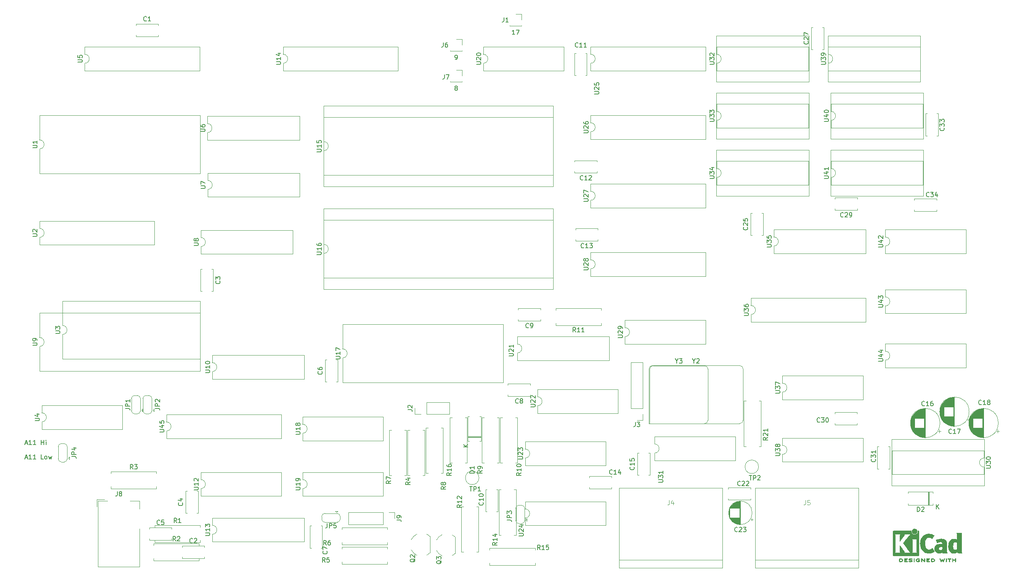
<source format=gbr>
%TF.GenerationSoftware,KiCad,Pcbnew,8.0.7-8.0.7-0~ubuntu22.04.1*%
%TF.CreationDate,2025-01-30T17:32:51+01:00*%
%TF.ProjectId,EVA1_production,45564131-5f70-4726-9f64-756374696f6e,rev?*%
%TF.SameCoordinates,Original*%
%TF.FileFunction,Legend,Top*%
%TF.FilePolarity,Positive*%
%FSLAX46Y46*%
G04 Gerber Fmt 4.6, Leading zero omitted, Abs format (unit mm)*
G04 Created by KiCad (PCBNEW 8.0.7-8.0.7-0~ubuntu22.04.1) date 2025-01-30 17:32:51*
%MOMM*%
%LPD*%
G01*
G04 APERTURE LIST*
%ADD10C,0.150000*%
%ADD11C,0.100000*%
%ADD12C,0.120000*%
%ADD13C,0.010000*%
G04 APERTURE END LIST*
D10*
X21625160Y-117268216D02*
X22101350Y-117268216D01*
X21529922Y-117553931D02*
X21863255Y-116553931D01*
X21863255Y-116553931D02*
X22196588Y-117553931D01*
X23053731Y-117553931D02*
X22482303Y-117553931D01*
X22768017Y-117553931D02*
X22768017Y-116553931D01*
X22768017Y-116553931D02*
X22672779Y-116696788D01*
X22672779Y-116696788D02*
X22577541Y-116792026D01*
X22577541Y-116792026D02*
X22482303Y-116839645D01*
X24006112Y-117553931D02*
X23434684Y-117553931D01*
X23720398Y-117553931D02*
X23720398Y-116553931D01*
X23720398Y-116553931D02*
X23625160Y-116696788D01*
X23625160Y-116696788D02*
X23529922Y-116792026D01*
X23529922Y-116792026D02*
X23434684Y-116839645D01*
X25196589Y-117553931D02*
X25196589Y-116553931D01*
X25196589Y-117030121D02*
X25768017Y-117030121D01*
X25768017Y-117553931D02*
X25768017Y-116553931D01*
X26244208Y-117553931D02*
X26244208Y-116887264D01*
X26244208Y-116553931D02*
X26196589Y-116601550D01*
X26196589Y-116601550D02*
X26244208Y-116649169D01*
X26244208Y-116649169D02*
X26291827Y-116601550D01*
X26291827Y-116601550D02*
X26244208Y-116553931D01*
X26244208Y-116553931D02*
X26244208Y-116649169D01*
X21625160Y-120488104D02*
X22101350Y-120488104D01*
X21529922Y-120773819D02*
X21863255Y-119773819D01*
X21863255Y-119773819D02*
X22196588Y-120773819D01*
X23053731Y-120773819D02*
X22482303Y-120773819D01*
X22768017Y-120773819D02*
X22768017Y-119773819D01*
X22768017Y-119773819D02*
X22672779Y-119916676D01*
X22672779Y-119916676D02*
X22577541Y-120011914D01*
X22577541Y-120011914D02*
X22482303Y-120059533D01*
X24006112Y-120773819D02*
X23434684Y-120773819D01*
X23720398Y-120773819D02*
X23720398Y-119773819D01*
X23720398Y-119773819D02*
X23625160Y-119916676D01*
X23625160Y-119916676D02*
X23529922Y-120011914D01*
X23529922Y-120011914D02*
X23434684Y-120059533D01*
X25672779Y-120773819D02*
X25196589Y-120773819D01*
X25196589Y-120773819D02*
X25196589Y-119773819D01*
X26148970Y-120773819D02*
X26053732Y-120726200D01*
X26053732Y-120726200D02*
X26006113Y-120678580D01*
X26006113Y-120678580D02*
X25958494Y-120583342D01*
X25958494Y-120583342D02*
X25958494Y-120297628D01*
X25958494Y-120297628D02*
X26006113Y-120202390D01*
X26006113Y-120202390D02*
X26053732Y-120154771D01*
X26053732Y-120154771D02*
X26148970Y-120107152D01*
X26148970Y-120107152D02*
X26291827Y-120107152D01*
X26291827Y-120107152D02*
X26387065Y-120154771D01*
X26387065Y-120154771D02*
X26434684Y-120202390D01*
X26434684Y-120202390D02*
X26482303Y-120297628D01*
X26482303Y-120297628D02*
X26482303Y-120583342D01*
X26482303Y-120583342D02*
X26434684Y-120678580D01*
X26434684Y-120678580D02*
X26387065Y-120726200D01*
X26387065Y-120726200D02*
X26291827Y-120773819D01*
X26291827Y-120773819D02*
X26148970Y-120773819D01*
X26815637Y-120107152D02*
X27006113Y-120773819D01*
X27006113Y-120773819D02*
X27196589Y-120297628D01*
X27196589Y-120297628D02*
X27387065Y-120773819D01*
X27387065Y-120773819D02*
X27577541Y-120107152D01*
X104146819Y-134318333D02*
X104861104Y-134318333D01*
X104861104Y-134318333D02*
X105003961Y-134365952D01*
X105003961Y-134365952D02*
X105099200Y-134461190D01*
X105099200Y-134461190D02*
X105146819Y-134604047D01*
X105146819Y-134604047D02*
X105146819Y-134699285D01*
X105146819Y-133794523D02*
X105146819Y-133604047D01*
X105146819Y-133604047D02*
X105099200Y-133508809D01*
X105099200Y-133508809D02*
X105051580Y-133461190D01*
X105051580Y-133461190D02*
X104908723Y-133365952D01*
X104908723Y-133365952D02*
X104718247Y-133318333D01*
X104718247Y-133318333D02*
X104337295Y-133318333D01*
X104337295Y-133318333D02*
X104242057Y-133365952D01*
X104242057Y-133365952D02*
X104194438Y-133413571D01*
X104194438Y-133413571D02*
X104146819Y-133508809D01*
X104146819Y-133508809D02*
X104146819Y-133699285D01*
X104146819Y-133699285D02*
X104194438Y-133794523D01*
X104194438Y-133794523D02*
X104242057Y-133842142D01*
X104242057Y-133842142D02*
X104337295Y-133889761D01*
X104337295Y-133889761D02*
X104575390Y-133889761D01*
X104575390Y-133889761D02*
X104670628Y-133842142D01*
X104670628Y-133842142D02*
X104718247Y-133794523D01*
X104718247Y-133794523D02*
X104765866Y-133699285D01*
X104765866Y-133699285D02*
X104765866Y-133508809D01*
X104765866Y-133508809D02*
X104718247Y-133413571D01*
X104718247Y-133413571D02*
X104670628Y-133365952D01*
X104670628Y-133365952D02*
X104575390Y-133318333D01*
X88701666Y-135112819D02*
X88701666Y-135827104D01*
X88701666Y-135827104D02*
X88654047Y-135969961D01*
X88654047Y-135969961D02*
X88558809Y-136065200D01*
X88558809Y-136065200D02*
X88415952Y-136112819D01*
X88415952Y-136112819D02*
X88320714Y-136112819D01*
X89177857Y-136112819D02*
X89177857Y-135112819D01*
X89177857Y-135112819D02*
X89558809Y-135112819D01*
X89558809Y-135112819D02*
X89654047Y-135160438D01*
X89654047Y-135160438D02*
X89701666Y-135208057D01*
X89701666Y-135208057D02*
X89749285Y-135303295D01*
X89749285Y-135303295D02*
X89749285Y-135446152D01*
X89749285Y-135446152D02*
X89701666Y-135541390D01*
X89701666Y-135541390D02*
X89654047Y-135589009D01*
X89654047Y-135589009D02*
X89558809Y-135636628D01*
X89558809Y-135636628D02*
X89177857Y-135636628D01*
X90654047Y-135112819D02*
X90177857Y-135112819D01*
X90177857Y-135112819D02*
X90130238Y-135589009D01*
X90130238Y-135589009D02*
X90177857Y-135541390D01*
X90177857Y-135541390D02*
X90273095Y-135493771D01*
X90273095Y-135493771D02*
X90511190Y-135493771D01*
X90511190Y-135493771D02*
X90606428Y-135541390D01*
X90606428Y-135541390D02*
X90654047Y-135589009D01*
X90654047Y-135589009D02*
X90701666Y-135684247D01*
X90701666Y-135684247D02*
X90701666Y-135922342D01*
X90701666Y-135922342D02*
X90654047Y-136017580D01*
X90654047Y-136017580D02*
X90606428Y-136065200D01*
X90606428Y-136065200D02*
X90511190Y-136112819D01*
X90511190Y-136112819D02*
X90273095Y-136112819D01*
X90273095Y-136112819D02*
X90177857Y-136065200D01*
X90177857Y-136065200D02*
X90130238Y-136017580D01*
X145681449Y-48228094D02*
X146490972Y-48228094D01*
X146490972Y-48228094D02*
X146586210Y-48180475D01*
X146586210Y-48180475D02*
X146633830Y-48132856D01*
X146633830Y-48132856D02*
X146681449Y-48037618D01*
X146681449Y-48037618D02*
X146681449Y-47847142D01*
X146681449Y-47847142D02*
X146633830Y-47751904D01*
X146633830Y-47751904D02*
X146586210Y-47704285D01*
X146586210Y-47704285D02*
X146490972Y-47656666D01*
X146490972Y-47656666D02*
X145681449Y-47656666D01*
X145776687Y-47228094D02*
X145729068Y-47180475D01*
X145729068Y-47180475D02*
X145681449Y-47085237D01*
X145681449Y-47085237D02*
X145681449Y-46847142D01*
X145681449Y-46847142D02*
X145729068Y-46751904D01*
X145729068Y-46751904D02*
X145776687Y-46704285D01*
X145776687Y-46704285D02*
X145871925Y-46656666D01*
X145871925Y-46656666D02*
X145967163Y-46656666D01*
X145967163Y-46656666D02*
X146110020Y-46704285D01*
X146110020Y-46704285D02*
X146681449Y-47275713D01*
X146681449Y-47275713D02*
X146681449Y-46656666D01*
X145681449Y-45799523D02*
X145681449Y-45989999D01*
X145681449Y-45989999D02*
X145729068Y-46085237D01*
X145729068Y-46085237D02*
X145776687Y-46132856D01*
X145776687Y-46132856D02*
X145919544Y-46228094D01*
X145919544Y-46228094D02*
X146110020Y-46275713D01*
X146110020Y-46275713D02*
X146490972Y-46275713D01*
X146490972Y-46275713D02*
X146586210Y-46228094D01*
X146586210Y-46228094D02*
X146633830Y-46180475D01*
X146633830Y-46180475D02*
X146681449Y-46085237D01*
X146681449Y-46085237D02*
X146681449Y-45894761D01*
X146681449Y-45894761D02*
X146633830Y-45799523D01*
X146633830Y-45799523D02*
X146586210Y-45751904D01*
X146586210Y-45751904D02*
X146490972Y-45704285D01*
X146490972Y-45704285D02*
X146252877Y-45704285D01*
X146252877Y-45704285D02*
X146157639Y-45751904D01*
X146157639Y-45751904D02*
X146110020Y-45799523D01*
X146110020Y-45799523D02*
X146062401Y-45894761D01*
X146062401Y-45894761D02*
X146062401Y-46085237D01*
X146062401Y-46085237D02*
X146110020Y-46180475D01*
X146110020Y-46180475D02*
X146157639Y-46228094D01*
X146157639Y-46228094D02*
X146252877Y-46275713D01*
X129044819Y-97878094D02*
X129854342Y-97878094D01*
X129854342Y-97878094D02*
X129949580Y-97830475D01*
X129949580Y-97830475D02*
X129997200Y-97782856D01*
X129997200Y-97782856D02*
X130044819Y-97687618D01*
X130044819Y-97687618D02*
X130044819Y-97497142D01*
X130044819Y-97497142D02*
X129997200Y-97401904D01*
X129997200Y-97401904D02*
X129949580Y-97354285D01*
X129949580Y-97354285D02*
X129854342Y-97306666D01*
X129854342Y-97306666D02*
X129044819Y-97306666D01*
X129140057Y-96878094D02*
X129092438Y-96830475D01*
X129092438Y-96830475D02*
X129044819Y-96735237D01*
X129044819Y-96735237D02*
X129044819Y-96497142D01*
X129044819Y-96497142D02*
X129092438Y-96401904D01*
X129092438Y-96401904D02*
X129140057Y-96354285D01*
X129140057Y-96354285D02*
X129235295Y-96306666D01*
X129235295Y-96306666D02*
X129330533Y-96306666D01*
X129330533Y-96306666D02*
X129473390Y-96354285D01*
X129473390Y-96354285D02*
X130044819Y-96925713D01*
X130044819Y-96925713D02*
X130044819Y-96306666D01*
X130044819Y-95354285D02*
X130044819Y-95925713D01*
X130044819Y-95639999D02*
X129044819Y-95639999D01*
X129044819Y-95639999D02*
X129187676Y-95735237D01*
X129187676Y-95735237D02*
X129282914Y-95830475D01*
X129282914Y-95830475D02*
X129330533Y-95925713D01*
X162268819Y-125952094D02*
X163078342Y-125952094D01*
X163078342Y-125952094D02*
X163173580Y-125904475D01*
X163173580Y-125904475D02*
X163221200Y-125856856D01*
X163221200Y-125856856D02*
X163268819Y-125761618D01*
X163268819Y-125761618D02*
X163268819Y-125571142D01*
X163268819Y-125571142D02*
X163221200Y-125475904D01*
X163221200Y-125475904D02*
X163173580Y-125428285D01*
X163173580Y-125428285D02*
X163078342Y-125380666D01*
X163078342Y-125380666D02*
X162268819Y-125380666D01*
X162268819Y-124999713D02*
X162268819Y-124380666D01*
X162268819Y-124380666D02*
X162649771Y-124713999D01*
X162649771Y-124713999D02*
X162649771Y-124571142D01*
X162649771Y-124571142D02*
X162697390Y-124475904D01*
X162697390Y-124475904D02*
X162745009Y-124428285D01*
X162745009Y-124428285D02*
X162840247Y-124380666D01*
X162840247Y-124380666D02*
X163078342Y-124380666D01*
X163078342Y-124380666D02*
X163173580Y-124428285D01*
X163173580Y-124428285D02*
X163221200Y-124475904D01*
X163221200Y-124475904D02*
X163268819Y-124571142D01*
X163268819Y-124571142D02*
X163268819Y-124856856D01*
X163268819Y-124856856D02*
X163221200Y-124952094D01*
X163221200Y-124952094D02*
X163173580Y-124999713D01*
X163268819Y-123428285D02*
X163268819Y-123999713D01*
X163268819Y-123713999D02*
X162268819Y-123713999D01*
X162268819Y-123713999D02*
X162411676Y-123809237D01*
X162411676Y-123809237D02*
X162506914Y-123904475D01*
X162506914Y-123904475D02*
X162554533Y-123999713D01*
X23794819Y-112267904D02*
X24604342Y-112267904D01*
X24604342Y-112267904D02*
X24699580Y-112220285D01*
X24699580Y-112220285D02*
X24747200Y-112172666D01*
X24747200Y-112172666D02*
X24794819Y-112077428D01*
X24794819Y-112077428D02*
X24794819Y-111886952D01*
X24794819Y-111886952D02*
X24747200Y-111791714D01*
X24747200Y-111791714D02*
X24699580Y-111744095D01*
X24699580Y-111744095D02*
X24604342Y-111696476D01*
X24604342Y-111696476D02*
X23794819Y-111696476D01*
X24128152Y-110791714D02*
X24794819Y-110791714D01*
X23747200Y-111029809D02*
X24461485Y-111267904D01*
X24461485Y-111267904D02*
X24461485Y-110648857D01*
X179812255Y-136859580D02*
X179764636Y-136907200D01*
X179764636Y-136907200D02*
X179621779Y-136954819D01*
X179621779Y-136954819D02*
X179526541Y-136954819D01*
X179526541Y-136954819D02*
X179383684Y-136907200D01*
X179383684Y-136907200D02*
X179288446Y-136811961D01*
X179288446Y-136811961D02*
X179240827Y-136716723D01*
X179240827Y-136716723D02*
X179193208Y-136526247D01*
X179193208Y-136526247D02*
X179193208Y-136383390D01*
X179193208Y-136383390D02*
X179240827Y-136192914D01*
X179240827Y-136192914D02*
X179288446Y-136097676D01*
X179288446Y-136097676D02*
X179383684Y-136002438D01*
X179383684Y-136002438D02*
X179526541Y-135954819D01*
X179526541Y-135954819D02*
X179621779Y-135954819D01*
X179621779Y-135954819D02*
X179764636Y-136002438D01*
X179764636Y-136002438D02*
X179812255Y-136050057D01*
X180193208Y-136050057D02*
X180240827Y-136002438D01*
X180240827Y-136002438D02*
X180336065Y-135954819D01*
X180336065Y-135954819D02*
X180574160Y-135954819D01*
X180574160Y-135954819D02*
X180669398Y-136002438D01*
X180669398Y-136002438D02*
X180717017Y-136050057D01*
X180717017Y-136050057D02*
X180764636Y-136145295D01*
X180764636Y-136145295D02*
X180764636Y-136240533D01*
X180764636Y-136240533D02*
X180717017Y-136383390D01*
X180717017Y-136383390D02*
X180145589Y-136954819D01*
X180145589Y-136954819D02*
X180764636Y-136954819D01*
X181097970Y-135954819D02*
X181717017Y-135954819D01*
X181717017Y-135954819D02*
X181383684Y-136335771D01*
X181383684Y-136335771D02*
X181526541Y-136335771D01*
X181526541Y-136335771D02*
X181621779Y-136383390D01*
X181621779Y-136383390D02*
X181669398Y-136431009D01*
X181669398Y-136431009D02*
X181717017Y-136526247D01*
X181717017Y-136526247D02*
X181717017Y-136764342D01*
X181717017Y-136764342D02*
X181669398Y-136859580D01*
X181669398Y-136859580D02*
X181621779Y-136907200D01*
X181621779Y-136907200D02*
X181526541Y-136954819D01*
X181526541Y-136954819D02*
X181240827Y-136954819D01*
X181240827Y-136954819D02*
X181145589Y-136907200D01*
X181145589Y-136907200D02*
X181097970Y-136859580D01*
X152011142Y-124057580D02*
X151963523Y-124105200D01*
X151963523Y-124105200D02*
X151820666Y-124152819D01*
X151820666Y-124152819D02*
X151725428Y-124152819D01*
X151725428Y-124152819D02*
X151582571Y-124105200D01*
X151582571Y-124105200D02*
X151487333Y-124009961D01*
X151487333Y-124009961D02*
X151439714Y-123914723D01*
X151439714Y-123914723D02*
X151392095Y-123724247D01*
X151392095Y-123724247D02*
X151392095Y-123581390D01*
X151392095Y-123581390D02*
X151439714Y-123390914D01*
X151439714Y-123390914D02*
X151487333Y-123295676D01*
X151487333Y-123295676D02*
X151582571Y-123200438D01*
X151582571Y-123200438D02*
X151725428Y-123152819D01*
X151725428Y-123152819D02*
X151820666Y-123152819D01*
X151820666Y-123152819D02*
X151963523Y-123200438D01*
X151963523Y-123200438D02*
X152011142Y-123248057D01*
X152963523Y-124152819D02*
X152392095Y-124152819D01*
X152677809Y-124152819D02*
X152677809Y-123152819D01*
X152677809Y-123152819D02*
X152582571Y-123295676D01*
X152582571Y-123295676D02*
X152487333Y-123390914D01*
X152487333Y-123390914D02*
X152392095Y-123438533D01*
X153820666Y-123486152D02*
X153820666Y-124152819D01*
X153582571Y-123105200D02*
X153344476Y-123819485D01*
X153344476Y-123819485D02*
X153963523Y-123819485D01*
X45553333Y-123010819D02*
X45220000Y-122534628D01*
X44981905Y-123010819D02*
X44981905Y-122010819D01*
X44981905Y-122010819D02*
X45362857Y-122010819D01*
X45362857Y-122010819D02*
X45458095Y-122058438D01*
X45458095Y-122058438D02*
X45505714Y-122106057D01*
X45505714Y-122106057D02*
X45553333Y-122201295D01*
X45553333Y-122201295D02*
X45553333Y-122344152D01*
X45553333Y-122344152D02*
X45505714Y-122439390D01*
X45505714Y-122439390D02*
X45458095Y-122487009D01*
X45458095Y-122487009D02*
X45362857Y-122534628D01*
X45362857Y-122534628D02*
X44981905Y-122534628D01*
X45886667Y-122010819D02*
X46505714Y-122010819D01*
X46505714Y-122010819D02*
X46172381Y-122391771D01*
X46172381Y-122391771D02*
X46315238Y-122391771D01*
X46315238Y-122391771D02*
X46410476Y-122439390D01*
X46410476Y-122439390D02*
X46458095Y-122487009D01*
X46458095Y-122487009D02*
X46505714Y-122582247D01*
X46505714Y-122582247D02*
X46505714Y-122820342D01*
X46505714Y-122820342D02*
X46458095Y-122915580D01*
X46458095Y-122915580D02*
X46410476Y-122963200D01*
X46410476Y-122963200D02*
X46315238Y-123010819D01*
X46315238Y-123010819D02*
X46029524Y-123010819D01*
X46029524Y-123010819D02*
X45934286Y-122963200D01*
X45934286Y-122963200D02*
X45886667Y-122915580D01*
X58801333Y-139337580D02*
X58753714Y-139385200D01*
X58753714Y-139385200D02*
X58610857Y-139432819D01*
X58610857Y-139432819D02*
X58515619Y-139432819D01*
X58515619Y-139432819D02*
X58372762Y-139385200D01*
X58372762Y-139385200D02*
X58277524Y-139289961D01*
X58277524Y-139289961D02*
X58229905Y-139194723D01*
X58229905Y-139194723D02*
X58182286Y-139004247D01*
X58182286Y-139004247D02*
X58182286Y-138861390D01*
X58182286Y-138861390D02*
X58229905Y-138670914D01*
X58229905Y-138670914D02*
X58277524Y-138575676D01*
X58277524Y-138575676D02*
X58372762Y-138480438D01*
X58372762Y-138480438D02*
X58515619Y-138432819D01*
X58515619Y-138432819D02*
X58610857Y-138432819D01*
X58610857Y-138432819D02*
X58753714Y-138480438D01*
X58753714Y-138480438D02*
X58801333Y-138528057D01*
X59182286Y-138528057D02*
X59229905Y-138480438D01*
X59229905Y-138480438D02*
X59325143Y-138432819D01*
X59325143Y-138432819D02*
X59563238Y-138432819D01*
X59563238Y-138432819D02*
X59658476Y-138480438D01*
X59658476Y-138480438D02*
X59706095Y-138528057D01*
X59706095Y-138528057D02*
X59753714Y-138623295D01*
X59753714Y-138623295D02*
X59753714Y-138718533D01*
X59753714Y-138718533D02*
X59706095Y-138861390D01*
X59706095Y-138861390D02*
X59134667Y-139432819D01*
X59134667Y-139432819D02*
X59753714Y-139432819D01*
X156823580Y-122562857D02*
X156871200Y-122610476D01*
X156871200Y-122610476D02*
X156918819Y-122753333D01*
X156918819Y-122753333D02*
X156918819Y-122848571D01*
X156918819Y-122848571D02*
X156871200Y-122991428D01*
X156871200Y-122991428D02*
X156775961Y-123086666D01*
X156775961Y-123086666D02*
X156680723Y-123134285D01*
X156680723Y-123134285D02*
X156490247Y-123181904D01*
X156490247Y-123181904D02*
X156347390Y-123181904D01*
X156347390Y-123181904D02*
X156156914Y-123134285D01*
X156156914Y-123134285D02*
X156061676Y-123086666D01*
X156061676Y-123086666D02*
X155966438Y-122991428D01*
X155966438Y-122991428D02*
X155918819Y-122848571D01*
X155918819Y-122848571D02*
X155918819Y-122753333D01*
X155918819Y-122753333D02*
X155966438Y-122610476D01*
X155966438Y-122610476D02*
X156014057Y-122562857D01*
X156918819Y-121610476D02*
X156918819Y-122181904D01*
X156918819Y-121896190D02*
X155918819Y-121896190D01*
X155918819Y-121896190D02*
X156061676Y-121991428D01*
X156061676Y-121991428D02*
X156156914Y-122086666D01*
X156156914Y-122086666D02*
X156204533Y-122181904D01*
X155918819Y-120705714D02*
X155918819Y-121181904D01*
X155918819Y-121181904D02*
X156395009Y-121229523D01*
X156395009Y-121229523D02*
X156347390Y-121181904D01*
X156347390Y-121181904D02*
X156299771Y-121086666D01*
X156299771Y-121086666D02*
X156299771Y-120848571D01*
X156299771Y-120848571D02*
X156347390Y-120753333D01*
X156347390Y-120753333D02*
X156395009Y-120705714D01*
X156395009Y-120705714D02*
X156490247Y-120658095D01*
X156490247Y-120658095D02*
X156728342Y-120658095D01*
X156728342Y-120658095D02*
X156823580Y-120705714D01*
X156823580Y-120705714D02*
X156871200Y-120753333D01*
X156871200Y-120753333D02*
X156918819Y-120848571D01*
X156918819Y-120848571D02*
X156918819Y-121086666D01*
X156918819Y-121086666D02*
X156871200Y-121181904D01*
X156871200Y-121181904D02*
X156823580Y-121229523D01*
X199054819Y-45688094D02*
X199864342Y-45688094D01*
X199864342Y-45688094D02*
X199959580Y-45640475D01*
X199959580Y-45640475D02*
X200007200Y-45592856D01*
X200007200Y-45592856D02*
X200054819Y-45497618D01*
X200054819Y-45497618D02*
X200054819Y-45307142D01*
X200054819Y-45307142D02*
X200007200Y-45211904D01*
X200007200Y-45211904D02*
X199959580Y-45164285D01*
X199959580Y-45164285D02*
X199864342Y-45116666D01*
X199864342Y-45116666D02*
X199054819Y-45116666D01*
X199388152Y-44211904D02*
X200054819Y-44211904D01*
X199007200Y-44449999D02*
X199721485Y-44688094D01*
X199721485Y-44688094D02*
X199721485Y-44069047D01*
X199054819Y-43497618D02*
X199054819Y-43402380D01*
X199054819Y-43402380D02*
X199102438Y-43307142D01*
X199102438Y-43307142D02*
X199150057Y-43259523D01*
X199150057Y-43259523D02*
X199245295Y-43211904D01*
X199245295Y-43211904D02*
X199435771Y-43164285D01*
X199435771Y-43164285D02*
X199673866Y-43164285D01*
X199673866Y-43164285D02*
X199864342Y-43211904D01*
X199864342Y-43211904D02*
X199959580Y-43259523D01*
X199959580Y-43259523D02*
X200007200Y-43307142D01*
X200007200Y-43307142D02*
X200054819Y-43402380D01*
X200054819Y-43402380D02*
X200054819Y-43497618D01*
X200054819Y-43497618D02*
X200007200Y-43592856D01*
X200007200Y-43592856D02*
X199959580Y-43640475D01*
X199959580Y-43640475D02*
X199864342Y-43688094D01*
X199864342Y-43688094D02*
X199673866Y-43735713D01*
X199673866Y-43735713D02*
X199435771Y-43735713D01*
X199435771Y-43735713D02*
X199245295Y-43688094D01*
X199245295Y-43688094D02*
X199150057Y-43640475D01*
X199150057Y-43640475D02*
X199102438Y-43592856D01*
X199102438Y-43592856D02*
X199054819Y-43497618D01*
X181274819Y-88868094D02*
X182084342Y-88868094D01*
X182084342Y-88868094D02*
X182179580Y-88820475D01*
X182179580Y-88820475D02*
X182227200Y-88772856D01*
X182227200Y-88772856D02*
X182274819Y-88677618D01*
X182274819Y-88677618D02*
X182274819Y-88487142D01*
X182274819Y-88487142D02*
X182227200Y-88391904D01*
X182227200Y-88391904D02*
X182179580Y-88344285D01*
X182179580Y-88344285D02*
X182084342Y-88296666D01*
X182084342Y-88296666D02*
X181274819Y-88296666D01*
X181274819Y-87915713D02*
X181274819Y-87296666D01*
X181274819Y-87296666D02*
X181655771Y-87629999D01*
X181655771Y-87629999D02*
X181655771Y-87487142D01*
X181655771Y-87487142D02*
X181703390Y-87391904D01*
X181703390Y-87391904D02*
X181751009Y-87344285D01*
X181751009Y-87344285D02*
X181846247Y-87296666D01*
X181846247Y-87296666D02*
X182084342Y-87296666D01*
X182084342Y-87296666D02*
X182179580Y-87344285D01*
X182179580Y-87344285D02*
X182227200Y-87391904D01*
X182227200Y-87391904D02*
X182274819Y-87487142D01*
X182274819Y-87487142D02*
X182274819Y-87772856D01*
X182274819Y-87772856D02*
X182227200Y-87868094D01*
X182227200Y-87868094D02*
X182179580Y-87915713D01*
X181274819Y-86439523D02*
X181274819Y-86629999D01*
X181274819Y-86629999D02*
X181322438Y-86725237D01*
X181322438Y-86725237D02*
X181370057Y-86772856D01*
X181370057Y-86772856D02*
X181512914Y-86868094D01*
X181512914Y-86868094D02*
X181703390Y-86915713D01*
X181703390Y-86915713D02*
X182084342Y-86915713D01*
X182084342Y-86915713D02*
X182179580Y-86868094D01*
X182179580Y-86868094D02*
X182227200Y-86820475D01*
X182227200Y-86820475D02*
X182274819Y-86725237D01*
X182274819Y-86725237D02*
X182274819Y-86534761D01*
X182274819Y-86534761D02*
X182227200Y-86439523D01*
X182227200Y-86439523D02*
X182179580Y-86391904D01*
X182179580Y-86391904D02*
X182084342Y-86344285D01*
X182084342Y-86344285D02*
X181846247Y-86344285D01*
X181846247Y-86344285D02*
X181751009Y-86391904D01*
X181751009Y-86391904D02*
X181703390Y-86439523D01*
X181703390Y-86439523D02*
X181655771Y-86534761D01*
X181655771Y-86534761D02*
X181655771Y-86725237D01*
X181655771Y-86725237D02*
X181703390Y-86820475D01*
X181703390Y-86820475D02*
X181751009Y-86868094D01*
X181751009Y-86868094D02*
X181846247Y-86915713D01*
X199054819Y-58388094D02*
X199864342Y-58388094D01*
X199864342Y-58388094D02*
X199959580Y-58340475D01*
X199959580Y-58340475D02*
X200007200Y-58292856D01*
X200007200Y-58292856D02*
X200054819Y-58197618D01*
X200054819Y-58197618D02*
X200054819Y-58007142D01*
X200054819Y-58007142D02*
X200007200Y-57911904D01*
X200007200Y-57911904D02*
X199959580Y-57864285D01*
X199959580Y-57864285D02*
X199864342Y-57816666D01*
X199864342Y-57816666D02*
X199054819Y-57816666D01*
X199388152Y-56911904D02*
X200054819Y-56911904D01*
X199007200Y-57149999D02*
X199721485Y-57388094D01*
X199721485Y-57388094D02*
X199721485Y-56769047D01*
X200054819Y-55864285D02*
X200054819Y-56435713D01*
X200054819Y-56149999D02*
X199054819Y-56149999D01*
X199054819Y-56149999D02*
X199197676Y-56245237D01*
X199197676Y-56245237D02*
X199292914Y-56340475D01*
X199292914Y-56340475D02*
X199340533Y-56435713D01*
X131772819Y-123832857D02*
X131296628Y-124166190D01*
X131772819Y-124404285D02*
X130772819Y-124404285D01*
X130772819Y-124404285D02*
X130772819Y-124023333D01*
X130772819Y-124023333D02*
X130820438Y-123928095D01*
X130820438Y-123928095D02*
X130868057Y-123880476D01*
X130868057Y-123880476D02*
X130963295Y-123832857D01*
X130963295Y-123832857D02*
X131106152Y-123832857D01*
X131106152Y-123832857D02*
X131201390Y-123880476D01*
X131201390Y-123880476D02*
X131249009Y-123928095D01*
X131249009Y-123928095D02*
X131296628Y-124023333D01*
X131296628Y-124023333D02*
X131296628Y-124404285D01*
X131772819Y-122880476D02*
X131772819Y-123451904D01*
X131772819Y-123166190D02*
X130772819Y-123166190D01*
X130772819Y-123166190D02*
X130915676Y-123261428D01*
X130915676Y-123261428D02*
X131010914Y-123356666D01*
X131010914Y-123356666D02*
X131058533Y-123451904D01*
X130772819Y-122261428D02*
X130772819Y-122166190D01*
X130772819Y-122166190D02*
X130820438Y-122070952D01*
X130820438Y-122070952D02*
X130868057Y-122023333D01*
X130868057Y-122023333D02*
X130963295Y-121975714D01*
X130963295Y-121975714D02*
X131153771Y-121928095D01*
X131153771Y-121928095D02*
X131391866Y-121928095D01*
X131391866Y-121928095D02*
X131582342Y-121975714D01*
X131582342Y-121975714D02*
X131677580Y-122023333D01*
X131677580Y-122023333D02*
X131725200Y-122070952D01*
X131725200Y-122070952D02*
X131772819Y-122166190D01*
X131772819Y-122166190D02*
X131772819Y-122261428D01*
X131772819Y-122261428D02*
X131725200Y-122356666D01*
X131725200Y-122356666D02*
X131677580Y-122404285D01*
X131677580Y-122404285D02*
X131582342Y-122451904D01*
X131582342Y-122451904D02*
X131391866Y-122499523D01*
X131391866Y-122499523D02*
X131153771Y-122499523D01*
X131153771Y-122499523D02*
X130963295Y-122451904D01*
X130963295Y-122451904D02*
X130868057Y-122404285D01*
X130868057Y-122404285D02*
X130820438Y-122356666D01*
X130820438Y-122356666D02*
X130772819Y-122261428D01*
X211119819Y-86963094D02*
X211929342Y-86963094D01*
X211929342Y-86963094D02*
X212024580Y-86915475D01*
X212024580Y-86915475D02*
X212072200Y-86867856D01*
X212072200Y-86867856D02*
X212119819Y-86772618D01*
X212119819Y-86772618D02*
X212119819Y-86582142D01*
X212119819Y-86582142D02*
X212072200Y-86486904D01*
X212072200Y-86486904D02*
X212024580Y-86439285D01*
X212024580Y-86439285D02*
X211929342Y-86391666D01*
X211929342Y-86391666D02*
X211119819Y-86391666D01*
X211453152Y-85486904D02*
X212119819Y-85486904D01*
X211072200Y-85724999D02*
X211786485Y-85963094D01*
X211786485Y-85963094D02*
X211786485Y-85344047D01*
X211119819Y-85058332D02*
X211119819Y-84439285D01*
X211119819Y-84439285D02*
X211500771Y-84772618D01*
X211500771Y-84772618D02*
X211500771Y-84629761D01*
X211500771Y-84629761D02*
X211548390Y-84534523D01*
X211548390Y-84534523D02*
X211596009Y-84486904D01*
X211596009Y-84486904D02*
X211691247Y-84439285D01*
X211691247Y-84439285D02*
X211929342Y-84439285D01*
X211929342Y-84439285D02*
X212024580Y-84486904D01*
X212024580Y-84486904D02*
X212072200Y-84534523D01*
X212072200Y-84534523D02*
X212119819Y-84629761D01*
X212119819Y-84629761D02*
X212119819Y-84915475D01*
X212119819Y-84915475D02*
X212072200Y-85010713D01*
X212072200Y-85010713D02*
X212024580Y-85058332D01*
X107134819Y-125896666D02*
X106658628Y-126229999D01*
X107134819Y-126468094D02*
X106134819Y-126468094D01*
X106134819Y-126468094D02*
X106134819Y-126087142D01*
X106134819Y-126087142D02*
X106182438Y-125991904D01*
X106182438Y-125991904D02*
X106230057Y-125944285D01*
X106230057Y-125944285D02*
X106325295Y-125896666D01*
X106325295Y-125896666D02*
X106468152Y-125896666D01*
X106468152Y-125896666D02*
X106563390Y-125944285D01*
X106563390Y-125944285D02*
X106611009Y-125991904D01*
X106611009Y-125991904D02*
X106658628Y-126087142D01*
X106658628Y-126087142D02*
X106658628Y-126468094D01*
X106468152Y-125039523D02*
X107134819Y-125039523D01*
X106087200Y-125277618D02*
X106801485Y-125515713D01*
X106801485Y-125515713D02*
X106801485Y-124896666D01*
X170143809Y-98968628D02*
X170143809Y-99444819D01*
X169810476Y-98444819D02*
X170143809Y-98968628D01*
X170143809Y-98968628D02*
X170477142Y-98444819D01*
X170762857Y-98540057D02*
X170810476Y-98492438D01*
X170810476Y-98492438D02*
X170905714Y-98444819D01*
X170905714Y-98444819D02*
X171143809Y-98444819D01*
X171143809Y-98444819D02*
X171239047Y-98492438D01*
X171239047Y-98492438D02*
X171286666Y-98540057D01*
X171286666Y-98540057D02*
X171334285Y-98635295D01*
X171334285Y-98635295D02*
X171334285Y-98730533D01*
X171334285Y-98730533D02*
X171286666Y-98873390D01*
X171286666Y-98873390D02*
X170715238Y-99444819D01*
X170715238Y-99444819D02*
X171334285Y-99444819D01*
X225657580Y-47124857D02*
X225705200Y-47172476D01*
X225705200Y-47172476D02*
X225752819Y-47315333D01*
X225752819Y-47315333D02*
X225752819Y-47410571D01*
X225752819Y-47410571D02*
X225705200Y-47553428D01*
X225705200Y-47553428D02*
X225609961Y-47648666D01*
X225609961Y-47648666D02*
X225514723Y-47696285D01*
X225514723Y-47696285D02*
X225324247Y-47743904D01*
X225324247Y-47743904D02*
X225181390Y-47743904D01*
X225181390Y-47743904D02*
X224990914Y-47696285D01*
X224990914Y-47696285D02*
X224895676Y-47648666D01*
X224895676Y-47648666D02*
X224800438Y-47553428D01*
X224800438Y-47553428D02*
X224752819Y-47410571D01*
X224752819Y-47410571D02*
X224752819Y-47315333D01*
X224752819Y-47315333D02*
X224800438Y-47172476D01*
X224800438Y-47172476D02*
X224848057Y-47124857D01*
X224752819Y-46791523D02*
X224752819Y-46172476D01*
X224752819Y-46172476D02*
X225133771Y-46505809D01*
X225133771Y-46505809D02*
X225133771Y-46362952D01*
X225133771Y-46362952D02*
X225181390Y-46267714D01*
X225181390Y-46267714D02*
X225229009Y-46220095D01*
X225229009Y-46220095D02*
X225324247Y-46172476D01*
X225324247Y-46172476D02*
X225562342Y-46172476D01*
X225562342Y-46172476D02*
X225657580Y-46220095D01*
X225657580Y-46220095D02*
X225705200Y-46267714D01*
X225705200Y-46267714D02*
X225752819Y-46362952D01*
X225752819Y-46362952D02*
X225752819Y-46648666D01*
X225752819Y-46648666D02*
X225705200Y-46743904D01*
X225705200Y-46743904D02*
X225657580Y-46791523D01*
X224752819Y-45839142D02*
X224752819Y-45220095D01*
X224752819Y-45220095D02*
X225133771Y-45553428D01*
X225133771Y-45553428D02*
X225133771Y-45410571D01*
X225133771Y-45410571D02*
X225181390Y-45315333D01*
X225181390Y-45315333D02*
X225229009Y-45267714D01*
X225229009Y-45267714D02*
X225324247Y-45220095D01*
X225324247Y-45220095D02*
X225562342Y-45220095D01*
X225562342Y-45220095D02*
X225657580Y-45267714D01*
X225657580Y-45267714D02*
X225705200Y-45315333D01*
X225705200Y-45315333D02*
X225752819Y-45410571D01*
X225752819Y-45410571D02*
X225752819Y-45696285D01*
X225752819Y-45696285D02*
X225705200Y-45791523D01*
X225705200Y-45791523D02*
X225657580Y-45839142D01*
X133874819Y-109178094D02*
X134684342Y-109178094D01*
X134684342Y-109178094D02*
X134779580Y-109130475D01*
X134779580Y-109130475D02*
X134827200Y-109082856D01*
X134827200Y-109082856D02*
X134874819Y-108987618D01*
X134874819Y-108987618D02*
X134874819Y-108797142D01*
X134874819Y-108797142D02*
X134827200Y-108701904D01*
X134827200Y-108701904D02*
X134779580Y-108654285D01*
X134779580Y-108654285D02*
X134684342Y-108606666D01*
X134684342Y-108606666D02*
X133874819Y-108606666D01*
X133970057Y-108178094D02*
X133922438Y-108130475D01*
X133922438Y-108130475D02*
X133874819Y-108035237D01*
X133874819Y-108035237D02*
X133874819Y-107797142D01*
X133874819Y-107797142D02*
X133922438Y-107701904D01*
X133922438Y-107701904D02*
X133970057Y-107654285D01*
X133970057Y-107654285D02*
X134065295Y-107606666D01*
X134065295Y-107606666D02*
X134160533Y-107606666D01*
X134160533Y-107606666D02*
X134303390Y-107654285D01*
X134303390Y-107654285D02*
X134874819Y-108225713D01*
X134874819Y-108225713D02*
X134874819Y-107606666D01*
X133970057Y-107225713D02*
X133922438Y-107178094D01*
X133922438Y-107178094D02*
X133874819Y-107082856D01*
X133874819Y-107082856D02*
X133874819Y-106844761D01*
X133874819Y-106844761D02*
X133922438Y-106749523D01*
X133922438Y-106749523D02*
X133970057Y-106701904D01*
X133970057Y-106701904D02*
X134065295Y-106654285D01*
X134065295Y-106654285D02*
X134160533Y-106654285D01*
X134160533Y-106654285D02*
X134303390Y-106701904D01*
X134303390Y-106701904D02*
X134874819Y-107273332D01*
X134874819Y-107273332D02*
X134874819Y-106654285D01*
X114088057Y-143351238D02*
X114040438Y-143446476D01*
X114040438Y-143446476D02*
X113945200Y-143541714D01*
X113945200Y-143541714D02*
X113802342Y-143684571D01*
X113802342Y-143684571D02*
X113754723Y-143779809D01*
X113754723Y-143779809D02*
X113754723Y-143875047D01*
X113992819Y-143827428D02*
X113945200Y-143922666D01*
X113945200Y-143922666D02*
X113849961Y-144017904D01*
X113849961Y-144017904D02*
X113659485Y-144065523D01*
X113659485Y-144065523D02*
X113326152Y-144065523D01*
X113326152Y-144065523D02*
X113135676Y-144017904D01*
X113135676Y-144017904D02*
X113040438Y-143922666D01*
X113040438Y-143922666D02*
X112992819Y-143827428D01*
X112992819Y-143827428D02*
X112992819Y-143636952D01*
X112992819Y-143636952D02*
X113040438Y-143541714D01*
X113040438Y-143541714D02*
X113135676Y-143446476D01*
X113135676Y-143446476D02*
X113326152Y-143398857D01*
X113326152Y-143398857D02*
X113659485Y-143398857D01*
X113659485Y-143398857D02*
X113849961Y-143446476D01*
X113849961Y-143446476D02*
X113945200Y-143541714D01*
X113945200Y-143541714D02*
X113992819Y-143636952D01*
X113992819Y-143636952D02*
X113992819Y-143827428D01*
X112992819Y-143065523D02*
X112992819Y-142446476D01*
X112992819Y-142446476D02*
X113373771Y-142779809D01*
X113373771Y-142779809D02*
X113373771Y-142636952D01*
X113373771Y-142636952D02*
X113421390Y-142541714D01*
X113421390Y-142541714D02*
X113469009Y-142494095D01*
X113469009Y-142494095D02*
X113564247Y-142446476D01*
X113564247Y-142446476D02*
X113802342Y-142446476D01*
X113802342Y-142446476D02*
X113897580Y-142494095D01*
X113897580Y-142494095D02*
X113945200Y-142541714D01*
X113945200Y-142541714D02*
X113992819Y-142636952D01*
X113992819Y-142636952D02*
X113992819Y-142922666D01*
X113992819Y-142922666D02*
X113945200Y-143017904D01*
X113945200Y-143017904D02*
X113897580Y-143065523D01*
X88225333Y-143710819D02*
X87892000Y-143234628D01*
X87653905Y-143710819D02*
X87653905Y-142710819D01*
X87653905Y-142710819D02*
X88034857Y-142710819D01*
X88034857Y-142710819D02*
X88130095Y-142758438D01*
X88130095Y-142758438D02*
X88177714Y-142806057D01*
X88177714Y-142806057D02*
X88225333Y-142901295D01*
X88225333Y-142901295D02*
X88225333Y-143044152D01*
X88225333Y-143044152D02*
X88177714Y-143139390D01*
X88177714Y-143139390D02*
X88130095Y-143187009D01*
X88130095Y-143187009D02*
X88034857Y-143234628D01*
X88034857Y-143234628D02*
X87653905Y-143234628D01*
X89130095Y-142710819D02*
X88653905Y-142710819D01*
X88653905Y-142710819D02*
X88606286Y-143187009D01*
X88606286Y-143187009D02*
X88653905Y-143139390D01*
X88653905Y-143139390D02*
X88749143Y-143091771D01*
X88749143Y-143091771D02*
X88987238Y-143091771D01*
X88987238Y-143091771D02*
X89082476Y-143139390D01*
X89082476Y-143139390D02*
X89130095Y-143187009D01*
X89130095Y-143187009D02*
X89177714Y-143282247D01*
X89177714Y-143282247D02*
X89177714Y-143520342D01*
X89177714Y-143520342D02*
X89130095Y-143615580D01*
X89130095Y-143615580D02*
X89082476Y-143663200D01*
X89082476Y-143663200D02*
X88987238Y-143710819D01*
X88987238Y-143710819D02*
X88749143Y-143710819D01*
X88749143Y-143710819D02*
X88653905Y-143663200D01*
X88653905Y-143663200D02*
X88606286Y-143615580D01*
X51515333Y-135273580D02*
X51467714Y-135321200D01*
X51467714Y-135321200D02*
X51324857Y-135368819D01*
X51324857Y-135368819D02*
X51229619Y-135368819D01*
X51229619Y-135368819D02*
X51086762Y-135321200D01*
X51086762Y-135321200D02*
X50991524Y-135225961D01*
X50991524Y-135225961D02*
X50943905Y-135130723D01*
X50943905Y-135130723D02*
X50896286Y-134940247D01*
X50896286Y-134940247D02*
X50896286Y-134797390D01*
X50896286Y-134797390D02*
X50943905Y-134606914D01*
X50943905Y-134606914D02*
X50991524Y-134511676D01*
X50991524Y-134511676D02*
X51086762Y-134416438D01*
X51086762Y-134416438D02*
X51229619Y-134368819D01*
X51229619Y-134368819D02*
X51324857Y-134368819D01*
X51324857Y-134368819D02*
X51467714Y-134416438D01*
X51467714Y-134416438D02*
X51515333Y-134464057D01*
X52420095Y-134368819D02*
X51943905Y-134368819D01*
X51943905Y-134368819D02*
X51896286Y-134845009D01*
X51896286Y-134845009D02*
X51943905Y-134797390D01*
X51943905Y-134797390D02*
X52039143Y-134749771D01*
X52039143Y-134749771D02*
X52277238Y-134749771D01*
X52277238Y-134749771D02*
X52372476Y-134797390D01*
X52372476Y-134797390D02*
X52420095Y-134845009D01*
X52420095Y-134845009D02*
X52467714Y-134940247D01*
X52467714Y-134940247D02*
X52467714Y-135178342D01*
X52467714Y-135178342D02*
X52420095Y-135273580D01*
X52420095Y-135273580D02*
X52372476Y-135321200D01*
X52372476Y-135321200D02*
X52277238Y-135368819D01*
X52277238Y-135368819D02*
X52039143Y-135368819D01*
X52039143Y-135368819D02*
X51943905Y-135321200D01*
X51943905Y-135321200D02*
X51896286Y-135273580D01*
X43882819Y-109515333D02*
X44597104Y-109515333D01*
X44597104Y-109515333D02*
X44739961Y-109562952D01*
X44739961Y-109562952D02*
X44835200Y-109658190D01*
X44835200Y-109658190D02*
X44882819Y-109801047D01*
X44882819Y-109801047D02*
X44882819Y-109896285D01*
X44882819Y-109039142D02*
X43882819Y-109039142D01*
X43882819Y-109039142D02*
X43882819Y-108658190D01*
X43882819Y-108658190D02*
X43930438Y-108562952D01*
X43930438Y-108562952D02*
X43978057Y-108515333D01*
X43978057Y-108515333D02*
X44073295Y-108467714D01*
X44073295Y-108467714D02*
X44216152Y-108467714D01*
X44216152Y-108467714D02*
X44311390Y-108515333D01*
X44311390Y-108515333D02*
X44359009Y-108562952D01*
X44359009Y-108562952D02*
X44406628Y-108658190D01*
X44406628Y-108658190D02*
X44406628Y-109039142D01*
X44882819Y-107515333D02*
X44882819Y-108086761D01*
X44882819Y-107801047D02*
X43882819Y-107801047D01*
X43882819Y-107801047D02*
X44025676Y-107896285D01*
X44025676Y-107896285D02*
X44120914Y-107991523D01*
X44120914Y-107991523D02*
X44168533Y-108086761D01*
X173654819Y-45688094D02*
X174464342Y-45688094D01*
X174464342Y-45688094D02*
X174559580Y-45640475D01*
X174559580Y-45640475D02*
X174607200Y-45592856D01*
X174607200Y-45592856D02*
X174654819Y-45497618D01*
X174654819Y-45497618D02*
X174654819Y-45307142D01*
X174654819Y-45307142D02*
X174607200Y-45211904D01*
X174607200Y-45211904D02*
X174559580Y-45164285D01*
X174559580Y-45164285D02*
X174464342Y-45116666D01*
X174464342Y-45116666D02*
X173654819Y-45116666D01*
X173654819Y-44735713D02*
X173654819Y-44116666D01*
X173654819Y-44116666D02*
X174035771Y-44449999D01*
X174035771Y-44449999D02*
X174035771Y-44307142D01*
X174035771Y-44307142D02*
X174083390Y-44211904D01*
X174083390Y-44211904D02*
X174131009Y-44164285D01*
X174131009Y-44164285D02*
X174226247Y-44116666D01*
X174226247Y-44116666D02*
X174464342Y-44116666D01*
X174464342Y-44116666D02*
X174559580Y-44164285D01*
X174559580Y-44164285D02*
X174607200Y-44211904D01*
X174607200Y-44211904D02*
X174654819Y-44307142D01*
X174654819Y-44307142D02*
X174654819Y-44592856D01*
X174654819Y-44592856D02*
X174607200Y-44688094D01*
X174607200Y-44688094D02*
X174559580Y-44735713D01*
X173654819Y-43783332D02*
X173654819Y-43164285D01*
X173654819Y-43164285D02*
X174035771Y-43497618D01*
X174035771Y-43497618D02*
X174035771Y-43354761D01*
X174035771Y-43354761D02*
X174083390Y-43259523D01*
X174083390Y-43259523D02*
X174131009Y-43211904D01*
X174131009Y-43211904D02*
X174226247Y-43164285D01*
X174226247Y-43164285D02*
X174464342Y-43164285D01*
X174464342Y-43164285D02*
X174559580Y-43211904D01*
X174559580Y-43211904D02*
X174607200Y-43259523D01*
X174607200Y-43259523D02*
X174654819Y-43354761D01*
X174654819Y-43354761D02*
X174654819Y-43640475D01*
X174654819Y-43640475D02*
X174607200Y-43735713D01*
X174607200Y-43735713D02*
X174559580Y-43783332D01*
X203319142Y-66867580D02*
X203271523Y-66915200D01*
X203271523Y-66915200D02*
X203128666Y-66962819D01*
X203128666Y-66962819D02*
X203033428Y-66962819D01*
X203033428Y-66962819D02*
X202890571Y-66915200D01*
X202890571Y-66915200D02*
X202795333Y-66819961D01*
X202795333Y-66819961D02*
X202747714Y-66724723D01*
X202747714Y-66724723D02*
X202700095Y-66534247D01*
X202700095Y-66534247D02*
X202700095Y-66391390D01*
X202700095Y-66391390D02*
X202747714Y-66200914D01*
X202747714Y-66200914D02*
X202795333Y-66105676D01*
X202795333Y-66105676D02*
X202890571Y-66010438D01*
X202890571Y-66010438D02*
X203033428Y-65962819D01*
X203033428Y-65962819D02*
X203128666Y-65962819D01*
X203128666Y-65962819D02*
X203271523Y-66010438D01*
X203271523Y-66010438D02*
X203319142Y-66058057D01*
X203700095Y-66058057D02*
X203747714Y-66010438D01*
X203747714Y-66010438D02*
X203842952Y-65962819D01*
X203842952Y-65962819D02*
X204081047Y-65962819D01*
X204081047Y-65962819D02*
X204176285Y-66010438D01*
X204176285Y-66010438D02*
X204223904Y-66058057D01*
X204223904Y-66058057D02*
X204271523Y-66153295D01*
X204271523Y-66153295D02*
X204271523Y-66248533D01*
X204271523Y-66248533D02*
X204223904Y-66391390D01*
X204223904Y-66391390D02*
X203652476Y-66962819D01*
X203652476Y-66962819D02*
X204271523Y-66962819D01*
X204747714Y-66962819D02*
X204938190Y-66962819D01*
X204938190Y-66962819D02*
X205033428Y-66915200D01*
X205033428Y-66915200D02*
X205081047Y-66867580D01*
X205081047Y-66867580D02*
X205176285Y-66724723D01*
X205176285Y-66724723D02*
X205223904Y-66534247D01*
X205223904Y-66534247D02*
X205223904Y-66153295D01*
X205223904Y-66153295D02*
X205176285Y-66058057D01*
X205176285Y-66058057D02*
X205128666Y-66010438D01*
X205128666Y-66010438D02*
X205033428Y-65962819D01*
X205033428Y-65962819D02*
X204842952Y-65962819D01*
X204842952Y-65962819D02*
X204747714Y-66010438D01*
X204747714Y-66010438D02*
X204700095Y-66058057D01*
X204700095Y-66058057D02*
X204652476Y-66153295D01*
X204652476Y-66153295D02*
X204652476Y-66391390D01*
X204652476Y-66391390D02*
X204700095Y-66486628D01*
X204700095Y-66486628D02*
X204747714Y-66534247D01*
X204747714Y-66534247D02*
X204842952Y-66581866D01*
X204842952Y-66581866D02*
X205033428Y-66581866D01*
X205033428Y-66581866D02*
X205128666Y-66534247D01*
X205128666Y-66534247D02*
X205176285Y-66486628D01*
X205176285Y-66486628D02*
X205223904Y-66391390D01*
X173654819Y-32988094D02*
X174464342Y-32988094D01*
X174464342Y-32988094D02*
X174559580Y-32940475D01*
X174559580Y-32940475D02*
X174607200Y-32892856D01*
X174607200Y-32892856D02*
X174654819Y-32797618D01*
X174654819Y-32797618D02*
X174654819Y-32607142D01*
X174654819Y-32607142D02*
X174607200Y-32511904D01*
X174607200Y-32511904D02*
X174559580Y-32464285D01*
X174559580Y-32464285D02*
X174464342Y-32416666D01*
X174464342Y-32416666D02*
X173654819Y-32416666D01*
X173654819Y-32035713D02*
X173654819Y-31416666D01*
X173654819Y-31416666D02*
X174035771Y-31749999D01*
X174035771Y-31749999D02*
X174035771Y-31607142D01*
X174035771Y-31607142D02*
X174083390Y-31511904D01*
X174083390Y-31511904D02*
X174131009Y-31464285D01*
X174131009Y-31464285D02*
X174226247Y-31416666D01*
X174226247Y-31416666D02*
X174464342Y-31416666D01*
X174464342Y-31416666D02*
X174559580Y-31464285D01*
X174559580Y-31464285D02*
X174607200Y-31511904D01*
X174607200Y-31511904D02*
X174654819Y-31607142D01*
X174654819Y-31607142D02*
X174654819Y-31892856D01*
X174654819Y-31892856D02*
X174607200Y-31988094D01*
X174607200Y-31988094D02*
X174559580Y-32035713D01*
X173750057Y-31035713D02*
X173702438Y-30988094D01*
X173702438Y-30988094D02*
X173654819Y-30892856D01*
X173654819Y-30892856D02*
X173654819Y-30654761D01*
X173654819Y-30654761D02*
X173702438Y-30559523D01*
X173702438Y-30559523D02*
X173750057Y-30511904D01*
X173750057Y-30511904D02*
X173845295Y-30464285D01*
X173845295Y-30464285D02*
X173940533Y-30464285D01*
X173940533Y-30464285D02*
X174083390Y-30511904D01*
X174083390Y-30511904D02*
X174654819Y-31083332D01*
X174654819Y-31083332D02*
X174654819Y-30464285D01*
X182009580Y-69182857D02*
X182057200Y-69230476D01*
X182057200Y-69230476D02*
X182104819Y-69373333D01*
X182104819Y-69373333D02*
X182104819Y-69468571D01*
X182104819Y-69468571D02*
X182057200Y-69611428D01*
X182057200Y-69611428D02*
X181961961Y-69706666D01*
X181961961Y-69706666D02*
X181866723Y-69754285D01*
X181866723Y-69754285D02*
X181676247Y-69801904D01*
X181676247Y-69801904D02*
X181533390Y-69801904D01*
X181533390Y-69801904D02*
X181342914Y-69754285D01*
X181342914Y-69754285D02*
X181247676Y-69706666D01*
X181247676Y-69706666D02*
X181152438Y-69611428D01*
X181152438Y-69611428D02*
X181104819Y-69468571D01*
X181104819Y-69468571D02*
X181104819Y-69373333D01*
X181104819Y-69373333D02*
X181152438Y-69230476D01*
X181152438Y-69230476D02*
X181200057Y-69182857D01*
X181200057Y-68801904D02*
X181152438Y-68754285D01*
X181152438Y-68754285D02*
X181104819Y-68659047D01*
X181104819Y-68659047D02*
X181104819Y-68420952D01*
X181104819Y-68420952D02*
X181152438Y-68325714D01*
X181152438Y-68325714D02*
X181200057Y-68278095D01*
X181200057Y-68278095D02*
X181295295Y-68230476D01*
X181295295Y-68230476D02*
X181390533Y-68230476D01*
X181390533Y-68230476D02*
X181533390Y-68278095D01*
X181533390Y-68278095D02*
X182104819Y-68849523D01*
X182104819Y-68849523D02*
X182104819Y-68230476D01*
X181104819Y-67325714D02*
X181104819Y-67801904D01*
X181104819Y-67801904D02*
X181581009Y-67849523D01*
X181581009Y-67849523D02*
X181533390Y-67801904D01*
X181533390Y-67801904D02*
X181485771Y-67706666D01*
X181485771Y-67706666D02*
X181485771Y-67468571D01*
X181485771Y-67468571D02*
X181533390Y-67373333D01*
X181533390Y-67373333D02*
X181581009Y-67325714D01*
X181581009Y-67325714D02*
X181676247Y-67278095D01*
X181676247Y-67278095D02*
X181914342Y-67278095D01*
X181914342Y-67278095D02*
X182009580Y-67325714D01*
X182009580Y-67325714D02*
X182057200Y-67373333D01*
X182057200Y-67373333D02*
X182104819Y-67468571D01*
X182104819Y-67468571D02*
X182104819Y-67706666D01*
X182104819Y-67706666D02*
X182057200Y-67801904D01*
X182057200Y-67801904D02*
X182009580Y-67849523D01*
X23286819Y-71246904D02*
X24096342Y-71246904D01*
X24096342Y-71246904D02*
X24191580Y-71199285D01*
X24191580Y-71199285D02*
X24239200Y-71151666D01*
X24239200Y-71151666D02*
X24286819Y-71056428D01*
X24286819Y-71056428D02*
X24286819Y-70865952D01*
X24286819Y-70865952D02*
X24239200Y-70770714D01*
X24239200Y-70770714D02*
X24191580Y-70723095D01*
X24191580Y-70723095D02*
X24096342Y-70675476D01*
X24096342Y-70675476D02*
X23286819Y-70675476D01*
X23382057Y-70246904D02*
X23334438Y-70199285D01*
X23334438Y-70199285D02*
X23286819Y-70104047D01*
X23286819Y-70104047D02*
X23286819Y-69865952D01*
X23286819Y-69865952D02*
X23334438Y-69770714D01*
X23334438Y-69770714D02*
X23382057Y-69723095D01*
X23382057Y-69723095D02*
X23477295Y-69675476D01*
X23477295Y-69675476D02*
X23572533Y-69675476D01*
X23572533Y-69675476D02*
X23715390Y-69723095D01*
X23715390Y-69723095D02*
X24286819Y-70294523D01*
X24286819Y-70294523D02*
X24286819Y-69675476D01*
X188259819Y-119983094D02*
X189069342Y-119983094D01*
X189069342Y-119983094D02*
X189164580Y-119935475D01*
X189164580Y-119935475D02*
X189212200Y-119887856D01*
X189212200Y-119887856D02*
X189259819Y-119792618D01*
X189259819Y-119792618D02*
X189259819Y-119602142D01*
X189259819Y-119602142D02*
X189212200Y-119506904D01*
X189212200Y-119506904D02*
X189164580Y-119459285D01*
X189164580Y-119459285D02*
X189069342Y-119411666D01*
X189069342Y-119411666D02*
X188259819Y-119411666D01*
X188259819Y-119030713D02*
X188259819Y-118411666D01*
X188259819Y-118411666D02*
X188640771Y-118744999D01*
X188640771Y-118744999D02*
X188640771Y-118602142D01*
X188640771Y-118602142D02*
X188688390Y-118506904D01*
X188688390Y-118506904D02*
X188736009Y-118459285D01*
X188736009Y-118459285D02*
X188831247Y-118411666D01*
X188831247Y-118411666D02*
X189069342Y-118411666D01*
X189069342Y-118411666D02*
X189164580Y-118459285D01*
X189164580Y-118459285D02*
X189212200Y-118506904D01*
X189212200Y-118506904D02*
X189259819Y-118602142D01*
X189259819Y-118602142D02*
X189259819Y-118887856D01*
X189259819Y-118887856D02*
X189212200Y-118983094D01*
X189212200Y-118983094D02*
X189164580Y-119030713D01*
X188688390Y-117840237D02*
X188640771Y-117935475D01*
X188640771Y-117935475D02*
X188593152Y-117983094D01*
X188593152Y-117983094D02*
X188497914Y-118030713D01*
X188497914Y-118030713D02*
X188450295Y-118030713D01*
X188450295Y-118030713D02*
X188355057Y-117983094D01*
X188355057Y-117983094D02*
X188307438Y-117935475D01*
X188307438Y-117935475D02*
X188259819Y-117840237D01*
X188259819Y-117840237D02*
X188259819Y-117649761D01*
X188259819Y-117649761D02*
X188307438Y-117554523D01*
X188307438Y-117554523D02*
X188355057Y-117506904D01*
X188355057Y-117506904D02*
X188450295Y-117459285D01*
X188450295Y-117459285D02*
X188497914Y-117459285D01*
X188497914Y-117459285D02*
X188593152Y-117506904D01*
X188593152Y-117506904D02*
X188640771Y-117554523D01*
X188640771Y-117554523D02*
X188688390Y-117649761D01*
X188688390Y-117649761D02*
X188688390Y-117840237D01*
X188688390Y-117840237D02*
X188736009Y-117935475D01*
X188736009Y-117935475D02*
X188783628Y-117983094D01*
X188783628Y-117983094D02*
X188878866Y-118030713D01*
X188878866Y-118030713D02*
X189069342Y-118030713D01*
X189069342Y-118030713D02*
X189164580Y-117983094D01*
X189164580Y-117983094D02*
X189212200Y-117935475D01*
X189212200Y-117935475D02*
X189259819Y-117840237D01*
X189259819Y-117840237D02*
X189259819Y-117649761D01*
X189259819Y-117649761D02*
X189212200Y-117554523D01*
X189212200Y-117554523D02*
X189164580Y-117506904D01*
X189164580Y-117506904D02*
X189069342Y-117459285D01*
X189069342Y-117459285D02*
X188878866Y-117459285D01*
X188878866Y-117459285D02*
X188783628Y-117506904D01*
X188783628Y-117506904D02*
X188736009Y-117554523D01*
X188736009Y-117554523D02*
X188688390Y-117649761D01*
X102816819Y-125642666D02*
X102340628Y-125975999D01*
X102816819Y-126214094D02*
X101816819Y-126214094D01*
X101816819Y-126214094D02*
X101816819Y-125833142D01*
X101816819Y-125833142D02*
X101864438Y-125737904D01*
X101864438Y-125737904D02*
X101912057Y-125690285D01*
X101912057Y-125690285D02*
X102007295Y-125642666D01*
X102007295Y-125642666D02*
X102150152Y-125642666D01*
X102150152Y-125642666D02*
X102245390Y-125690285D01*
X102245390Y-125690285D02*
X102293009Y-125737904D01*
X102293009Y-125737904D02*
X102340628Y-125833142D01*
X102340628Y-125833142D02*
X102340628Y-126214094D01*
X101816819Y-125309332D02*
X101816819Y-124642666D01*
X101816819Y-124642666D02*
X102816819Y-125071237D01*
X186354819Y-73628094D02*
X187164342Y-73628094D01*
X187164342Y-73628094D02*
X187259580Y-73580475D01*
X187259580Y-73580475D02*
X187307200Y-73532856D01*
X187307200Y-73532856D02*
X187354819Y-73437618D01*
X187354819Y-73437618D02*
X187354819Y-73247142D01*
X187354819Y-73247142D02*
X187307200Y-73151904D01*
X187307200Y-73151904D02*
X187259580Y-73104285D01*
X187259580Y-73104285D02*
X187164342Y-73056666D01*
X187164342Y-73056666D02*
X186354819Y-73056666D01*
X186354819Y-72675713D02*
X186354819Y-72056666D01*
X186354819Y-72056666D02*
X186735771Y-72389999D01*
X186735771Y-72389999D02*
X186735771Y-72247142D01*
X186735771Y-72247142D02*
X186783390Y-72151904D01*
X186783390Y-72151904D02*
X186831009Y-72104285D01*
X186831009Y-72104285D02*
X186926247Y-72056666D01*
X186926247Y-72056666D02*
X187164342Y-72056666D01*
X187164342Y-72056666D02*
X187259580Y-72104285D01*
X187259580Y-72104285D02*
X187307200Y-72151904D01*
X187307200Y-72151904D02*
X187354819Y-72247142D01*
X187354819Y-72247142D02*
X187354819Y-72532856D01*
X187354819Y-72532856D02*
X187307200Y-72628094D01*
X187307200Y-72628094D02*
X187259580Y-72675713D01*
X186354819Y-71151904D02*
X186354819Y-71628094D01*
X186354819Y-71628094D02*
X186831009Y-71675713D01*
X186831009Y-71675713D02*
X186783390Y-71628094D01*
X186783390Y-71628094D02*
X186735771Y-71532856D01*
X186735771Y-71532856D02*
X186735771Y-71294761D01*
X186735771Y-71294761D02*
X186783390Y-71199523D01*
X186783390Y-71199523D02*
X186831009Y-71151904D01*
X186831009Y-71151904D02*
X186926247Y-71104285D01*
X186926247Y-71104285D02*
X187164342Y-71104285D01*
X187164342Y-71104285D02*
X187259580Y-71151904D01*
X187259580Y-71151904D02*
X187307200Y-71199523D01*
X187307200Y-71199523D02*
X187354819Y-71294761D01*
X187354819Y-71294761D02*
X187354819Y-71532856D01*
X187354819Y-71532856D02*
X187307200Y-71628094D01*
X187307200Y-71628094D02*
X187259580Y-71675713D01*
X59100819Y-73278904D02*
X59910342Y-73278904D01*
X59910342Y-73278904D02*
X60005580Y-73231285D01*
X60005580Y-73231285D02*
X60053200Y-73183666D01*
X60053200Y-73183666D02*
X60100819Y-73088428D01*
X60100819Y-73088428D02*
X60100819Y-72897952D01*
X60100819Y-72897952D02*
X60053200Y-72802714D01*
X60053200Y-72802714D02*
X60005580Y-72755095D01*
X60005580Y-72755095D02*
X59910342Y-72707476D01*
X59910342Y-72707476D02*
X59100819Y-72707476D01*
X59529390Y-72088428D02*
X59481771Y-72183666D01*
X59481771Y-72183666D02*
X59434152Y-72231285D01*
X59434152Y-72231285D02*
X59338914Y-72278904D01*
X59338914Y-72278904D02*
X59291295Y-72278904D01*
X59291295Y-72278904D02*
X59196057Y-72231285D01*
X59196057Y-72231285D02*
X59148438Y-72183666D01*
X59148438Y-72183666D02*
X59100819Y-72088428D01*
X59100819Y-72088428D02*
X59100819Y-71897952D01*
X59100819Y-71897952D02*
X59148438Y-71802714D01*
X59148438Y-71802714D02*
X59196057Y-71755095D01*
X59196057Y-71755095D02*
X59291295Y-71707476D01*
X59291295Y-71707476D02*
X59338914Y-71707476D01*
X59338914Y-71707476D02*
X59434152Y-71755095D01*
X59434152Y-71755095D02*
X59481771Y-71802714D01*
X59481771Y-71802714D02*
X59529390Y-71897952D01*
X59529390Y-71897952D02*
X59529390Y-72088428D01*
X59529390Y-72088428D02*
X59577009Y-72183666D01*
X59577009Y-72183666D02*
X59624628Y-72231285D01*
X59624628Y-72231285D02*
X59719866Y-72278904D01*
X59719866Y-72278904D02*
X59910342Y-72278904D01*
X59910342Y-72278904D02*
X60005580Y-72231285D01*
X60005580Y-72231285D02*
X60053200Y-72183666D01*
X60053200Y-72183666D02*
X60100819Y-72088428D01*
X60100819Y-72088428D02*
X60100819Y-71897952D01*
X60100819Y-71897952D02*
X60053200Y-71802714D01*
X60053200Y-71802714D02*
X60005580Y-71755095D01*
X60005580Y-71755095D02*
X59910342Y-71707476D01*
X59910342Y-71707476D02*
X59719866Y-71707476D01*
X59719866Y-71707476D02*
X59624628Y-71755095D01*
X59624628Y-71755095D02*
X59577009Y-71802714D01*
X59577009Y-71802714D02*
X59529390Y-71897952D01*
X211119819Y-99028094D02*
X211929342Y-99028094D01*
X211929342Y-99028094D02*
X212024580Y-98980475D01*
X212024580Y-98980475D02*
X212072200Y-98932856D01*
X212072200Y-98932856D02*
X212119819Y-98837618D01*
X212119819Y-98837618D02*
X212119819Y-98647142D01*
X212119819Y-98647142D02*
X212072200Y-98551904D01*
X212072200Y-98551904D02*
X212024580Y-98504285D01*
X212024580Y-98504285D02*
X211929342Y-98456666D01*
X211929342Y-98456666D02*
X211119819Y-98456666D01*
X211453152Y-97551904D02*
X212119819Y-97551904D01*
X211072200Y-97789999D02*
X211786485Y-98028094D01*
X211786485Y-98028094D02*
X211786485Y-97409047D01*
X211453152Y-96599523D02*
X212119819Y-96599523D01*
X211072200Y-96837618D02*
X211786485Y-97075713D01*
X211786485Y-97075713D02*
X211786485Y-96456666D01*
X23286819Y-95503904D02*
X24096342Y-95503904D01*
X24096342Y-95503904D02*
X24191580Y-95456285D01*
X24191580Y-95456285D02*
X24239200Y-95408666D01*
X24239200Y-95408666D02*
X24286819Y-95313428D01*
X24286819Y-95313428D02*
X24286819Y-95122952D01*
X24286819Y-95122952D02*
X24239200Y-95027714D01*
X24239200Y-95027714D02*
X24191580Y-94980095D01*
X24191580Y-94980095D02*
X24096342Y-94932476D01*
X24096342Y-94932476D02*
X23286819Y-94932476D01*
X24286819Y-94408666D02*
X24286819Y-94218190D01*
X24286819Y-94218190D02*
X24239200Y-94122952D01*
X24239200Y-94122952D02*
X24191580Y-94075333D01*
X24191580Y-94075333D02*
X24048723Y-93980095D01*
X24048723Y-93980095D02*
X23858247Y-93932476D01*
X23858247Y-93932476D02*
X23477295Y-93932476D01*
X23477295Y-93932476D02*
X23382057Y-93980095D01*
X23382057Y-93980095D02*
X23334438Y-94027714D01*
X23334438Y-94027714D02*
X23286819Y-94122952D01*
X23286819Y-94122952D02*
X23286819Y-94313428D01*
X23286819Y-94313428D02*
X23334438Y-94408666D01*
X23334438Y-94408666D02*
X23382057Y-94456285D01*
X23382057Y-94456285D02*
X23477295Y-94503904D01*
X23477295Y-94503904D02*
X23715390Y-94503904D01*
X23715390Y-94503904D02*
X23810628Y-94456285D01*
X23810628Y-94456285D02*
X23858247Y-94408666D01*
X23858247Y-94408666D02*
X23905866Y-94313428D01*
X23905866Y-94313428D02*
X23905866Y-94122952D01*
X23905866Y-94122952D02*
X23858247Y-94027714D01*
X23858247Y-94027714D02*
X23810628Y-93980095D01*
X23810628Y-93980095D02*
X23715390Y-93932476D01*
X106598819Y-109807333D02*
X107313104Y-109807333D01*
X107313104Y-109807333D02*
X107455961Y-109854952D01*
X107455961Y-109854952D02*
X107551200Y-109950190D01*
X107551200Y-109950190D02*
X107598819Y-110093047D01*
X107598819Y-110093047D02*
X107598819Y-110188285D01*
X106694057Y-109378761D02*
X106646438Y-109331142D01*
X106646438Y-109331142D02*
X106598819Y-109235904D01*
X106598819Y-109235904D02*
X106598819Y-108997809D01*
X106598819Y-108997809D02*
X106646438Y-108902571D01*
X106646438Y-108902571D02*
X106694057Y-108854952D01*
X106694057Y-108854952D02*
X106789295Y-108807333D01*
X106789295Y-108807333D02*
X106884533Y-108807333D01*
X106884533Y-108807333D02*
X107027390Y-108854952D01*
X107027390Y-108854952D02*
X107598819Y-109426380D01*
X107598819Y-109426380D02*
X107598819Y-108807333D01*
X114474666Y-28156819D02*
X114474666Y-28871104D01*
X114474666Y-28871104D02*
X114427047Y-29013961D01*
X114427047Y-29013961D02*
X114331809Y-29109200D01*
X114331809Y-29109200D02*
X114188952Y-29156819D01*
X114188952Y-29156819D02*
X114093714Y-29156819D01*
X115379428Y-28156819D02*
X115188952Y-28156819D01*
X115188952Y-28156819D02*
X115093714Y-28204438D01*
X115093714Y-28204438D02*
X115046095Y-28252057D01*
X115046095Y-28252057D02*
X114950857Y-28394914D01*
X114950857Y-28394914D02*
X114903238Y-28585390D01*
X114903238Y-28585390D02*
X114903238Y-28966342D01*
X114903238Y-28966342D02*
X114950857Y-29061580D01*
X114950857Y-29061580D02*
X114998476Y-29109200D01*
X114998476Y-29109200D02*
X115093714Y-29156819D01*
X115093714Y-29156819D02*
X115284190Y-29156819D01*
X115284190Y-29156819D02*
X115379428Y-29109200D01*
X115379428Y-29109200D02*
X115427047Y-29061580D01*
X115427047Y-29061580D02*
X115474666Y-28966342D01*
X115474666Y-28966342D02*
X115474666Y-28728247D01*
X115474666Y-28728247D02*
X115427047Y-28633009D01*
X115427047Y-28633009D02*
X115379428Y-28585390D01*
X115379428Y-28585390D02*
X115284190Y-28537771D01*
X115284190Y-28537771D02*
X115093714Y-28537771D01*
X115093714Y-28537771D02*
X114998476Y-28585390D01*
X114998476Y-28585390D02*
X114950857Y-28633009D01*
X114950857Y-28633009D02*
X114903238Y-28728247D01*
X117157524Y-31926819D02*
X117348000Y-31926819D01*
X117348000Y-31926819D02*
X117443238Y-31879200D01*
X117443238Y-31879200D02*
X117490857Y-31831580D01*
X117490857Y-31831580D02*
X117586095Y-31688723D01*
X117586095Y-31688723D02*
X117633714Y-31498247D01*
X117633714Y-31498247D02*
X117633714Y-31117295D01*
X117633714Y-31117295D02*
X117586095Y-31022057D01*
X117586095Y-31022057D02*
X117538476Y-30974438D01*
X117538476Y-30974438D02*
X117443238Y-30926819D01*
X117443238Y-30926819D02*
X117252762Y-30926819D01*
X117252762Y-30926819D02*
X117157524Y-30974438D01*
X117157524Y-30974438D02*
X117109905Y-31022057D01*
X117109905Y-31022057D02*
X117062286Y-31117295D01*
X117062286Y-31117295D02*
X117062286Y-31355390D01*
X117062286Y-31355390D02*
X117109905Y-31450628D01*
X117109905Y-31450628D02*
X117157524Y-31498247D01*
X117157524Y-31498247D02*
X117252762Y-31545866D01*
X117252762Y-31545866D02*
X117443238Y-31545866D01*
X117443238Y-31545866D02*
X117538476Y-31498247D01*
X117538476Y-31498247D02*
X117586095Y-31450628D01*
X117586095Y-31450628D02*
X117633714Y-31355390D01*
X60566334Y-47927705D02*
X61375857Y-47927705D01*
X61375857Y-47927705D02*
X61471095Y-47880086D01*
X61471095Y-47880086D02*
X61518715Y-47832467D01*
X61518715Y-47832467D02*
X61566334Y-47737229D01*
X61566334Y-47737229D02*
X61566334Y-47546753D01*
X61566334Y-47546753D02*
X61518715Y-47451515D01*
X61518715Y-47451515D02*
X61471095Y-47403896D01*
X61471095Y-47403896D02*
X61375857Y-47356277D01*
X61375857Y-47356277D02*
X60566334Y-47356277D01*
X60566334Y-46451515D02*
X60566334Y-46641991D01*
X60566334Y-46641991D02*
X60613953Y-46737229D01*
X60613953Y-46737229D02*
X60661572Y-46784848D01*
X60661572Y-46784848D02*
X60804429Y-46880086D01*
X60804429Y-46880086D02*
X60994905Y-46927705D01*
X60994905Y-46927705D02*
X61375857Y-46927705D01*
X61375857Y-46927705D02*
X61471095Y-46880086D01*
X61471095Y-46880086D02*
X61518715Y-46832467D01*
X61518715Y-46832467D02*
X61566334Y-46737229D01*
X61566334Y-46737229D02*
X61566334Y-46546753D01*
X61566334Y-46546753D02*
X61518715Y-46451515D01*
X61518715Y-46451515D02*
X61471095Y-46403896D01*
X61471095Y-46403896D02*
X61375857Y-46356277D01*
X61375857Y-46356277D02*
X61137762Y-46356277D01*
X61137762Y-46356277D02*
X61042524Y-46403896D01*
X61042524Y-46403896D02*
X60994905Y-46451515D01*
X60994905Y-46451515D02*
X60947286Y-46546753D01*
X60947286Y-46546753D02*
X60947286Y-46737229D01*
X60947286Y-46737229D02*
X60994905Y-46832467D01*
X60994905Y-46832467D02*
X61042524Y-46880086D01*
X61042524Y-46880086D02*
X61137762Y-46927705D01*
X90596819Y-98520094D02*
X91406342Y-98520094D01*
X91406342Y-98520094D02*
X91501580Y-98472475D01*
X91501580Y-98472475D02*
X91549200Y-98424856D01*
X91549200Y-98424856D02*
X91596819Y-98329618D01*
X91596819Y-98329618D02*
X91596819Y-98139142D01*
X91596819Y-98139142D02*
X91549200Y-98043904D01*
X91549200Y-98043904D02*
X91501580Y-97996285D01*
X91501580Y-97996285D02*
X91406342Y-97948666D01*
X91406342Y-97948666D02*
X90596819Y-97948666D01*
X91596819Y-96948666D02*
X91596819Y-97520094D01*
X91596819Y-97234380D02*
X90596819Y-97234380D01*
X90596819Y-97234380D02*
X90739676Y-97329618D01*
X90739676Y-97329618D02*
X90834914Y-97424856D01*
X90834914Y-97424856D02*
X90882533Y-97520094D01*
X90596819Y-96615332D02*
X90596819Y-95948666D01*
X90596819Y-95948666D02*
X91596819Y-96377237D01*
X48561333Y-23259580D02*
X48513714Y-23307200D01*
X48513714Y-23307200D02*
X48370857Y-23354819D01*
X48370857Y-23354819D02*
X48275619Y-23354819D01*
X48275619Y-23354819D02*
X48132762Y-23307200D01*
X48132762Y-23307200D02*
X48037524Y-23211961D01*
X48037524Y-23211961D02*
X47989905Y-23116723D01*
X47989905Y-23116723D02*
X47942286Y-22926247D01*
X47942286Y-22926247D02*
X47942286Y-22783390D01*
X47942286Y-22783390D02*
X47989905Y-22592914D01*
X47989905Y-22592914D02*
X48037524Y-22497676D01*
X48037524Y-22497676D02*
X48132762Y-22402438D01*
X48132762Y-22402438D02*
X48275619Y-22354819D01*
X48275619Y-22354819D02*
X48370857Y-22354819D01*
X48370857Y-22354819D02*
X48513714Y-22402438D01*
X48513714Y-22402438D02*
X48561333Y-22450057D01*
X49513714Y-23354819D02*
X48942286Y-23354819D01*
X49228000Y-23354819D02*
X49228000Y-22354819D01*
X49228000Y-22354819D02*
X49132762Y-22497676D01*
X49132762Y-22497676D02*
X49037524Y-22592914D01*
X49037524Y-22592914D02*
X48942286Y-22640533D01*
X180459142Y-126597580D02*
X180411523Y-126645200D01*
X180411523Y-126645200D02*
X180268666Y-126692819D01*
X180268666Y-126692819D02*
X180173428Y-126692819D01*
X180173428Y-126692819D02*
X180030571Y-126645200D01*
X180030571Y-126645200D02*
X179935333Y-126549961D01*
X179935333Y-126549961D02*
X179887714Y-126454723D01*
X179887714Y-126454723D02*
X179840095Y-126264247D01*
X179840095Y-126264247D02*
X179840095Y-126121390D01*
X179840095Y-126121390D02*
X179887714Y-125930914D01*
X179887714Y-125930914D02*
X179935333Y-125835676D01*
X179935333Y-125835676D02*
X180030571Y-125740438D01*
X180030571Y-125740438D02*
X180173428Y-125692819D01*
X180173428Y-125692819D02*
X180268666Y-125692819D01*
X180268666Y-125692819D02*
X180411523Y-125740438D01*
X180411523Y-125740438D02*
X180459142Y-125788057D01*
X180840095Y-125788057D02*
X180887714Y-125740438D01*
X180887714Y-125740438D02*
X180982952Y-125692819D01*
X180982952Y-125692819D02*
X181221047Y-125692819D01*
X181221047Y-125692819D02*
X181316285Y-125740438D01*
X181316285Y-125740438D02*
X181363904Y-125788057D01*
X181363904Y-125788057D02*
X181411523Y-125883295D01*
X181411523Y-125883295D02*
X181411523Y-125978533D01*
X181411523Y-125978533D02*
X181363904Y-126121390D01*
X181363904Y-126121390D02*
X180792476Y-126692819D01*
X180792476Y-126692819D02*
X181411523Y-126692819D01*
X181792476Y-125788057D02*
X181840095Y-125740438D01*
X181840095Y-125740438D02*
X181935333Y-125692819D01*
X181935333Y-125692819D02*
X182173428Y-125692819D01*
X182173428Y-125692819D02*
X182268666Y-125740438D01*
X182268666Y-125740438D02*
X182316285Y-125788057D01*
X182316285Y-125788057D02*
X182363904Y-125883295D01*
X182363904Y-125883295D02*
X182363904Y-125978533D01*
X182363904Y-125978533D02*
X182316285Y-126121390D01*
X182316285Y-126121390D02*
X181744857Y-126692819D01*
X181744857Y-126692819D02*
X182363904Y-126692819D01*
D11*
X194916666Y-129957419D02*
X194916666Y-130671704D01*
X194916666Y-130671704D02*
X194869047Y-130814561D01*
X194869047Y-130814561D02*
X194773809Y-130909800D01*
X194773809Y-130909800D02*
X194630952Y-130957419D01*
X194630952Y-130957419D02*
X194535714Y-130957419D01*
X195869047Y-129957419D02*
X195392857Y-129957419D01*
X195392857Y-129957419D02*
X195345238Y-130433609D01*
X195345238Y-130433609D02*
X195392857Y-130385990D01*
X195392857Y-130385990D02*
X195488095Y-130338371D01*
X195488095Y-130338371D02*
X195726190Y-130338371D01*
X195726190Y-130338371D02*
X195821428Y-130385990D01*
X195821428Y-130385990D02*
X195869047Y-130433609D01*
X195869047Y-130433609D02*
X195916666Y-130528847D01*
X195916666Y-130528847D02*
X195916666Y-130766942D01*
X195916666Y-130766942D02*
X195869047Y-130862180D01*
X195869047Y-130862180D02*
X195821428Y-130909800D01*
X195821428Y-130909800D02*
X195726190Y-130957419D01*
X195726190Y-130957419D02*
X195488095Y-130957419D01*
X195488095Y-130957419D02*
X195392857Y-130909800D01*
X195392857Y-130909800D02*
X195345238Y-130862180D01*
D10*
X123136819Y-123356666D02*
X122660628Y-123689999D01*
X123136819Y-123928094D02*
X122136819Y-123928094D01*
X122136819Y-123928094D02*
X122136819Y-123547142D01*
X122136819Y-123547142D02*
X122184438Y-123451904D01*
X122184438Y-123451904D02*
X122232057Y-123404285D01*
X122232057Y-123404285D02*
X122327295Y-123356666D01*
X122327295Y-123356666D02*
X122470152Y-123356666D01*
X122470152Y-123356666D02*
X122565390Y-123404285D01*
X122565390Y-123404285D02*
X122613009Y-123451904D01*
X122613009Y-123451904D02*
X122660628Y-123547142D01*
X122660628Y-123547142D02*
X122660628Y-123928094D01*
X123136819Y-122880475D02*
X123136819Y-122689999D01*
X123136819Y-122689999D02*
X123089200Y-122594761D01*
X123089200Y-122594761D02*
X123041580Y-122547142D01*
X123041580Y-122547142D02*
X122898723Y-122451904D01*
X122898723Y-122451904D02*
X122708247Y-122404285D01*
X122708247Y-122404285D02*
X122327295Y-122404285D01*
X122327295Y-122404285D02*
X122232057Y-122451904D01*
X122232057Y-122451904D02*
X122184438Y-122499523D01*
X122184438Y-122499523D02*
X122136819Y-122594761D01*
X122136819Y-122594761D02*
X122136819Y-122785237D01*
X122136819Y-122785237D02*
X122184438Y-122880475D01*
X122184438Y-122880475D02*
X122232057Y-122928094D01*
X122232057Y-122928094D02*
X122327295Y-122975713D01*
X122327295Y-122975713D02*
X122565390Y-122975713D01*
X122565390Y-122975713D02*
X122660628Y-122928094D01*
X122660628Y-122928094D02*
X122708247Y-122880475D01*
X122708247Y-122880475D02*
X122755866Y-122785237D01*
X122755866Y-122785237D02*
X122755866Y-122594761D01*
X122755866Y-122594761D02*
X122708247Y-122499523D01*
X122708247Y-122499523D02*
X122660628Y-122451904D01*
X122660628Y-122451904D02*
X122565390Y-122404285D01*
X61640819Y-101568094D02*
X62450342Y-101568094D01*
X62450342Y-101568094D02*
X62545580Y-101520475D01*
X62545580Y-101520475D02*
X62593200Y-101472856D01*
X62593200Y-101472856D02*
X62640819Y-101377618D01*
X62640819Y-101377618D02*
X62640819Y-101187142D01*
X62640819Y-101187142D02*
X62593200Y-101091904D01*
X62593200Y-101091904D02*
X62545580Y-101044285D01*
X62545580Y-101044285D02*
X62450342Y-100996666D01*
X62450342Y-100996666D02*
X61640819Y-100996666D01*
X62640819Y-99996666D02*
X62640819Y-100568094D01*
X62640819Y-100282380D02*
X61640819Y-100282380D01*
X61640819Y-100282380D02*
X61783676Y-100377618D01*
X61783676Y-100377618D02*
X61878914Y-100472856D01*
X61878914Y-100472856D02*
X61926533Y-100568094D01*
X61640819Y-99377618D02*
X61640819Y-99282380D01*
X61640819Y-99282380D02*
X61688438Y-99187142D01*
X61688438Y-99187142D02*
X61736057Y-99139523D01*
X61736057Y-99139523D02*
X61831295Y-99091904D01*
X61831295Y-99091904D02*
X62021771Y-99044285D01*
X62021771Y-99044285D02*
X62259866Y-99044285D01*
X62259866Y-99044285D02*
X62450342Y-99091904D01*
X62450342Y-99091904D02*
X62545580Y-99139523D01*
X62545580Y-99139523D02*
X62593200Y-99187142D01*
X62593200Y-99187142D02*
X62640819Y-99282380D01*
X62640819Y-99282380D02*
X62640819Y-99377618D01*
X62640819Y-99377618D02*
X62593200Y-99472856D01*
X62593200Y-99472856D02*
X62545580Y-99520475D01*
X62545580Y-99520475D02*
X62450342Y-99568094D01*
X62450342Y-99568094D02*
X62259866Y-99615713D01*
X62259866Y-99615713D02*
X62021771Y-99615713D01*
X62021771Y-99615713D02*
X61831295Y-99568094D01*
X61831295Y-99568094D02*
X61736057Y-99520475D01*
X61736057Y-99520475D02*
X61688438Y-99472856D01*
X61688438Y-99472856D02*
X61640819Y-99377618D01*
X198419819Y-32988094D02*
X199229342Y-32988094D01*
X199229342Y-32988094D02*
X199324580Y-32940475D01*
X199324580Y-32940475D02*
X199372200Y-32892856D01*
X199372200Y-32892856D02*
X199419819Y-32797618D01*
X199419819Y-32797618D02*
X199419819Y-32607142D01*
X199419819Y-32607142D02*
X199372200Y-32511904D01*
X199372200Y-32511904D02*
X199324580Y-32464285D01*
X199324580Y-32464285D02*
X199229342Y-32416666D01*
X199229342Y-32416666D02*
X198419819Y-32416666D01*
X198419819Y-32035713D02*
X198419819Y-31416666D01*
X198419819Y-31416666D02*
X198800771Y-31749999D01*
X198800771Y-31749999D02*
X198800771Y-31607142D01*
X198800771Y-31607142D02*
X198848390Y-31511904D01*
X198848390Y-31511904D02*
X198896009Y-31464285D01*
X198896009Y-31464285D02*
X198991247Y-31416666D01*
X198991247Y-31416666D02*
X199229342Y-31416666D01*
X199229342Y-31416666D02*
X199324580Y-31464285D01*
X199324580Y-31464285D02*
X199372200Y-31511904D01*
X199372200Y-31511904D02*
X199419819Y-31607142D01*
X199419819Y-31607142D02*
X199419819Y-31892856D01*
X199419819Y-31892856D02*
X199372200Y-31988094D01*
X199372200Y-31988094D02*
X199324580Y-32035713D01*
X199419819Y-30940475D02*
X199419819Y-30749999D01*
X199419819Y-30749999D02*
X199372200Y-30654761D01*
X199372200Y-30654761D02*
X199324580Y-30607142D01*
X199324580Y-30607142D02*
X199181723Y-30511904D01*
X199181723Y-30511904D02*
X198991247Y-30464285D01*
X198991247Y-30464285D02*
X198610295Y-30464285D01*
X198610295Y-30464285D02*
X198515057Y-30511904D01*
X198515057Y-30511904D02*
X198467438Y-30559523D01*
X198467438Y-30559523D02*
X198419819Y-30654761D01*
X198419819Y-30654761D02*
X198419819Y-30845237D01*
X198419819Y-30845237D02*
X198467438Y-30940475D01*
X198467438Y-30940475D02*
X198515057Y-30988094D01*
X198515057Y-30988094D02*
X198610295Y-31035713D01*
X198610295Y-31035713D02*
X198848390Y-31035713D01*
X198848390Y-31035713D02*
X198943628Y-30988094D01*
X198943628Y-30988094D02*
X198991247Y-30940475D01*
X198991247Y-30940475D02*
X199038866Y-30845237D01*
X199038866Y-30845237D02*
X199038866Y-30654761D01*
X199038866Y-30654761D02*
X198991247Y-30559523D01*
X198991247Y-30559523D02*
X198943628Y-30511904D01*
X198943628Y-30511904D02*
X198848390Y-30464285D01*
X51480819Y-114776094D02*
X52290342Y-114776094D01*
X52290342Y-114776094D02*
X52385580Y-114728475D01*
X52385580Y-114728475D02*
X52433200Y-114680856D01*
X52433200Y-114680856D02*
X52480819Y-114585618D01*
X52480819Y-114585618D02*
X52480819Y-114395142D01*
X52480819Y-114395142D02*
X52433200Y-114299904D01*
X52433200Y-114299904D02*
X52385580Y-114252285D01*
X52385580Y-114252285D02*
X52290342Y-114204666D01*
X52290342Y-114204666D02*
X51480819Y-114204666D01*
X51814152Y-113299904D02*
X52480819Y-113299904D01*
X51433200Y-113537999D02*
X52147485Y-113776094D01*
X52147485Y-113776094D02*
X52147485Y-113157047D01*
X51480819Y-112299904D02*
X51480819Y-112776094D01*
X51480819Y-112776094D02*
X51957009Y-112823713D01*
X51957009Y-112823713D02*
X51909390Y-112776094D01*
X51909390Y-112776094D02*
X51861771Y-112680856D01*
X51861771Y-112680856D02*
X51861771Y-112442761D01*
X51861771Y-112442761D02*
X51909390Y-112347523D01*
X51909390Y-112347523D02*
X51957009Y-112299904D01*
X51957009Y-112299904D02*
X52052247Y-112252285D01*
X52052247Y-112252285D02*
X52290342Y-112252285D01*
X52290342Y-112252285D02*
X52385580Y-112299904D01*
X52385580Y-112299904D02*
X52433200Y-112347523D01*
X52433200Y-112347523D02*
X52480819Y-112442761D01*
X52480819Y-112442761D02*
X52480819Y-112680856D01*
X52480819Y-112680856D02*
X52433200Y-112776094D01*
X52433200Y-112776094D02*
X52385580Y-112823713D01*
X42084666Y-128018819D02*
X42084666Y-128733104D01*
X42084666Y-128733104D02*
X42037047Y-128875961D01*
X42037047Y-128875961D02*
X41941809Y-128971200D01*
X41941809Y-128971200D02*
X41798952Y-129018819D01*
X41798952Y-129018819D02*
X41703714Y-129018819D01*
X42703714Y-128447390D02*
X42608476Y-128399771D01*
X42608476Y-128399771D02*
X42560857Y-128352152D01*
X42560857Y-128352152D02*
X42513238Y-128256914D01*
X42513238Y-128256914D02*
X42513238Y-128209295D01*
X42513238Y-128209295D02*
X42560857Y-128114057D01*
X42560857Y-128114057D02*
X42608476Y-128066438D01*
X42608476Y-128066438D02*
X42703714Y-128018819D01*
X42703714Y-128018819D02*
X42894190Y-128018819D01*
X42894190Y-128018819D02*
X42989428Y-128066438D01*
X42989428Y-128066438D02*
X43037047Y-128114057D01*
X43037047Y-128114057D02*
X43084666Y-128209295D01*
X43084666Y-128209295D02*
X43084666Y-128256914D01*
X43084666Y-128256914D02*
X43037047Y-128352152D01*
X43037047Y-128352152D02*
X42989428Y-128399771D01*
X42989428Y-128399771D02*
X42894190Y-128447390D01*
X42894190Y-128447390D02*
X42703714Y-128447390D01*
X42703714Y-128447390D02*
X42608476Y-128495009D01*
X42608476Y-128495009D02*
X42560857Y-128542628D01*
X42560857Y-128542628D02*
X42513238Y-128637866D01*
X42513238Y-128637866D02*
X42513238Y-128828342D01*
X42513238Y-128828342D02*
X42560857Y-128923580D01*
X42560857Y-128923580D02*
X42608476Y-128971200D01*
X42608476Y-128971200D02*
X42703714Y-129018819D01*
X42703714Y-129018819D02*
X42894190Y-129018819D01*
X42894190Y-129018819D02*
X42989428Y-128971200D01*
X42989428Y-128971200D02*
X43037047Y-128923580D01*
X43037047Y-128923580D02*
X43084666Y-128828342D01*
X43084666Y-128828342D02*
X43084666Y-128637866D01*
X43084666Y-128637866D02*
X43037047Y-128542628D01*
X43037047Y-128542628D02*
X42989428Y-128495009D01*
X42989428Y-128495009D02*
X42894190Y-128447390D01*
X108238057Y-142970238D02*
X108190438Y-143065476D01*
X108190438Y-143065476D02*
X108095200Y-143160714D01*
X108095200Y-143160714D02*
X107952342Y-143303571D01*
X107952342Y-143303571D02*
X107904723Y-143398809D01*
X107904723Y-143398809D02*
X107904723Y-143494047D01*
X108142819Y-143446428D02*
X108095200Y-143541666D01*
X108095200Y-143541666D02*
X107999961Y-143636904D01*
X107999961Y-143636904D02*
X107809485Y-143684523D01*
X107809485Y-143684523D02*
X107476152Y-143684523D01*
X107476152Y-143684523D02*
X107285676Y-143636904D01*
X107285676Y-143636904D02*
X107190438Y-143541666D01*
X107190438Y-143541666D02*
X107142819Y-143446428D01*
X107142819Y-143446428D02*
X107142819Y-143255952D01*
X107142819Y-143255952D02*
X107190438Y-143160714D01*
X107190438Y-143160714D02*
X107285676Y-143065476D01*
X107285676Y-143065476D02*
X107476152Y-143017857D01*
X107476152Y-143017857D02*
X107809485Y-143017857D01*
X107809485Y-143017857D02*
X107999961Y-143065476D01*
X107999961Y-143065476D02*
X108095200Y-143160714D01*
X108095200Y-143160714D02*
X108142819Y-143255952D01*
X108142819Y-143255952D02*
X108142819Y-143446428D01*
X107238057Y-142636904D02*
X107190438Y-142589285D01*
X107190438Y-142589285D02*
X107142819Y-142494047D01*
X107142819Y-142494047D02*
X107142819Y-142255952D01*
X107142819Y-142255952D02*
X107190438Y-142160714D01*
X107190438Y-142160714D02*
X107238057Y-142113095D01*
X107238057Y-142113095D02*
X107333295Y-142065476D01*
X107333295Y-142065476D02*
X107428533Y-142065476D01*
X107428533Y-142065476D02*
X107571390Y-142113095D01*
X107571390Y-142113095D02*
X108142819Y-142684523D01*
X108142819Y-142684523D02*
X108142819Y-142065476D01*
X131280819Y-137890094D02*
X132090342Y-137890094D01*
X132090342Y-137890094D02*
X132185580Y-137842475D01*
X132185580Y-137842475D02*
X132233200Y-137794856D01*
X132233200Y-137794856D02*
X132280819Y-137699618D01*
X132280819Y-137699618D02*
X132280819Y-137509142D01*
X132280819Y-137509142D02*
X132233200Y-137413904D01*
X132233200Y-137413904D02*
X132185580Y-137366285D01*
X132185580Y-137366285D02*
X132090342Y-137318666D01*
X132090342Y-137318666D02*
X131280819Y-137318666D01*
X131376057Y-136890094D02*
X131328438Y-136842475D01*
X131328438Y-136842475D02*
X131280819Y-136747237D01*
X131280819Y-136747237D02*
X131280819Y-136509142D01*
X131280819Y-136509142D02*
X131328438Y-136413904D01*
X131328438Y-136413904D02*
X131376057Y-136366285D01*
X131376057Y-136366285D02*
X131471295Y-136318666D01*
X131471295Y-136318666D02*
X131566533Y-136318666D01*
X131566533Y-136318666D02*
X131709390Y-136366285D01*
X131709390Y-136366285D02*
X132280819Y-136937713D01*
X132280819Y-136937713D02*
X132280819Y-136318666D01*
X131614152Y-135461523D02*
X132280819Y-135461523D01*
X131233200Y-135699618D02*
X131947485Y-135937713D01*
X131947485Y-135937713D02*
X131947485Y-135318666D01*
X211119819Y-73628094D02*
X211929342Y-73628094D01*
X211929342Y-73628094D02*
X212024580Y-73580475D01*
X212024580Y-73580475D02*
X212072200Y-73532856D01*
X212072200Y-73532856D02*
X212119819Y-73437618D01*
X212119819Y-73437618D02*
X212119819Y-73247142D01*
X212119819Y-73247142D02*
X212072200Y-73151904D01*
X212072200Y-73151904D02*
X212024580Y-73104285D01*
X212024580Y-73104285D02*
X211929342Y-73056666D01*
X211929342Y-73056666D02*
X211119819Y-73056666D01*
X211453152Y-72151904D02*
X212119819Y-72151904D01*
X211072200Y-72389999D02*
X211786485Y-72628094D01*
X211786485Y-72628094D02*
X211786485Y-72009047D01*
X211215057Y-71675713D02*
X211167438Y-71628094D01*
X211167438Y-71628094D02*
X211119819Y-71532856D01*
X211119819Y-71532856D02*
X211119819Y-71294761D01*
X211119819Y-71294761D02*
X211167438Y-71199523D01*
X211167438Y-71199523D02*
X211215057Y-71151904D01*
X211215057Y-71151904D02*
X211310295Y-71104285D01*
X211310295Y-71104285D02*
X211405533Y-71104285D01*
X211405533Y-71104285D02*
X211548390Y-71151904D01*
X211548390Y-71151904D02*
X212119819Y-71723332D01*
X212119819Y-71723332D02*
X212119819Y-71104285D01*
X148044819Y-39592094D02*
X148854342Y-39592094D01*
X148854342Y-39592094D02*
X148949580Y-39544475D01*
X148949580Y-39544475D02*
X148997200Y-39496856D01*
X148997200Y-39496856D02*
X149044819Y-39401618D01*
X149044819Y-39401618D02*
X149044819Y-39211142D01*
X149044819Y-39211142D02*
X148997200Y-39115904D01*
X148997200Y-39115904D02*
X148949580Y-39068285D01*
X148949580Y-39068285D02*
X148854342Y-39020666D01*
X148854342Y-39020666D02*
X148044819Y-39020666D01*
X148140057Y-38592094D02*
X148092438Y-38544475D01*
X148092438Y-38544475D02*
X148044819Y-38449237D01*
X148044819Y-38449237D02*
X148044819Y-38211142D01*
X148044819Y-38211142D02*
X148092438Y-38115904D01*
X148092438Y-38115904D02*
X148140057Y-38068285D01*
X148140057Y-38068285D02*
X148235295Y-38020666D01*
X148235295Y-38020666D02*
X148330533Y-38020666D01*
X148330533Y-38020666D02*
X148473390Y-38068285D01*
X148473390Y-38068285D02*
X149044819Y-38639713D01*
X149044819Y-38639713D02*
X149044819Y-38020666D01*
X148044819Y-37115904D02*
X148044819Y-37592094D01*
X148044819Y-37592094D02*
X148521009Y-37639713D01*
X148521009Y-37639713D02*
X148473390Y-37592094D01*
X148473390Y-37592094D02*
X148425771Y-37496856D01*
X148425771Y-37496856D02*
X148425771Y-37258761D01*
X148425771Y-37258761D02*
X148473390Y-37163523D01*
X148473390Y-37163523D02*
X148521009Y-37115904D01*
X148521009Y-37115904D02*
X148616247Y-37068285D01*
X148616247Y-37068285D02*
X148854342Y-37068285D01*
X148854342Y-37068285D02*
X148949580Y-37115904D01*
X148949580Y-37115904D02*
X148997200Y-37163523D01*
X148997200Y-37163523D02*
X149044819Y-37258761D01*
X149044819Y-37258761D02*
X149044819Y-37496856D01*
X149044819Y-37496856D02*
X148997200Y-37592094D01*
X148997200Y-37592094D02*
X148949580Y-37639713D01*
X131151333Y-108269580D02*
X131103714Y-108317200D01*
X131103714Y-108317200D02*
X130960857Y-108364819D01*
X130960857Y-108364819D02*
X130865619Y-108364819D01*
X130865619Y-108364819D02*
X130722762Y-108317200D01*
X130722762Y-108317200D02*
X130627524Y-108221961D01*
X130627524Y-108221961D02*
X130579905Y-108126723D01*
X130579905Y-108126723D02*
X130532286Y-107936247D01*
X130532286Y-107936247D02*
X130532286Y-107793390D01*
X130532286Y-107793390D02*
X130579905Y-107602914D01*
X130579905Y-107602914D02*
X130627524Y-107507676D01*
X130627524Y-107507676D02*
X130722762Y-107412438D01*
X130722762Y-107412438D02*
X130865619Y-107364819D01*
X130865619Y-107364819D02*
X130960857Y-107364819D01*
X130960857Y-107364819D02*
X131103714Y-107412438D01*
X131103714Y-107412438D02*
X131151333Y-107460057D01*
X131722762Y-107793390D02*
X131627524Y-107745771D01*
X131627524Y-107745771D02*
X131579905Y-107698152D01*
X131579905Y-107698152D02*
X131532286Y-107602914D01*
X131532286Y-107602914D02*
X131532286Y-107555295D01*
X131532286Y-107555295D02*
X131579905Y-107460057D01*
X131579905Y-107460057D02*
X131627524Y-107412438D01*
X131627524Y-107412438D02*
X131722762Y-107364819D01*
X131722762Y-107364819D02*
X131913238Y-107364819D01*
X131913238Y-107364819D02*
X132008476Y-107412438D01*
X132008476Y-107412438D02*
X132056095Y-107460057D01*
X132056095Y-107460057D02*
X132103714Y-107555295D01*
X132103714Y-107555295D02*
X132103714Y-107602914D01*
X132103714Y-107602914D02*
X132056095Y-107698152D01*
X132056095Y-107698152D02*
X132008476Y-107745771D01*
X132008476Y-107745771D02*
X131913238Y-107793390D01*
X131913238Y-107793390D02*
X131722762Y-107793390D01*
X131722762Y-107793390D02*
X131627524Y-107841009D01*
X131627524Y-107841009D02*
X131579905Y-107888628D01*
X131579905Y-107888628D02*
X131532286Y-107983866D01*
X131532286Y-107983866D02*
X131532286Y-108174342D01*
X131532286Y-108174342D02*
X131579905Y-108269580D01*
X131579905Y-108269580D02*
X131627524Y-108317200D01*
X131627524Y-108317200D02*
X131722762Y-108364819D01*
X131722762Y-108364819D02*
X131913238Y-108364819D01*
X131913238Y-108364819D02*
X132008476Y-108317200D01*
X132008476Y-108317200D02*
X132056095Y-108269580D01*
X132056095Y-108269580D02*
X132103714Y-108174342D01*
X132103714Y-108174342D02*
X132103714Y-107983866D01*
X132103714Y-107983866D02*
X132056095Y-107888628D01*
X132056095Y-107888628D02*
X132008476Y-107841009D01*
X132008476Y-107841009D02*
X131913238Y-107793390D01*
X173654819Y-58388094D02*
X174464342Y-58388094D01*
X174464342Y-58388094D02*
X174559580Y-58340475D01*
X174559580Y-58340475D02*
X174607200Y-58292856D01*
X174607200Y-58292856D02*
X174654819Y-58197618D01*
X174654819Y-58197618D02*
X174654819Y-58007142D01*
X174654819Y-58007142D02*
X174607200Y-57911904D01*
X174607200Y-57911904D02*
X174559580Y-57864285D01*
X174559580Y-57864285D02*
X174464342Y-57816666D01*
X174464342Y-57816666D02*
X173654819Y-57816666D01*
X173654819Y-57435713D02*
X173654819Y-56816666D01*
X173654819Y-56816666D02*
X174035771Y-57149999D01*
X174035771Y-57149999D02*
X174035771Y-57007142D01*
X174035771Y-57007142D02*
X174083390Y-56911904D01*
X174083390Y-56911904D02*
X174131009Y-56864285D01*
X174131009Y-56864285D02*
X174226247Y-56816666D01*
X174226247Y-56816666D02*
X174464342Y-56816666D01*
X174464342Y-56816666D02*
X174559580Y-56864285D01*
X174559580Y-56864285D02*
X174607200Y-56911904D01*
X174607200Y-56911904D02*
X174654819Y-57007142D01*
X174654819Y-57007142D02*
X174654819Y-57292856D01*
X174654819Y-57292856D02*
X174607200Y-57388094D01*
X174607200Y-57388094D02*
X174559580Y-57435713D01*
X173988152Y-55959523D02*
X174654819Y-55959523D01*
X173607200Y-56197618D02*
X174321485Y-56435713D01*
X174321485Y-56435713D02*
X174321485Y-55816666D01*
X219733905Y-132464819D02*
X219733905Y-131464819D01*
X219733905Y-131464819D02*
X219972000Y-131464819D01*
X219972000Y-131464819D02*
X220114857Y-131512438D01*
X220114857Y-131512438D02*
X220210095Y-131607676D01*
X220210095Y-131607676D02*
X220257714Y-131702914D01*
X220257714Y-131702914D02*
X220305333Y-131893390D01*
X220305333Y-131893390D02*
X220305333Y-132036247D01*
X220305333Y-132036247D02*
X220257714Y-132226723D01*
X220257714Y-132226723D02*
X220210095Y-132321961D01*
X220210095Y-132321961D02*
X220114857Y-132417200D01*
X220114857Y-132417200D02*
X219972000Y-132464819D01*
X219972000Y-132464819D02*
X219733905Y-132464819D01*
X220686286Y-131560057D02*
X220733905Y-131512438D01*
X220733905Y-131512438D02*
X220829143Y-131464819D01*
X220829143Y-131464819D02*
X221067238Y-131464819D01*
X221067238Y-131464819D02*
X221162476Y-131512438D01*
X221162476Y-131512438D02*
X221210095Y-131560057D01*
X221210095Y-131560057D02*
X221257714Y-131655295D01*
X221257714Y-131655295D02*
X221257714Y-131750533D01*
X221257714Y-131750533D02*
X221210095Y-131893390D01*
X221210095Y-131893390D02*
X220638667Y-132464819D01*
X220638667Y-132464819D02*
X221257714Y-132464819D01*
X224020095Y-131894819D02*
X224020095Y-130894819D01*
X224591523Y-131894819D02*
X224162952Y-131323390D01*
X224591523Y-130894819D02*
X224020095Y-131466247D01*
X81706819Y-127603094D02*
X82516342Y-127603094D01*
X82516342Y-127603094D02*
X82611580Y-127555475D01*
X82611580Y-127555475D02*
X82659200Y-127507856D01*
X82659200Y-127507856D02*
X82706819Y-127412618D01*
X82706819Y-127412618D02*
X82706819Y-127222142D01*
X82706819Y-127222142D02*
X82659200Y-127126904D01*
X82659200Y-127126904D02*
X82611580Y-127079285D01*
X82611580Y-127079285D02*
X82516342Y-127031666D01*
X82516342Y-127031666D02*
X81706819Y-127031666D01*
X82706819Y-126031666D02*
X82706819Y-126603094D01*
X82706819Y-126317380D02*
X81706819Y-126317380D01*
X81706819Y-126317380D02*
X81849676Y-126412618D01*
X81849676Y-126412618D02*
X81944914Y-126507856D01*
X81944914Y-126507856D02*
X81992533Y-126603094D01*
X82706819Y-125555475D02*
X82706819Y-125364999D01*
X82706819Y-125364999D02*
X82659200Y-125269761D01*
X82659200Y-125269761D02*
X82611580Y-125222142D01*
X82611580Y-125222142D02*
X82468723Y-125126904D01*
X82468723Y-125126904D02*
X82278247Y-125079285D01*
X82278247Y-125079285D02*
X81897295Y-125079285D01*
X81897295Y-125079285D02*
X81802057Y-125126904D01*
X81802057Y-125126904D02*
X81754438Y-125174523D01*
X81754438Y-125174523D02*
X81706819Y-125269761D01*
X81706819Y-125269761D02*
X81706819Y-125460237D01*
X81706819Y-125460237D02*
X81754438Y-125555475D01*
X81754438Y-125555475D02*
X81802057Y-125603094D01*
X81802057Y-125603094D02*
X81897295Y-125650713D01*
X81897295Y-125650713D02*
X82135390Y-125650713D01*
X82135390Y-125650713D02*
X82230628Y-125603094D01*
X82230628Y-125603094D02*
X82278247Y-125555475D01*
X82278247Y-125555475D02*
X82325866Y-125460237D01*
X82325866Y-125460237D02*
X82325866Y-125269761D01*
X82325866Y-125269761D02*
X82278247Y-125174523D01*
X82278247Y-125174523D02*
X82230628Y-125126904D01*
X82230628Y-125126904D02*
X82135390Y-125079285D01*
X195471580Y-27860857D02*
X195519200Y-27908476D01*
X195519200Y-27908476D02*
X195566819Y-28051333D01*
X195566819Y-28051333D02*
X195566819Y-28146571D01*
X195566819Y-28146571D02*
X195519200Y-28289428D01*
X195519200Y-28289428D02*
X195423961Y-28384666D01*
X195423961Y-28384666D02*
X195328723Y-28432285D01*
X195328723Y-28432285D02*
X195138247Y-28479904D01*
X195138247Y-28479904D02*
X194995390Y-28479904D01*
X194995390Y-28479904D02*
X194804914Y-28432285D01*
X194804914Y-28432285D02*
X194709676Y-28384666D01*
X194709676Y-28384666D02*
X194614438Y-28289428D01*
X194614438Y-28289428D02*
X194566819Y-28146571D01*
X194566819Y-28146571D02*
X194566819Y-28051333D01*
X194566819Y-28051333D02*
X194614438Y-27908476D01*
X194614438Y-27908476D02*
X194662057Y-27860857D01*
X194662057Y-27479904D02*
X194614438Y-27432285D01*
X194614438Y-27432285D02*
X194566819Y-27337047D01*
X194566819Y-27337047D02*
X194566819Y-27098952D01*
X194566819Y-27098952D02*
X194614438Y-27003714D01*
X194614438Y-27003714D02*
X194662057Y-26956095D01*
X194662057Y-26956095D02*
X194757295Y-26908476D01*
X194757295Y-26908476D02*
X194852533Y-26908476D01*
X194852533Y-26908476D02*
X194995390Y-26956095D01*
X194995390Y-26956095D02*
X195566819Y-27527523D01*
X195566819Y-27527523D02*
X195566819Y-26908476D01*
X194566819Y-26575142D02*
X194566819Y-25908476D01*
X194566819Y-25908476D02*
X195566819Y-26337047D01*
X118564819Y-130944857D02*
X118088628Y-131278190D01*
X118564819Y-131516285D02*
X117564819Y-131516285D01*
X117564819Y-131516285D02*
X117564819Y-131135333D01*
X117564819Y-131135333D02*
X117612438Y-131040095D01*
X117612438Y-131040095D02*
X117660057Y-130992476D01*
X117660057Y-130992476D02*
X117755295Y-130944857D01*
X117755295Y-130944857D02*
X117898152Y-130944857D01*
X117898152Y-130944857D02*
X117993390Y-130992476D01*
X117993390Y-130992476D02*
X118041009Y-131040095D01*
X118041009Y-131040095D02*
X118088628Y-131135333D01*
X118088628Y-131135333D02*
X118088628Y-131516285D01*
X118564819Y-129992476D02*
X118564819Y-130563904D01*
X118564819Y-130278190D02*
X117564819Y-130278190D01*
X117564819Y-130278190D02*
X117707676Y-130373428D01*
X117707676Y-130373428D02*
X117802914Y-130468666D01*
X117802914Y-130468666D02*
X117850533Y-130563904D01*
X117660057Y-129611523D02*
X117612438Y-129563904D01*
X117612438Y-129563904D02*
X117564819Y-129468666D01*
X117564819Y-129468666D02*
X117564819Y-129230571D01*
X117564819Y-129230571D02*
X117612438Y-129135333D01*
X117612438Y-129135333D02*
X117660057Y-129087714D01*
X117660057Y-129087714D02*
X117755295Y-129040095D01*
X117755295Y-129040095D02*
X117850533Y-129040095D01*
X117850533Y-129040095D02*
X117993390Y-129087714D01*
X117993390Y-129087714D02*
X118564819Y-129659142D01*
X118564819Y-129659142D02*
X118564819Y-129040095D01*
X144391142Y-29061580D02*
X144343523Y-29109200D01*
X144343523Y-29109200D02*
X144200666Y-29156819D01*
X144200666Y-29156819D02*
X144105428Y-29156819D01*
X144105428Y-29156819D02*
X143962571Y-29109200D01*
X143962571Y-29109200D02*
X143867333Y-29013961D01*
X143867333Y-29013961D02*
X143819714Y-28918723D01*
X143819714Y-28918723D02*
X143772095Y-28728247D01*
X143772095Y-28728247D02*
X143772095Y-28585390D01*
X143772095Y-28585390D02*
X143819714Y-28394914D01*
X143819714Y-28394914D02*
X143867333Y-28299676D01*
X143867333Y-28299676D02*
X143962571Y-28204438D01*
X143962571Y-28204438D02*
X144105428Y-28156819D01*
X144105428Y-28156819D02*
X144200666Y-28156819D01*
X144200666Y-28156819D02*
X144343523Y-28204438D01*
X144343523Y-28204438D02*
X144391142Y-28252057D01*
X145343523Y-29156819D02*
X144772095Y-29156819D01*
X145057809Y-29156819D02*
X145057809Y-28156819D01*
X145057809Y-28156819D02*
X144962571Y-28299676D01*
X144962571Y-28299676D02*
X144867333Y-28394914D01*
X144867333Y-28394914D02*
X144772095Y-28442533D01*
X146295904Y-29156819D02*
X145724476Y-29156819D01*
X146010190Y-29156819D02*
X146010190Y-28156819D01*
X146010190Y-28156819D02*
X145914952Y-28299676D01*
X145914952Y-28299676D02*
X145819714Y-28394914D01*
X145819714Y-28394914D02*
X145724476Y-28442533D01*
X23286819Y-51561904D02*
X24096342Y-51561904D01*
X24096342Y-51561904D02*
X24191580Y-51514285D01*
X24191580Y-51514285D02*
X24239200Y-51466666D01*
X24239200Y-51466666D02*
X24286819Y-51371428D01*
X24286819Y-51371428D02*
X24286819Y-51180952D01*
X24286819Y-51180952D02*
X24239200Y-51085714D01*
X24239200Y-51085714D02*
X24191580Y-51038095D01*
X24191580Y-51038095D02*
X24096342Y-50990476D01*
X24096342Y-50990476D02*
X23286819Y-50990476D01*
X24286819Y-49990476D02*
X24286819Y-50561904D01*
X24286819Y-50276190D02*
X23286819Y-50276190D01*
X23286819Y-50276190D02*
X23429676Y-50371428D01*
X23429676Y-50371428D02*
X23524914Y-50466666D01*
X23524914Y-50466666D02*
X23572533Y-50561904D01*
X56533580Y-130508666D02*
X56581200Y-130556285D01*
X56581200Y-130556285D02*
X56628819Y-130699142D01*
X56628819Y-130699142D02*
X56628819Y-130794380D01*
X56628819Y-130794380D02*
X56581200Y-130937237D01*
X56581200Y-130937237D02*
X56485961Y-131032475D01*
X56485961Y-131032475D02*
X56390723Y-131080094D01*
X56390723Y-131080094D02*
X56200247Y-131127713D01*
X56200247Y-131127713D02*
X56057390Y-131127713D01*
X56057390Y-131127713D02*
X55866914Y-131080094D01*
X55866914Y-131080094D02*
X55771676Y-131032475D01*
X55771676Y-131032475D02*
X55676438Y-130937237D01*
X55676438Y-130937237D02*
X55628819Y-130794380D01*
X55628819Y-130794380D02*
X55628819Y-130699142D01*
X55628819Y-130699142D02*
X55676438Y-130556285D01*
X55676438Y-130556285D02*
X55724057Y-130508666D01*
X55962152Y-129651523D02*
X56628819Y-129651523D01*
X55581200Y-129889618D02*
X56295485Y-130127713D01*
X56295485Y-130127713D02*
X56295485Y-129508666D01*
X64835580Y-81152666D02*
X64883200Y-81200285D01*
X64883200Y-81200285D02*
X64930819Y-81343142D01*
X64930819Y-81343142D02*
X64930819Y-81438380D01*
X64930819Y-81438380D02*
X64883200Y-81581237D01*
X64883200Y-81581237D02*
X64787961Y-81676475D01*
X64787961Y-81676475D02*
X64692723Y-81724094D01*
X64692723Y-81724094D02*
X64502247Y-81771713D01*
X64502247Y-81771713D02*
X64359390Y-81771713D01*
X64359390Y-81771713D02*
X64168914Y-81724094D01*
X64168914Y-81724094D02*
X64073676Y-81676475D01*
X64073676Y-81676475D02*
X63978438Y-81581237D01*
X63978438Y-81581237D02*
X63930819Y-81438380D01*
X63930819Y-81438380D02*
X63930819Y-81343142D01*
X63930819Y-81343142D02*
X63978438Y-81200285D01*
X63978438Y-81200285D02*
X64026057Y-81152666D01*
X63930819Y-80819332D02*
X63930819Y-80200285D01*
X63930819Y-80200285D02*
X64311771Y-80533618D01*
X64311771Y-80533618D02*
X64311771Y-80390761D01*
X64311771Y-80390761D02*
X64359390Y-80295523D01*
X64359390Y-80295523D02*
X64407009Y-80247904D01*
X64407009Y-80247904D02*
X64502247Y-80200285D01*
X64502247Y-80200285D02*
X64740342Y-80200285D01*
X64740342Y-80200285D02*
X64835580Y-80247904D01*
X64835580Y-80247904D02*
X64883200Y-80295523D01*
X64883200Y-80295523D02*
X64930819Y-80390761D01*
X64930819Y-80390761D02*
X64930819Y-80676475D01*
X64930819Y-80676475D02*
X64883200Y-80771713D01*
X64883200Y-80771713D02*
X64835580Y-80819332D01*
X59100819Y-127603094D02*
X59910342Y-127603094D01*
X59910342Y-127603094D02*
X60005580Y-127555475D01*
X60005580Y-127555475D02*
X60053200Y-127507856D01*
X60053200Y-127507856D02*
X60100819Y-127412618D01*
X60100819Y-127412618D02*
X60100819Y-127222142D01*
X60100819Y-127222142D02*
X60053200Y-127126904D01*
X60053200Y-127126904D02*
X60005580Y-127079285D01*
X60005580Y-127079285D02*
X59910342Y-127031666D01*
X59910342Y-127031666D02*
X59100819Y-127031666D01*
X60100819Y-126031666D02*
X60100819Y-126603094D01*
X60100819Y-126317380D02*
X59100819Y-126317380D01*
X59100819Y-126317380D02*
X59243676Y-126412618D01*
X59243676Y-126412618D02*
X59338914Y-126507856D01*
X59338914Y-126507856D02*
X59386533Y-126603094D01*
X59196057Y-125650713D02*
X59148438Y-125603094D01*
X59148438Y-125603094D02*
X59100819Y-125507856D01*
X59100819Y-125507856D02*
X59100819Y-125269761D01*
X59100819Y-125269761D02*
X59148438Y-125174523D01*
X59148438Y-125174523D02*
X59196057Y-125126904D01*
X59196057Y-125126904D02*
X59291295Y-125079285D01*
X59291295Y-125079285D02*
X59386533Y-125079285D01*
X59386533Y-125079285D02*
X59529390Y-125126904D01*
X59529390Y-125126904D02*
X60100819Y-125698332D01*
X60100819Y-125698332D02*
X60100819Y-125079285D01*
X145681449Y-78708094D02*
X146490972Y-78708094D01*
X146490972Y-78708094D02*
X146586210Y-78660475D01*
X146586210Y-78660475D02*
X146633830Y-78612856D01*
X146633830Y-78612856D02*
X146681449Y-78517618D01*
X146681449Y-78517618D02*
X146681449Y-78327142D01*
X146681449Y-78327142D02*
X146633830Y-78231904D01*
X146633830Y-78231904D02*
X146586210Y-78184285D01*
X146586210Y-78184285D02*
X146490972Y-78136666D01*
X146490972Y-78136666D02*
X145681449Y-78136666D01*
X145776687Y-77708094D02*
X145729068Y-77660475D01*
X145729068Y-77660475D02*
X145681449Y-77565237D01*
X145681449Y-77565237D02*
X145681449Y-77327142D01*
X145681449Y-77327142D02*
X145729068Y-77231904D01*
X145729068Y-77231904D02*
X145776687Y-77184285D01*
X145776687Y-77184285D02*
X145871925Y-77136666D01*
X145871925Y-77136666D02*
X145967163Y-77136666D01*
X145967163Y-77136666D02*
X146110020Y-77184285D01*
X146110020Y-77184285D02*
X146681449Y-77755713D01*
X146681449Y-77755713D02*
X146681449Y-77136666D01*
X146110020Y-76565237D02*
X146062401Y-76660475D01*
X146062401Y-76660475D02*
X146014782Y-76708094D01*
X146014782Y-76708094D02*
X145919544Y-76755713D01*
X145919544Y-76755713D02*
X145871925Y-76755713D01*
X145871925Y-76755713D02*
X145776687Y-76708094D01*
X145776687Y-76708094D02*
X145729068Y-76660475D01*
X145729068Y-76660475D02*
X145681449Y-76565237D01*
X145681449Y-76565237D02*
X145681449Y-76374761D01*
X145681449Y-76374761D02*
X145729068Y-76279523D01*
X145729068Y-76279523D02*
X145776687Y-76231904D01*
X145776687Y-76231904D02*
X145871925Y-76184285D01*
X145871925Y-76184285D02*
X145919544Y-76184285D01*
X145919544Y-76184285D02*
X146014782Y-76231904D01*
X146014782Y-76231904D02*
X146062401Y-76279523D01*
X146062401Y-76279523D02*
X146110020Y-76374761D01*
X146110020Y-76374761D02*
X146110020Y-76565237D01*
X146110020Y-76565237D02*
X146157639Y-76660475D01*
X146157639Y-76660475D02*
X146205258Y-76708094D01*
X146205258Y-76708094D02*
X146300496Y-76755713D01*
X146300496Y-76755713D02*
X146490972Y-76755713D01*
X146490972Y-76755713D02*
X146586210Y-76708094D01*
X146586210Y-76708094D02*
X146633830Y-76660475D01*
X146633830Y-76660475D02*
X146681449Y-76565237D01*
X146681449Y-76565237D02*
X146681449Y-76374761D01*
X146681449Y-76374761D02*
X146633830Y-76279523D01*
X146633830Y-76279523D02*
X146586210Y-76231904D01*
X146586210Y-76231904D02*
X146490972Y-76184285D01*
X146490972Y-76184285D02*
X146300496Y-76184285D01*
X146300496Y-76184285D02*
X146205258Y-76231904D01*
X146205258Y-76231904D02*
X146157639Y-76279523D01*
X146157639Y-76279523D02*
X146110020Y-76374761D01*
X60624819Y-60578904D02*
X61434342Y-60578904D01*
X61434342Y-60578904D02*
X61529580Y-60531285D01*
X61529580Y-60531285D02*
X61577200Y-60483666D01*
X61577200Y-60483666D02*
X61624819Y-60388428D01*
X61624819Y-60388428D02*
X61624819Y-60197952D01*
X61624819Y-60197952D02*
X61577200Y-60102714D01*
X61577200Y-60102714D02*
X61529580Y-60055095D01*
X61529580Y-60055095D02*
X61434342Y-60007476D01*
X61434342Y-60007476D02*
X60624819Y-60007476D01*
X60624819Y-59626523D02*
X60624819Y-58959857D01*
X60624819Y-58959857D02*
X61624819Y-59388428D01*
X55285333Y-134948819D02*
X54952000Y-134472628D01*
X54713905Y-134948819D02*
X54713905Y-133948819D01*
X54713905Y-133948819D02*
X55094857Y-133948819D01*
X55094857Y-133948819D02*
X55190095Y-133996438D01*
X55190095Y-133996438D02*
X55237714Y-134044057D01*
X55237714Y-134044057D02*
X55285333Y-134139295D01*
X55285333Y-134139295D02*
X55285333Y-134282152D01*
X55285333Y-134282152D02*
X55237714Y-134377390D01*
X55237714Y-134377390D02*
X55190095Y-134425009D01*
X55190095Y-134425009D02*
X55094857Y-134472628D01*
X55094857Y-134472628D02*
X54713905Y-134472628D01*
X56237714Y-134948819D02*
X55666286Y-134948819D01*
X55952000Y-134948819D02*
X55952000Y-133948819D01*
X55952000Y-133948819D02*
X55856762Y-134091676D01*
X55856762Y-134091676D02*
X55761524Y-134186914D01*
X55761524Y-134186914D02*
X55666286Y-134234533D01*
X126438819Y-139326857D02*
X125962628Y-139660190D01*
X126438819Y-139898285D02*
X125438819Y-139898285D01*
X125438819Y-139898285D02*
X125438819Y-139517333D01*
X125438819Y-139517333D02*
X125486438Y-139422095D01*
X125486438Y-139422095D02*
X125534057Y-139374476D01*
X125534057Y-139374476D02*
X125629295Y-139326857D01*
X125629295Y-139326857D02*
X125772152Y-139326857D01*
X125772152Y-139326857D02*
X125867390Y-139374476D01*
X125867390Y-139374476D02*
X125915009Y-139422095D01*
X125915009Y-139422095D02*
X125962628Y-139517333D01*
X125962628Y-139517333D02*
X125962628Y-139898285D01*
X126438819Y-138374476D02*
X126438819Y-138945904D01*
X126438819Y-138660190D02*
X125438819Y-138660190D01*
X125438819Y-138660190D02*
X125581676Y-138755428D01*
X125581676Y-138755428D02*
X125676914Y-138850666D01*
X125676914Y-138850666D02*
X125724533Y-138945904D01*
X125772152Y-137517333D02*
X126438819Y-137517333D01*
X125391200Y-137755428D02*
X126105485Y-137993523D01*
X126105485Y-137993523D02*
X126105485Y-137374476D01*
X166324658Y-98983727D02*
X166324658Y-99459918D01*
X165991325Y-98459918D02*
X166324658Y-98983727D01*
X166324658Y-98983727D02*
X166657991Y-98459918D01*
X166896087Y-98459918D02*
X167515134Y-98459918D01*
X167515134Y-98459918D02*
X167181801Y-98840870D01*
X167181801Y-98840870D02*
X167324658Y-98840870D01*
X167324658Y-98840870D02*
X167419896Y-98888489D01*
X167419896Y-98888489D02*
X167467515Y-98936108D01*
X167467515Y-98936108D02*
X167515134Y-99031346D01*
X167515134Y-99031346D02*
X167515134Y-99269441D01*
X167515134Y-99269441D02*
X167467515Y-99364679D01*
X167467515Y-99364679D02*
X167419896Y-99412299D01*
X167419896Y-99412299D02*
X167324658Y-99459918D01*
X167324658Y-99459918D02*
X167038944Y-99459918D01*
X167038944Y-99459918D02*
X166943706Y-99412299D01*
X166943706Y-99412299D02*
X166896087Y-99364679D01*
X31966819Y-120213333D02*
X32681104Y-120213333D01*
X32681104Y-120213333D02*
X32823961Y-120260952D01*
X32823961Y-120260952D02*
X32919200Y-120356190D01*
X32919200Y-120356190D02*
X32966819Y-120499047D01*
X32966819Y-120499047D02*
X32966819Y-120594285D01*
X32966819Y-119737142D02*
X31966819Y-119737142D01*
X31966819Y-119737142D02*
X31966819Y-119356190D01*
X31966819Y-119356190D02*
X32014438Y-119260952D01*
X32014438Y-119260952D02*
X32062057Y-119213333D01*
X32062057Y-119213333D02*
X32157295Y-119165714D01*
X32157295Y-119165714D02*
X32300152Y-119165714D01*
X32300152Y-119165714D02*
X32395390Y-119213333D01*
X32395390Y-119213333D02*
X32443009Y-119260952D01*
X32443009Y-119260952D02*
X32490628Y-119356190D01*
X32490628Y-119356190D02*
X32490628Y-119737142D01*
X32300152Y-118308571D02*
X32966819Y-118308571D01*
X31919200Y-118546666D02*
X32633485Y-118784761D01*
X32633485Y-118784761D02*
X32633485Y-118165714D01*
X145681449Y-63468094D02*
X146490972Y-63468094D01*
X146490972Y-63468094D02*
X146586210Y-63420475D01*
X146586210Y-63420475D02*
X146633830Y-63372856D01*
X146633830Y-63372856D02*
X146681449Y-63277618D01*
X146681449Y-63277618D02*
X146681449Y-63087142D01*
X146681449Y-63087142D02*
X146633830Y-62991904D01*
X146633830Y-62991904D02*
X146586210Y-62944285D01*
X146586210Y-62944285D02*
X146490972Y-62896666D01*
X146490972Y-62896666D02*
X145681449Y-62896666D01*
X145776687Y-62468094D02*
X145729068Y-62420475D01*
X145729068Y-62420475D02*
X145681449Y-62325237D01*
X145681449Y-62325237D02*
X145681449Y-62087142D01*
X145681449Y-62087142D02*
X145729068Y-61991904D01*
X145729068Y-61991904D02*
X145776687Y-61944285D01*
X145776687Y-61944285D02*
X145871925Y-61896666D01*
X145871925Y-61896666D02*
X145967163Y-61896666D01*
X145967163Y-61896666D02*
X146110020Y-61944285D01*
X146110020Y-61944285D02*
X146681449Y-62515713D01*
X146681449Y-62515713D02*
X146681449Y-61896666D01*
X145681449Y-61563332D02*
X145681449Y-60896666D01*
X145681449Y-60896666D02*
X146681449Y-61325237D01*
X123295580Y-130436857D02*
X123343200Y-130484476D01*
X123343200Y-130484476D02*
X123390819Y-130627333D01*
X123390819Y-130627333D02*
X123390819Y-130722571D01*
X123390819Y-130722571D02*
X123343200Y-130865428D01*
X123343200Y-130865428D02*
X123247961Y-130960666D01*
X123247961Y-130960666D02*
X123152723Y-131008285D01*
X123152723Y-131008285D02*
X122962247Y-131055904D01*
X122962247Y-131055904D02*
X122819390Y-131055904D01*
X122819390Y-131055904D02*
X122628914Y-131008285D01*
X122628914Y-131008285D02*
X122533676Y-130960666D01*
X122533676Y-130960666D02*
X122438438Y-130865428D01*
X122438438Y-130865428D02*
X122390819Y-130722571D01*
X122390819Y-130722571D02*
X122390819Y-130627333D01*
X122390819Y-130627333D02*
X122438438Y-130484476D01*
X122438438Y-130484476D02*
X122486057Y-130436857D01*
X123390819Y-129484476D02*
X123390819Y-130055904D01*
X123390819Y-129770190D02*
X122390819Y-129770190D01*
X122390819Y-129770190D02*
X122533676Y-129865428D01*
X122533676Y-129865428D02*
X122628914Y-129960666D01*
X122628914Y-129960666D02*
X122676533Y-130055904D01*
X122390819Y-128865428D02*
X122390819Y-128770190D01*
X122390819Y-128770190D02*
X122438438Y-128674952D01*
X122438438Y-128674952D02*
X122486057Y-128627333D01*
X122486057Y-128627333D02*
X122581295Y-128579714D01*
X122581295Y-128579714D02*
X122771771Y-128532095D01*
X122771771Y-128532095D02*
X123009866Y-128532095D01*
X123009866Y-128532095D02*
X123200342Y-128579714D01*
X123200342Y-128579714D02*
X123295580Y-128627333D01*
X123295580Y-128627333D02*
X123343200Y-128674952D01*
X123343200Y-128674952D02*
X123390819Y-128770190D01*
X123390819Y-128770190D02*
X123390819Y-128865428D01*
X123390819Y-128865428D02*
X123343200Y-128960666D01*
X123343200Y-128960666D02*
X123295580Y-129008285D01*
X123295580Y-129008285D02*
X123200342Y-129055904D01*
X123200342Y-129055904D02*
X123009866Y-129103523D01*
X123009866Y-129103523D02*
X122771771Y-129103523D01*
X122771771Y-129103523D02*
X122581295Y-129055904D01*
X122581295Y-129055904D02*
X122486057Y-129008285D01*
X122486057Y-129008285D02*
X122438438Y-128960666D01*
X122438438Y-128960666D02*
X122390819Y-128865428D01*
X121358819Y-123928094D02*
X120358819Y-123928094D01*
X120358819Y-123928094D02*
X120358819Y-123689999D01*
X120358819Y-123689999D02*
X120406438Y-123547142D01*
X120406438Y-123547142D02*
X120501676Y-123451904D01*
X120501676Y-123451904D02*
X120596914Y-123404285D01*
X120596914Y-123404285D02*
X120787390Y-123356666D01*
X120787390Y-123356666D02*
X120930247Y-123356666D01*
X120930247Y-123356666D02*
X121120723Y-123404285D01*
X121120723Y-123404285D02*
X121215961Y-123451904D01*
X121215961Y-123451904D02*
X121311200Y-123547142D01*
X121311200Y-123547142D02*
X121358819Y-123689999D01*
X121358819Y-123689999D02*
X121358819Y-123928094D01*
X121358819Y-122404285D02*
X121358819Y-122975713D01*
X121358819Y-122689999D02*
X120358819Y-122689999D01*
X120358819Y-122689999D02*
X120501676Y-122785237D01*
X120501676Y-122785237D02*
X120596914Y-122880475D01*
X120596914Y-122880475D02*
X120644533Y-122975713D01*
X119966819Y-118117904D02*
X118966819Y-118117904D01*
X119966819Y-117546476D02*
X119395390Y-117975047D01*
X118966819Y-117546476D02*
X119538247Y-118117904D01*
X145701142Y-73725580D02*
X145653523Y-73773200D01*
X145653523Y-73773200D02*
X145510666Y-73820819D01*
X145510666Y-73820819D02*
X145415428Y-73820819D01*
X145415428Y-73820819D02*
X145272571Y-73773200D01*
X145272571Y-73773200D02*
X145177333Y-73677961D01*
X145177333Y-73677961D02*
X145129714Y-73582723D01*
X145129714Y-73582723D02*
X145082095Y-73392247D01*
X145082095Y-73392247D02*
X145082095Y-73249390D01*
X145082095Y-73249390D02*
X145129714Y-73058914D01*
X145129714Y-73058914D02*
X145177333Y-72963676D01*
X145177333Y-72963676D02*
X145272571Y-72868438D01*
X145272571Y-72868438D02*
X145415428Y-72820819D01*
X145415428Y-72820819D02*
X145510666Y-72820819D01*
X145510666Y-72820819D02*
X145653523Y-72868438D01*
X145653523Y-72868438D02*
X145701142Y-72916057D01*
X146653523Y-73820819D02*
X146082095Y-73820819D01*
X146367809Y-73820819D02*
X146367809Y-72820819D01*
X146367809Y-72820819D02*
X146272571Y-72963676D01*
X146272571Y-72963676D02*
X146177333Y-73058914D01*
X146177333Y-73058914D02*
X146082095Y-73106533D01*
X146986857Y-72820819D02*
X147605904Y-72820819D01*
X147605904Y-72820819D02*
X147272571Y-73201771D01*
X147272571Y-73201771D02*
X147415428Y-73201771D01*
X147415428Y-73201771D02*
X147510666Y-73249390D01*
X147510666Y-73249390D02*
X147558285Y-73297009D01*
X147558285Y-73297009D02*
X147605904Y-73392247D01*
X147605904Y-73392247D02*
X147605904Y-73630342D01*
X147605904Y-73630342D02*
X147558285Y-73725580D01*
X147558285Y-73725580D02*
X147510666Y-73773200D01*
X147510666Y-73773200D02*
X147415428Y-73820819D01*
X147415428Y-73820819D02*
X147129714Y-73820819D01*
X147129714Y-73820819D02*
X147034476Y-73773200D01*
X147034476Y-73773200D02*
X146986857Y-73725580D01*
X234011142Y-108593580D02*
X233963523Y-108641200D01*
X233963523Y-108641200D02*
X233820666Y-108688819D01*
X233820666Y-108688819D02*
X233725428Y-108688819D01*
X233725428Y-108688819D02*
X233582571Y-108641200D01*
X233582571Y-108641200D02*
X233487333Y-108545961D01*
X233487333Y-108545961D02*
X233439714Y-108450723D01*
X233439714Y-108450723D02*
X233392095Y-108260247D01*
X233392095Y-108260247D02*
X233392095Y-108117390D01*
X233392095Y-108117390D02*
X233439714Y-107926914D01*
X233439714Y-107926914D02*
X233487333Y-107831676D01*
X233487333Y-107831676D02*
X233582571Y-107736438D01*
X233582571Y-107736438D02*
X233725428Y-107688819D01*
X233725428Y-107688819D02*
X233820666Y-107688819D01*
X233820666Y-107688819D02*
X233963523Y-107736438D01*
X233963523Y-107736438D02*
X234011142Y-107784057D01*
X234963523Y-108688819D02*
X234392095Y-108688819D01*
X234677809Y-108688819D02*
X234677809Y-107688819D01*
X234677809Y-107688819D02*
X234582571Y-107831676D01*
X234582571Y-107831676D02*
X234487333Y-107926914D01*
X234487333Y-107926914D02*
X234392095Y-107974533D01*
X235534952Y-108117390D02*
X235439714Y-108069771D01*
X235439714Y-108069771D02*
X235392095Y-108022152D01*
X235392095Y-108022152D02*
X235344476Y-107926914D01*
X235344476Y-107926914D02*
X235344476Y-107879295D01*
X235344476Y-107879295D02*
X235392095Y-107784057D01*
X235392095Y-107784057D02*
X235439714Y-107736438D01*
X235439714Y-107736438D02*
X235534952Y-107688819D01*
X235534952Y-107688819D02*
X235725428Y-107688819D01*
X235725428Y-107688819D02*
X235820666Y-107736438D01*
X235820666Y-107736438D02*
X235868285Y-107784057D01*
X235868285Y-107784057D02*
X235915904Y-107879295D01*
X235915904Y-107879295D02*
X235915904Y-107926914D01*
X235915904Y-107926914D02*
X235868285Y-108022152D01*
X235868285Y-108022152D02*
X235820666Y-108069771D01*
X235820666Y-108069771D02*
X235725428Y-108117390D01*
X235725428Y-108117390D02*
X235534952Y-108117390D01*
X235534952Y-108117390D02*
X235439714Y-108165009D01*
X235439714Y-108165009D02*
X235392095Y-108212628D01*
X235392095Y-108212628D02*
X235344476Y-108307866D01*
X235344476Y-108307866D02*
X235344476Y-108498342D01*
X235344476Y-108498342D02*
X235392095Y-108593580D01*
X235392095Y-108593580D02*
X235439714Y-108641200D01*
X235439714Y-108641200D02*
X235534952Y-108688819D01*
X235534952Y-108688819D02*
X235725428Y-108688819D01*
X235725428Y-108688819D02*
X235820666Y-108641200D01*
X235820666Y-108641200D02*
X235868285Y-108593580D01*
X235868285Y-108593580D02*
X235915904Y-108498342D01*
X235915904Y-108498342D02*
X235915904Y-108307866D01*
X235915904Y-108307866D02*
X235868285Y-108212628D01*
X235868285Y-108212628D02*
X235820666Y-108165009D01*
X235820666Y-108165009D02*
X235725428Y-108117390D01*
X120342095Y-126922819D02*
X120913523Y-126922819D01*
X120627809Y-127922819D02*
X120627809Y-126922819D01*
X121246857Y-127922819D02*
X121246857Y-126922819D01*
X121246857Y-126922819D02*
X121627809Y-126922819D01*
X121627809Y-126922819D02*
X121723047Y-126970438D01*
X121723047Y-126970438D02*
X121770666Y-127018057D01*
X121770666Y-127018057D02*
X121818285Y-127113295D01*
X121818285Y-127113295D02*
X121818285Y-127256152D01*
X121818285Y-127256152D02*
X121770666Y-127351390D01*
X121770666Y-127351390D02*
X121723047Y-127399009D01*
X121723047Y-127399009D02*
X121627809Y-127446628D01*
X121627809Y-127446628D02*
X121246857Y-127446628D01*
X122770666Y-127922819D02*
X122199238Y-127922819D01*
X122484952Y-127922819D02*
X122484952Y-126922819D01*
X122484952Y-126922819D02*
X122389714Y-127065676D01*
X122389714Y-127065676D02*
X122294476Y-127160914D01*
X122294476Y-127160914D02*
X122199238Y-127208533D01*
X157146666Y-112574819D02*
X157146666Y-113289104D01*
X157146666Y-113289104D02*
X157099047Y-113431961D01*
X157099047Y-113431961D02*
X157003809Y-113527200D01*
X157003809Y-113527200D02*
X156860952Y-113574819D01*
X156860952Y-113574819D02*
X156765714Y-113574819D01*
X157527619Y-112574819D02*
X158146666Y-112574819D01*
X158146666Y-112574819D02*
X157813333Y-112955771D01*
X157813333Y-112955771D02*
X157956190Y-112955771D01*
X157956190Y-112955771D02*
X158051428Y-113003390D01*
X158051428Y-113003390D02*
X158099047Y-113051009D01*
X158099047Y-113051009D02*
X158146666Y-113146247D01*
X158146666Y-113146247D02*
X158146666Y-113384342D01*
X158146666Y-113384342D02*
X158099047Y-113479580D01*
X158099047Y-113479580D02*
X158051428Y-113527200D01*
X158051428Y-113527200D02*
X157956190Y-113574819D01*
X157956190Y-113574819D02*
X157670476Y-113574819D01*
X157670476Y-113574819D02*
X157575238Y-113527200D01*
X157575238Y-113527200D02*
X157527619Y-113479580D01*
X136009142Y-140916819D02*
X135675809Y-140440628D01*
X135437714Y-140916819D02*
X135437714Y-139916819D01*
X135437714Y-139916819D02*
X135818666Y-139916819D01*
X135818666Y-139916819D02*
X135913904Y-139964438D01*
X135913904Y-139964438D02*
X135961523Y-140012057D01*
X135961523Y-140012057D02*
X136009142Y-140107295D01*
X136009142Y-140107295D02*
X136009142Y-140250152D01*
X136009142Y-140250152D02*
X135961523Y-140345390D01*
X135961523Y-140345390D02*
X135913904Y-140393009D01*
X135913904Y-140393009D02*
X135818666Y-140440628D01*
X135818666Y-140440628D02*
X135437714Y-140440628D01*
X136961523Y-140916819D02*
X136390095Y-140916819D01*
X136675809Y-140916819D02*
X136675809Y-139916819D01*
X136675809Y-139916819D02*
X136580571Y-140059676D01*
X136580571Y-140059676D02*
X136485333Y-140154914D01*
X136485333Y-140154914D02*
X136390095Y-140202533D01*
X137866285Y-139916819D02*
X137390095Y-139916819D01*
X137390095Y-139916819D02*
X137342476Y-140393009D01*
X137342476Y-140393009D02*
X137390095Y-140345390D01*
X137390095Y-140345390D02*
X137485333Y-140297771D01*
X137485333Y-140297771D02*
X137723428Y-140297771D01*
X137723428Y-140297771D02*
X137818666Y-140345390D01*
X137818666Y-140345390D02*
X137866285Y-140393009D01*
X137866285Y-140393009D02*
X137913904Y-140488247D01*
X137913904Y-140488247D02*
X137913904Y-140726342D01*
X137913904Y-140726342D02*
X137866285Y-140821580D01*
X137866285Y-140821580D02*
X137818666Y-140869200D01*
X137818666Y-140869200D02*
X137723428Y-140916819D01*
X137723428Y-140916819D02*
X137485333Y-140916819D01*
X137485333Y-140916819D02*
X137390095Y-140869200D01*
X137390095Y-140869200D02*
X137342476Y-140821580D01*
X127936666Y-22568819D02*
X127936666Y-23283104D01*
X127936666Y-23283104D02*
X127889047Y-23425961D01*
X127889047Y-23425961D02*
X127793809Y-23521200D01*
X127793809Y-23521200D02*
X127650952Y-23568819D01*
X127650952Y-23568819D02*
X127555714Y-23568819D01*
X128936666Y-23568819D02*
X128365238Y-23568819D01*
X128650952Y-23568819D02*
X128650952Y-22568819D01*
X128650952Y-22568819D02*
X128555714Y-22711676D01*
X128555714Y-22711676D02*
X128460476Y-22806914D01*
X128460476Y-22806914D02*
X128365238Y-22854533D01*
X130365523Y-26338819D02*
X129794095Y-26338819D01*
X130079809Y-26338819D02*
X130079809Y-25338819D01*
X130079809Y-25338819D02*
X129984571Y-25481676D01*
X129984571Y-25481676D02*
X129889333Y-25576914D01*
X129889333Y-25576914D02*
X129794095Y-25624533D01*
X130698857Y-25338819D02*
X131365523Y-25338819D01*
X131365523Y-25338819D02*
X130936952Y-26338819D01*
X115008819Y-126912666D02*
X114532628Y-127245999D01*
X115008819Y-127484094D02*
X114008819Y-127484094D01*
X114008819Y-127484094D02*
X114008819Y-127103142D01*
X114008819Y-127103142D02*
X114056438Y-127007904D01*
X114056438Y-127007904D02*
X114104057Y-126960285D01*
X114104057Y-126960285D02*
X114199295Y-126912666D01*
X114199295Y-126912666D02*
X114342152Y-126912666D01*
X114342152Y-126912666D02*
X114437390Y-126960285D01*
X114437390Y-126960285D02*
X114485009Y-127007904D01*
X114485009Y-127007904D02*
X114532628Y-127103142D01*
X114532628Y-127103142D02*
X114532628Y-127484094D01*
X114437390Y-126341237D02*
X114389771Y-126436475D01*
X114389771Y-126436475D02*
X114342152Y-126484094D01*
X114342152Y-126484094D02*
X114246914Y-126531713D01*
X114246914Y-126531713D02*
X114199295Y-126531713D01*
X114199295Y-126531713D02*
X114104057Y-126484094D01*
X114104057Y-126484094D02*
X114056438Y-126436475D01*
X114056438Y-126436475D02*
X114008819Y-126341237D01*
X114008819Y-126341237D02*
X114008819Y-126150761D01*
X114008819Y-126150761D02*
X114056438Y-126055523D01*
X114056438Y-126055523D02*
X114104057Y-126007904D01*
X114104057Y-126007904D02*
X114199295Y-125960285D01*
X114199295Y-125960285D02*
X114246914Y-125960285D01*
X114246914Y-125960285D02*
X114342152Y-126007904D01*
X114342152Y-126007904D02*
X114389771Y-126055523D01*
X114389771Y-126055523D02*
X114437390Y-126150761D01*
X114437390Y-126150761D02*
X114437390Y-126341237D01*
X114437390Y-126341237D02*
X114485009Y-126436475D01*
X114485009Y-126436475D02*
X114532628Y-126484094D01*
X114532628Y-126484094D02*
X114627866Y-126531713D01*
X114627866Y-126531713D02*
X114818342Y-126531713D01*
X114818342Y-126531713D02*
X114913580Y-126484094D01*
X114913580Y-126484094D02*
X114961200Y-126436475D01*
X114961200Y-126436475D02*
X115008819Y-126341237D01*
X115008819Y-126341237D02*
X115008819Y-126150761D01*
X115008819Y-126150761D02*
X114961200Y-126055523D01*
X114961200Y-126055523D02*
X114913580Y-126007904D01*
X114913580Y-126007904D02*
X114818342Y-125960285D01*
X114818342Y-125960285D02*
X114627866Y-125960285D01*
X114627866Y-125960285D02*
X114532628Y-126007904D01*
X114532628Y-126007904D02*
X114485009Y-126055523D01*
X114485009Y-126055523D02*
X114437390Y-126150761D01*
X88479333Y-139900819D02*
X88146000Y-139424628D01*
X87907905Y-139900819D02*
X87907905Y-138900819D01*
X87907905Y-138900819D02*
X88288857Y-138900819D01*
X88288857Y-138900819D02*
X88384095Y-138948438D01*
X88384095Y-138948438D02*
X88431714Y-138996057D01*
X88431714Y-138996057D02*
X88479333Y-139091295D01*
X88479333Y-139091295D02*
X88479333Y-139234152D01*
X88479333Y-139234152D02*
X88431714Y-139329390D01*
X88431714Y-139329390D02*
X88384095Y-139377009D01*
X88384095Y-139377009D02*
X88288857Y-139424628D01*
X88288857Y-139424628D02*
X87907905Y-139424628D01*
X89336476Y-138900819D02*
X89146000Y-138900819D01*
X89146000Y-138900819D02*
X89050762Y-138948438D01*
X89050762Y-138948438D02*
X89003143Y-138996057D01*
X89003143Y-138996057D02*
X88907905Y-139138914D01*
X88907905Y-139138914D02*
X88860286Y-139329390D01*
X88860286Y-139329390D02*
X88860286Y-139710342D01*
X88860286Y-139710342D02*
X88907905Y-139805580D01*
X88907905Y-139805580D02*
X88955524Y-139853200D01*
X88955524Y-139853200D02*
X89050762Y-139900819D01*
X89050762Y-139900819D02*
X89241238Y-139900819D01*
X89241238Y-139900819D02*
X89336476Y-139853200D01*
X89336476Y-139853200D02*
X89384095Y-139805580D01*
X89384095Y-139805580D02*
X89431714Y-139710342D01*
X89431714Y-139710342D02*
X89431714Y-139472247D01*
X89431714Y-139472247D02*
X89384095Y-139377009D01*
X89384095Y-139377009D02*
X89336476Y-139329390D01*
X89336476Y-139329390D02*
X89241238Y-139281771D01*
X89241238Y-139281771D02*
X89050762Y-139281771D01*
X89050762Y-139281771D02*
X88955524Y-139329390D01*
X88955524Y-139329390D02*
X88907905Y-139377009D01*
X88907905Y-139377009D02*
X88860286Y-139472247D01*
X133437333Y-91505580D02*
X133389714Y-91553200D01*
X133389714Y-91553200D02*
X133246857Y-91600819D01*
X133246857Y-91600819D02*
X133151619Y-91600819D01*
X133151619Y-91600819D02*
X133008762Y-91553200D01*
X133008762Y-91553200D02*
X132913524Y-91457961D01*
X132913524Y-91457961D02*
X132865905Y-91362723D01*
X132865905Y-91362723D02*
X132818286Y-91172247D01*
X132818286Y-91172247D02*
X132818286Y-91029390D01*
X132818286Y-91029390D02*
X132865905Y-90838914D01*
X132865905Y-90838914D02*
X132913524Y-90743676D01*
X132913524Y-90743676D02*
X133008762Y-90648438D01*
X133008762Y-90648438D02*
X133151619Y-90600819D01*
X133151619Y-90600819D02*
X133246857Y-90600819D01*
X133246857Y-90600819D02*
X133389714Y-90648438D01*
X133389714Y-90648438D02*
X133437333Y-90696057D01*
X133913524Y-91600819D02*
X134104000Y-91600819D01*
X134104000Y-91600819D02*
X134199238Y-91553200D01*
X134199238Y-91553200D02*
X134246857Y-91505580D01*
X134246857Y-91505580D02*
X134342095Y-91362723D01*
X134342095Y-91362723D02*
X134389714Y-91172247D01*
X134389714Y-91172247D02*
X134389714Y-90791295D01*
X134389714Y-90791295D02*
X134342095Y-90696057D01*
X134342095Y-90696057D02*
X134294476Y-90648438D01*
X134294476Y-90648438D02*
X134199238Y-90600819D01*
X134199238Y-90600819D02*
X134008762Y-90600819D01*
X134008762Y-90600819D02*
X133913524Y-90648438D01*
X133913524Y-90648438D02*
X133865905Y-90696057D01*
X133865905Y-90696057D02*
X133818286Y-90791295D01*
X133818286Y-90791295D02*
X133818286Y-91029390D01*
X133818286Y-91029390D02*
X133865905Y-91124628D01*
X133865905Y-91124628D02*
X133913524Y-91172247D01*
X133913524Y-91172247D02*
X134008762Y-91219866D01*
X134008762Y-91219866D02*
X134199238Y-91219866D01*
X134199238Y-91219866D02*
X134294476Y-91172247D01*
X134294476Y-91172247D02*
X134342095Y-91124628D01*
X134342095Y-91124628D02*
X134389714Y-91029390D01*
X116278819Y-123832857D02*
X115802628Y-124166190D01*
X116278819Y-124404285D02*
X115278819Y-124404285D01*
X115278819Y-124404285D02*
X115278819Y-124023333D01*
X115278819Y-124023333D02*
X115326438Y-123928095D01*
X115326438Y-123928095D02*
X115374057Y-123880476D01*
X115374057Y-123880476D02*
X115469295Y-123832857D01*
X115469295Y-123832857D02*
X115612152Y-123832857D01*
X115612152Y-123832857D02*
X115707390Y-123880476D01*
X115707390Y-123880476D02*
X115755009Y-123928095D01*
X115755009Y-123928095D02*
X115802628Y-124023333D01*
X115802628Y-124023333D02*
X115802628Y-124404285D01*
X116278819Y-122880476D02*
X116278819Y-123451904D01*
X116278819Y-123166190D02*
X115278819Y-123166190D01*
X115278819Y-123166190D02*
X115421676Y-123261428D01*
X115421676Y-123261428D02*
X115516914Y-123356666D01*
X115516914Y-123356666D02*
X115564533Y-123451904D01*
X115278819Y-122023333D02*
X115278819Y-122213809D01*
X115278819Y-122213809D02*
X115326438Y-122309047D01*
X115326438Y-122309047D02*
X115374057Y-122356666D01*
X115374057Y-122356666D02*
X115516914Y-122451904D01*
X115516914Y-122451904D02*
X115707390Y-122499523D01*
X115707390Y-122499523D02*
X116088342Y-122499523D01*
X116088342Y-122499523D02*
X116183580Y-122451904D01*
X116183580Y-122451904D02*
X116231200Y-122404285D01*
X116231200Y-122404285D02*
X116278819Y-122309047D01*
X116278819Y-122309047D02*
X116278819Y-122118571D01*
X116278819Y-122118571D02*
X116231200Y-122023333D01*
X116231200Y-122023333D02*
X116183580Y-121975714D01*
X116183580Y-121975714D02*
X116088342Y-121928095D01*
X116088342Y-121928095D02*
X115850247Y-121928095D01*
X115850247Y-121928095D02*
X115755009Y-121975714D01*
X115755009Y-121975714D02*
X115707390Y-122023333D01*
X115707390Y-122023333D02*
X115659771Y-122118571D01*
X115659771Y-122118571D02*
X115659771Y-122309047D01*
X115659771Y-122309047D02*
X115707390Y-122404285D01*
X115707390Y-122404285D02*
X115755009Y-122451904D01*
X115755009Y-122451904D02*
X115850247Y-122499523D01*
X182438095Y-124454819D02*
X183009523Y-124454819D01*
X182723809Y-125454819D02*
X182723809Y-124454819D01*
X183342857Y-125454819D02*
X183342857Y-124454819D01*
X183342857Y-124454819D02*
X183723809Y-124454819D01*
X183723809Y-124454819D02*
X183819047Y-124502438D01*
X183819047Y-124502438D02*
X183866666Y-124550057D01*
X183866666Y-124550057D02*
X183914285Y-124645295D01*
X183914285Y-124645295D02*
X183914285Y-124788152D01*
X183914285Y-124788152D02*
X183866666Y-124883390D01*
X183866666Y-124883390D02*
X183819047Y-124931009D01*
X183819047Y-124931009D02*
X183723809Y-124978628D01*
X183723809Y-124978628D02*
X183342857Y-124978628D01*
X184295238Y-124550057D02*
X184342857Y-124502438D01*
X184342857Y-124502438D02*
X184438095Y-124454819D01*
X184438095Y-124454819D02*
X184676190Y-124454819D01*
X184676190Y-124454819D02*
X184771428Y-124502438D01*
X184771428Y-124502438D02*
X184819047Y-124550057D01*
X184819047Y-124550057D02*
X184866666Y-124645295D01*
X184866666Y-124645295D02*
X184866666Y-124740533D01*
X184866666Y-124740533D02*
X184819047Y-124883390D01*
X184819047Y-124883390D02*
X184247619Y-125454819D01*
X184247619Y-125454819D02*
X184866666Y-125454819D01*
X221365142Y-108847580D02*
X221317523Y-108895200D01*
X221317523Y-108895200D02*
X221174666Y-108942819D01*
X221174666Y-108942819D02*
X221079428Y-108942819D01*
X221079428Y-108942819D02*
X220936571Y-108895200D01*
X220936571Y-108895200D02*
X220841333Y-108799961D01*
X220841333Y-108799961D02*
X220793714Y-108704723D01*
X220793714Y-108704723D02*
X220746095Y-108514247D01*
X220746095Y-108514247D02*
X220746095Y-108371390D01*
X220746095Y-108371390D02*
X220793714Y-108180914D01*
X220793714Y-108180914D02*
X220841333Y-108085676D01*
X220841333Y-108085676D02*
X220936571Y-107990438D01*
X220936571Y-107990438D02*
X221079428Y-107942819D01*
X221079428Y-107942819D02*
X221174666Y-107942819D01*
X221174666Y-107942819D02*
X221317523Y-107990438D01*
X221317523Y-107990438D02*
X221365142Y-108038057D01*
X222317523Y-108942819D02*
X221746095Y-108942819D01*
X222031809Y-108942819D02*
X222031809Y-107942819D01*
X222031809Y-107942819D02*
X221936571Y-108085676D01*
X221936571Y-108085676D02*
X221841333Y-108180914D01*
X221841333Y-108180914D02*
X221746095Y-108228533D01*
X223174666Y-107942819D02*
X222984190Y-107942819D01*
X222984190Y-107942819D02*
X222888952Y-107990438D01*
X222888952Y-107990438D02*
X222841333Y-108038057D01*
X222841333Y-108038057D02*
X222746095Y-108180914D01*
X222746095Y-108180914D02*
X222698476Y-108371390D01*
X222698476Y-108371390D02*
X222698476Y-108752342D01*
X222698476Y-108752342D02*
X222746095Y-108847580D01*
X222746095Y-108847580D02*
X222793714Y-108895200D01*
X222793714Y-108895200D02*
X222888952Y-108942819D01*
X222888952Y-108942819D02*
X223079428Y-108942819D01*
X223079428Y-108942819D02*
X223174666Y-108895200D01*
X223174666Y-108895200D02*
X223222285Y-108847580D01*
X223222285Y-108847580D02*
X223269904Y-108752342D01*
X223269904Y-108752342D02*
X223269904Y-108514247D01*
X223269904Y-108514247D02*
X223222285Y-108419009D01*
X223222285Y-108419009D02*
X223174666Y-108371390D01*
X223174666Y-108371390D02*
X223079428Y-108323771D01*
X223079428Y-108323771D02*
X222888952Y-108323771D01*
X222888952Y-108323771D02*
X222793714Y-108371390D01*
X222793714Y-108371390D02*
X222746095Y-108419009D01*
X222746095Y-108419009D02*
X222698476Y-108514247D01*
X145498772Y-58609580D02*
X145451153Y-58657200D01*
X145451153Y-58657200D02*
X145308296Y-58704819D01*
X145308296Y-58704819D02*
X145213058Y-58704819D01*
X145213058Y-58704819D02*
X145070201Y-58657200D01*
X145070201Y-58657200D02*
X144974963Y-58561961D01*
X144974963Y-58561961D02*
X144927344Y-58466723D01*
X144927344Y-58466723D02*
X144879725Y-58276247D01*
X144879725Y-58276247D02*
X144879725Y-58133390D01*
X144879725Y-58133390D02*
X144927344Y-57942914D01*
X144927344Y-57942914D02*
X144974963Y-57847676D01*
X144974963Y-57847676D02*
X145070201Y-57752438D01*
X145070201Y-57752438D02*
X145213058Y-57704819D01*
X145213058Y-57704819D02*
X145308296Y-57704819D01*
X145308296Y-57704819D02*
X145451153Y-57752438D01*
X145451153Y-57752438D02*
X145498772Y-57800057D01*
X146451153Y-58704819D02*
X145879725Y-58704819D01*
X146165439Y-58704819D02*
X146165439Y-57704819D01*
X146165439Y-57704819D02*
X146070201Y-57847676D01*
X146070201Y-57847676D02*
X145974963Y-57942914D01*
X145974963Y-57942914D02*
X145879725Y-57990533D01*
X146832106Y-57800057D02*
X146879725Y-57752438D01*
X146879725Y-57752438D02*
X146974963Y-57704819D01*
X146974963Y-57704819D02*
X147213058Y-57704819D01*
X147213058Y-57704819D02*
X147308296Y-57752438D01*
X147308296Y-57752438D02*
X147355915Y-57800057D01*
X147355915Y-57800057D02*
X147403534Y-57895295D01*
X147403534Y-57895295D02*
X147403534Y-57990533D01*
X147403534Y-57990533D02*
X147355915Y-58133390D01*
X147355915Y-58133390D02*
X146784487Y-58704819D01*
X146784487Y-58704819D02*
X147403534Y-58704819D01*
X77388819Y-32988094D02*
X78198342Y-32988094D01*
X78198342Y-32988094D02*
X78293580Y-32940475D01*
X78293580Y-32940475D02*
X78341200Y-32892856D01*
X78341200Y-32892856D02*
X78388819Y-32797618D01*
X78388819Y-32797618D02*
X78388819Y-32607142D01*
X78388819Y-32607142D02*
X78341200Y-32511904D01*
X78341200Y-32511904D02*
X78293580Y-32464285D01*
X78293580Y-32464285D02*
X78198342Y-32416666D01*
X78198342Y-32416666D02*
X77388819Y-32416666D01*
X78388819Y-31416666D02*
X78388819Y-31988094D01*
X78388819Y-31702380D02*
X77388819Y-31702380D01*
X77388819Y-31702380D02*
X77531676Y-31797618D01*
X77531676Y-31797618D02*
X77626914Y-31892856D01*
X77626914Y-31892856D02*
X77674533Y-31988094D01*
X77722152Y-30559523D02*
X78388819Y-30559523D01*
X77341200Y-30797618D02*
X78055485Y-31035713D01*
X78055485Y-31035713D02*
X78055485Y-30416666D01*
X188259819Y-106140094D02*
X189069342Y-106140094D01*
X189069342Y-106140094D02*
X189164580Y-106092475D01*
X189164580Y-106092475D02*
X189212200Y-106044856D01*
X189212200Y-106044856D02*
X189259819Y-105949618D01*
X189259819Y-105949618D02*
X189259819Y-105759142D01*
X189259819Y-105759142D02*
X189212200Y-105663904D01*
X189212200Y-105663904D02*
X189164580Y-105616285D01*
X189164580Y-105616285D02*
X189069342Y-105568666D01*
X189069342Y-105568666D02*
X188259819Y-105568666D01*
X188259819Y-105187713D02*
X188259819Y-104568666D01*
X188259819Y-104568666D02*
X188640771Y-104901999D01*
X188640771Y-104901999D02*
X188640771Y-104759142D01*
X188640771Y-104759142D02*
X188688390Y-104663904D01*
X188688390Y-104663904D02*
X188736009Y-104616285D01*
X188736009Y-104616285D02*
X188831247Y-104568666D01*
X188831247Y-104568666D02*
X189069342Y-104568666D01*
X189069342Y-104568666D02*
X189164580Y-104616285D01*
X189164580Y-104616285D02*
X189212200Y-104663904D01*
X189212200Y-104663904D02*
X189259819Y-104759142D01*
X189259819Y-104759142D02*
X189259819Y-105044856D01*
X189259819Y-105044856D02*
X189212200Y-105140094D01*
X189212200Y-105140094D02*
X189164580Y-105187713D01*
X188259819Y-104235332D02*
X188259819Y-103568666D01*
X188259819Y-103568666D02*
X189259819Y-103997237D01*
X87521580Y-101298666D02*
X87569200Y-101346285D01*
X87569200Y-101346285D02*
X87616819Y-101489142D01*
X87616819Y-101489142D02*
X87616819Y-101584380D01*
X87616819Y-101584380D02*
X87569200Y-101727237D01*
X87569200Y-101727237D02*
X87473961Y-101822475D01*
X87473961Y-101822475D02*
X87378723Y-101870094D01*
X87378723Y-101870094D02*
X87188247Y-101917713D01*
X87188247Y-101917713D02*
X87045390Y-101917713D01*
X87045390Y-101917713D02*
X86854914Y-101870094D01*
X86854914Y-101870094D02*
X86759676Y-101822475D01*
X86759676Y-101822475D02*
X86664438Y-101727237D01*
X86664438Y-101727237D02*
X86616819Y-101584380D01*
X86616819Y-101584380D02*
X86616819Y-101489142D01*
X86616819Y-101489142D02*
X86664438Y-101346285D01*
X86664438Y-101346285D02*
X86712057Y-101298666D01*
X86616819Y-100441523D02*
X86616819Y-100631999D01*
X86616819Y-100631999D02*
X86664438Y-100727237D01*
X86664438Y-100727237D02*
X86712057Y-100774856D01*
X86712057Y-100774856D02*
X86854914Y-100870094D01*
X86854914Y-100870094D02*
X87045390Y-100917713D01*
X87045390Y-100917713D02*
X87426342Y-100917713D01*
X87426342Y-100917713D02*
X87521580Y-100870094D01*
X87521580Y-100870094D02*
X87569200Y-100822475D01*
X87569200Y-100822475D02*
X87616819Y-100727237D01*
X87616819Y-100727237D02*
X87616819Y-100536761D01*
X87616819Y-100536761D02*
X87569200Y-100441523D01*
X87569200Y-100441523D02*
X87521580Y-100393904D01*
X87521580Y-100393904D02*
X87426342Y-100346285D01*
X87426342Y-100346285D02*
X87188247Y-100346285D01*
X87188247Y-100346285D02*
X87093009Y-100393904D01*
X87093009Y-100393904D02*
X87045390Y-100441523D01*
X87045390Y-100441523D02*
X86997771Y-100536761D01*
X86997771Y-100536761D02*
X86997771Y-100727237D01*
X86997771Y-100727237D02*
X87045390Y-100822475D01*
X87045390Y-100822475D02*
X87093009Y-100870094D01*
X87093009Y-100870094D02*
X87188247Y-100917713D01*
X55031333Y-139012819D02*
X54698000Y-138536628D01*
X54459905Y-139012819D02*
X54459905Y-138012819D01*
X54459905Y-138012819D02*
X54840857Y-138012819D01*
X54840857Y-138012819D02*
X54936095Y-138060438D01*
X54936095Y-138060438D02*
X54983714Y-138108057D01*
X54983714Y-138108057D02*
X55031333Y-138203295D01*
X55031333Y-138203295D02*
X55031333Y-138346152D01*
X55031333Y-138346152D02*
X54983714Y-138441390D01*
X54983714Y-138441390D02*
X54936095Y-138489009D01*
X54936095Y-138489009D02*
X54840857Y-138536628D01*
X54840857Y-138536628D02*
X54459905Y-138536628D01*
X55412286Y-138108057D02*
X55459905Y-138060438D01*
X55459905Y-138060438D02*
X55555143Y-138012819D01*
X55555143Y-138012819D02*
X55793238Y-138012819D01*
X55793238Y-138012819D02*
X55888476Y-138060438D01*
X55888476Y-138060438D02*
X55936095Y-138108057D01*
X55936095Y-138108057D02*
X55983714Y-138203295D01*
X55983714Y-138203295D02*
X55983714Y-138298533D01*
X55983714Y-138298533D02*
X55936095Y-138441390D01*
X55936095Y-138441390D02*
X55364667Y-139012819D01*
X55364667Y-139012819D02*
X55983714Y-139012819D01*
X143883142Y-92528819D02*
X143549809Y-92052628D01*
X143311714Y-92528819D02*
X143311714Y-91528819D01*
X143311714Y-91528819D02*
X143692666Y-91528819D01*
X143692666Y-91528819D02*
X143787904Y-91576438D01*
X143787904Y-91576438D02*
X143835523Y-91624057D01*
X143835523Y-91624057D02*
X143883142Y-91719295D01*
X143883142Y-91719295D02*
X143883142Y-91862152D01*
X143883142Y-91862152D02*
X143835523Y-91957390D01*
X143835523Y-91957390D02*
X143787904Y-92005009D01*
X143787904Y-92005009D02*
X143692666Y-92052628D01*
X143692666Y-92052628D02*
X143311714Y-92052628D01*
X144835523Y-92528819D02*
X144264095Y-92528819D01*
X144549809Y-92528819D02*
X144549809Y-91528819D01*
X144549809Y-91528819D02*
X144454571Y-91671676D01*
X144454571Y-91671676D02*
X144359333Y-91766914D01*
X144359333Y-91766914D02*
X144264095Y-91814533D01*
X145787904Y-92528819D02*
X145216476Y-92528819D01*
X145502190Y-92528819D02*
X145502190Y-91528819D01*
X145502190Y-91528819D02*
X145406952Y-91671676D01*
X145406952Y-91671676D02*
X145311714Y-91766914D01*
X145311714Y-91766914D02*
X145216476Y-91814533D01*
X210417580Y-120784857D02*
X210465200Y-120832476D01*
X210465200Y-120832476D02*
X210512819Y-120975333D01*
X210512819Y-120975333D02*
X210512819Y-121070571D01*
X210512819Y-121070571D02*
X210465200Y-121213428D01*
X210465200Y-121213428D02*
X210369961Y-121308666D01*
X210369961Y-121308666D02*
X210274723Y-121356285D01*
X210274723Y-121356285D02*
X210084247Y-121403904D01*
X210084247Y-121403904D02*
X209941390Y-121403904D01*
X209941390Y-121403904D02*
X209750914Y-121356285D01*
X209750914Y-121356285D02*
X209655676Y-121308666D01*
X209655676Y-121308666D02*
X209560438Y-121213428D01*
X209560438Y-121213428D02*
X209512819Y-121070571D01*
X209512819Y-121070571D02*
X209512819Y-120975333D01*
X209512819Y-120975333D02*
X209560438Y-120832476D01*
X209560438Y-120832476D02*
X209608057Y-120784857D01*
X209512819Y-120451523D02*
X209512819Y-119832476D01*
X209512819Y-119832476D02*
X209893771Y-120165809D01*
X209893771Y-120165809D02*
X209893771Y-120022952D01*
X209893771Y-120022952D02*
X209941390Y-119927714D01*
X209941390Y-119927714D02*
X209989009Y-119880095D01*
X209989009Y-119880095D02*
X210084247Y-119832476D01*
X210084247Y-119832476D02*
X210322342Y-119832476D01*
X210322342Y-119832476D02*
X210417580Y-119880095D01*
X210417580Y-119880095D02*
X210465200Y-119927714D01*
X210465200Y-119927714D02*
X210512819Y-120022952D01*
X210512819Y-120022952D02*
X210512819Y-120308666D01*
X210512819Y-120308666D02*
X210465200Y-120403904D01*
X210465200Y-120403904D02*
X210417580Y-120451523D01*
X210512819Y-118880095D02*
X210512819Y-119451523D01*
X210512819Y-119165809D02*
X209512819Y-119165809D01*
X209512819Y-119165809D02*
X209655676Y-119261047D01*
X209655676Y-119261047D02*
X209750914Y-119356285D01*
X209750914Y-119356285D02*
X209798533Y-119451523D01*
D11*
X164666666Y-129957419D02*
X164666666Y-130671704D01*
X164666666Y-130671704D02*
X164619047Y-130814561D01*
X164619047Y-130814561D02*
X164523809Y-130909800D01*
X164523809Y-130909800D02*
X164380952Y-130957419D01*
X164380952Y-130957419D02*
X164285714Y-130957419D01*
X165571428Y-130290752D02*
X165571428Y-130957419D01*
X165333333Y-129909800D02*
X165095238Y-130624085D01*
X165095238Y-130624085D02*
X165714285Y-130624085D01*
D10*
X131129817Y-120798092D02*
X131939340Y-120798092D01*
X131939340Y-120798092D02*
X132034578Y-120750473D01*
X132034578Y-120750473D02*
X132082198Y-120702854D01*
X132082198Y-120702854D02*
X132129817Y-120607616D01*
X132129817Y-120607616D02*
X132129817Y-120417140D01*
X132129817Y-120417140D02*
X132082198Y-120321902D01*
X132082198Y-120321902D02*
X132034578Y-120274283D01*
X132034578Y-120274283D02*
X131939340Y-120226664D01*
X131939340Y-120226664D02*
X131129817Y-120226664D01*
X131225055Y-119798092D02*
X131177436Y-119750473D01*
X131177436Y-119750473D02*
X131129817Y-119655235D01*
X131129817Y-119655235D02*
X131129817Y-119417140D01*
X131129817Y-119417140D02*
X131177436Y-119321902D01*
X131177436Y-119321902D02*
X131225055Y-119274283D01*
X131225055Y-119274283D02*
X131320293Y-119226664D01*
X131320293Y-119226664D02*
X131415531Y-119226664D01*
X131415531Y-119226664D02*
X131558388Y-119274283D01*
X131558388Y-119274283D02*
X132129817Y-119845711D01*
X132129817Y-119845711D02*
X132129817Y-119226664D01*
X131129817Y-118893330D02*
X131129817Y-118274283D01*
X131129817Y-118274283D02*
X131510769Y-118607616D01*
X131510769Y-118607616D02*
X131510769Y-118464759D01*
X131510769Y-118464759D02*
X131558388Y-118369521D01*
X131558388Y-118369521D02*
X131606007Y-118321902D01*
X131606007Y-118321902D02*
X131701245Y-118274283D01*
X131701245Y-118274283D02*
X131939340Y-118274283D01*
X131939340Y-118274283D02*
X132034578Y-118321902D01*
X132034578Y-118321902D02*
X132082198Y-118369521D01*
X132082198Y-118369521D02*
X132129817Y-118464759D01*
X132129817Y-118464759D02*
X132129817Y-118750473D01*
X132129817Y-118750473D02*
X132082198Y-118845711D01*
X132082198Y-118845711D02*
X132034578Y-118893330D01*
X222369142Y-62335580D02*
X222321523Y-62383200D01*
X222321523Y-62383200D02*
X222178666Y-62430819D01*
X222178666Y-62430819D02*
X222083428Y-62430819D01*
X222083428Y-62430819D02*
X221940571Y-62383200D01*
X221940571Y-62383200D02*
X221845333Y-62287961D01*
X221845333Y-62287961D02*
X221797714Y-62192723D01*
X221797714Y-62192723D02*
X221750095Y-62002247D01*
X221750095Y-62002247D02*
X221750095Y-61859390D01*
X221750095Y-61859390D02*
X221797714Y-61668914D01*
X221797714Y-61668914D02*
X221845333Y-61573676D01*
X221845333Y-61573676D02*
X221940571Y-61478438D01*
X221940571Y-61478438D02*
X222083428Y-61430819D01*
X222083428Y-61430819D02*
X222178666Y-61430819D01*
X222178666Y-61430819D02*
X222321523Y-61478438D01*
X222321523Y-61478438D02*
X222369142Y-61526057D01*
X222702476Y-61430819D02*
X223321523Y-61430819D01*
X223321523Y-61430819D02*
X222988190Y-61811771D01*
X222988190Y-61811771D02*
X223131047Y-61811771D01*
X223131047Y-61811771D02*
X223226285Y-61859390D01*
X223226285Y-61859390D02*
X223273904Y-61907009D01*
X223273904Y-61907009D02*
X223321523Y-62002247D01*
X223321523Y-62002247D02*
X223321523Y-62240342D01*
X223321523Y-62240342D02*
X223273904Y-62335580D01*
X223273904Y-62335580D02*
X223226285Y-62383200D01*
X223226285Y-62383200D02*
X223131047Y-62430819D01*
X223131047Y-62430819D02*
X222845333Y-62430819D01*
X222845333Y-62430819D02*
X222750095Y-62383200D01*
X222750095Y-62383200D02*
X222702476Y-62335580D01*
X224178666Y-61764152D02*
X224178666Y-62430819D01*
X223940571Y-61383200D02*
X223702476Y-62097485D01*
X223702476Y-62097485D02*
X224321523Y-62097485D01*
X198112142Y-112500580D02*
X198064523Y-112548200D01*
X198064523Y-112548200D02*
X197921666Y-112595819D01*
X197921666Y-112595819D02*
X197826428Y-112595819D01*
X197826428Y-112595819D02*
X197683571Y-112548200D01*
X197683571Y-112548200D02*
X197588333Y-112452961D01*
X197588333Y-112452961D02*
X197540714Y-112357723D01*
X197540714Y-112357723D02*
X197493095Y-112167247D01*
X197493095Y-112167247D02*
X197493095Y-112024390D01*
X197493095Y-112024390D02*
X197540714Y-111833914D01*
X197540714Y-111833914D02*
X197588333Y-111738676D01*
X197588333Y-111738676D02*
X197683571Y-111643438D01*
X197683571Y-111643438D02*
X197826428Y-111595819D01*
X197826428Y-111595819D02*
X197921666Y-111595819D01*
X197921666Y-111595819D02*
X198064523Y-111643438D01*
X198064523Y-111643438D02*
X198112142Y-111691057D01*
X198445476Y-111595819D02*
X199064523Y-111595819D01*
X199064523Y-111595819D02*
X198731190Y-111976771D01*
X198731190Y-111976771D02*
X198874047Y-111976771D01*
X198874047Y-111976771D02*
X198969285Y-112024390D01*
X198969285Y-112024390D02*
X199016904Y-112072009D01*
X199016904Y-112072009D02*
X199064523Y-112167247D01*
X199064523Y-112167247D02*
X199064523Y-112405342D01*
X199064523Y-112405342D02*
X199016904Y-112500580D01*
X199016904Y-112500580D02*
X198969285Y-112548200D01*
X198969285Y-112548200D02*
X198874047Y-112595819D01*
X198874047Y-112595819D02*
X198588333Y-112595819D01*
X198588333Y-112595819D02*
X198493095Y-112548200D01*
X198493095Y-112548200D02*
X198445476Y-112500580D01*
X199683571Y-111595819D02*
X199778809Y-111595819D01*
X199778809Y-111595819D02*
X199874047Y-111643438D01*
X199874047Y-111643438D02*
X199921666Y-111691057D01*
X199921666Y-111691057D02*
X199969285Y-111786295D01*
X199969285Y-111786295D02*
X200016904Y-111976771D01*
X200016904Y-111976771D02*
X200016904Y-112214866D01*
X200016904Y-112214866D02*
X199969285Y-112405342D01*
X199969285Y-112405342D02*
X199921666Y-112500580D01*
X199921666Y-112500580D02*
X199874047Y-112548200D01*
X199874047Y-112548200D02*
X199778809Y-112595819D01*
X199778809Y-112595819D02*
X199683571Y-112595819D01*
X199683571Y-112595819D02*
X199588333Y-112548200D01*
X199588333Y-112548200D02*
X199540714Y-112500580D01*
X199540714Y-112500580D02*
X199493095Y-112405342D01*
X199493095Y-112405342D02*
X199445476Y-112214866D01*
X199445476Y-112214866D02*
X199445476Y-111976771D01*
X199445476Y-111976771D02*
X199493095Y-111786295D01*
X199493095Y-111786295D02*
X199540714Y-111691057D01*
X199540714Y-111691057D02*
X199588333Y-111643438D01*
X199588333Y-111643438D02*
X199683571Y-111595819D01*
X121838819Y-32988094D02*
X122648342Y-32988094D01*
X122648342Y-32988094D02*
X122743580Y-32940475D01*
X122743580Y-32940475D02*
X122791200Y-32892856D01*
X122791200Y-32892856D02*
X122838819Y-32797618D01*
X122838819Y-32797618D02*
X122838819Y-32607142D01*
X122838819Y-32607142D02*
X122791200Y-32511904D01*
X122791200Y-32511904D02*
X122743580Y-32464285D01*
X122743580Y-32464285D02*
X122648342Y-32416666D01*
X122648342Y-32416666D02*
X121838819Y-32416666D01*
X121934057Y-31988094D02*
X121886438Y-31940475D01*
X121886438Y-31940475D02*
X121838819Y-31845237D01*
X121838819Y-31845237D02*
X121838819Y-31607142D01*
X121838819Y-31607142D02*
X121886438Y-31511904D01*
X121886438Y-31511904D02*
X121934057Y-31464285D01*
X121934057Y-31464285D02*
X122029295Y-31416666D01*
X122029295Y-31416666D02*
X122124533Y-31416666D01*
X122124533Y-31416666D02*
X122267390Y-31464285D01*
X122267390Y-31464285D02*
X122838819Y-32035713D01*
X122838819Y-32035713D02*
X122838819Y-31416666D01*
X121838819Y-30797618D02*
X121838819Y-30702380D01*
X121838819Y-30702380D02*
X121886438Y-30607142D01*
X121886438Y-30607142D02*
X121934057Y-30559523D01*
X121934057Y-30559523D02*
X122029295Y-30511904D01*
X122029295Y-30511904D02*
X122219771Y-30464285D01*
X122219771Y-30464285D02*
X122457866Y-30464285D01*
X122457866Y-30464285D02*
X122648342Y-30511904D01*
X122648342Y-30511904D02*
X122743580Y-30559523D01*
X122743580Y-30559523D02*
X122791200Y-30607142D01*
X122791200Y-30607142D02*
X122838819Y-30702380D01*
X122838819Y-30702380D02*
X122838819Y-30797618D01*
X122838819Y-30797618D02*
X122791200Y-30892856D01*
X122791200Y-30892856D02*
X122743580Y-30940475D01*
X122743580Y-30940475D02*
X122648342Y-30988094D01*
X122648342Y-30988094D02*
X122457866Y-31035713D01*
X122457866Y-31035713D02*
X122219771Y-31035713D01*
X122219771Y-31035713D02*
X122029295Y-30988094D01*
X122029295Y-30988094D02*
X121934057Y-30940475D01*
X121934057Y-30940475D02*
X121886438Y-30892856D01*
X121886438Y-30892856D02*
X121838819Y-30797618D01*
X61640819Y-137763094D02*
X62450342Y-137763094D01*
X62450342Y-137763094D02*
X62545580Y-137715475D01*
X62545580Y-137715475D02*
X62593200Y-137667856D01*
X62593200Y-137667856D02*
X62640819Y-137572618D01*
X62640819Y-137572618D02*
X62640819Y-137382142D01*
X62640819Y-137382142D02*
X62593200Y-137286904D01*
X62593200Y-137286904D02*
X62545580Y-137239285D01*
X62545580Y-137239285D02*
X62450342Y-137191666D01*
X62450342Y-137191666D02*
X61640819Y-137191666D01*
X62640819Y-136191666D02*
X62640819Y-136763094D01*
X62640819Y-136477380D02*
X61640819Y-136477380D01*
X61640819Y-136477380D02*
X61783676Y-136572618D01*
X61783676Y-136572618D02*
X61878914Y-136667856D01*
X61878914Y-136667856D02*
X61926533Y-136763094D01*
X61640819Y-135858332D02*
X61640819Y-135239285D01*
X61640819Y-135239285D02*
X62021771Y-135572618D01*
X62021771Y-135572618D02*
X62021771Y-135429761D01*
X62021771Y-135429761D02*
X62069390Y-135334523D01*
X62069390Y-135334523D02*
X62117009Y-135286904D01*
X62117009Y-135286904D02*
X62212247Y-135239285D01*
X62212247Y-135239285D02*
X62450342Y-135239285D01*
X62450342Y-135239285D02*
X62545580Y-135286904D01*
X62545580Y-135286904D02*
X62593200Y-135334523D01*
X62593200Y-135334523D02*
X62640819Y-135429761D01*
X62640819Y-135429761D02*
X62640819Y-135715475D01*
X62640819Y-135715475D02*
X62593200Y-135810713D01*
X62593200Y-135810713D02*
X62545580Y-135858332D01*
X33319819Y-32511904D02*
X34129342Y-32511904D01*
X34129342Y-32511904D02*
X34224580Y-32464285D01*
X34224580Y-32464285D02*
X34272200Y-32416666D01*
X34272200Y-32416666D02*
X34319819Y-32321428D01*
X34319819Y-32321428D02*
X34319819Y-32130952D01*
X34319819Y-32130952D02*
X34272200Y-32035714D01*
X34272200Y-32035714D02*
X34224580Y-31988095D01*
X34224580Y-31988095D02*
X34129342Y-31940476D01*
X34129342Y-31940476D02*
X33319819Y-31940476D01*
X33319819Y-30988095D02*
X33319819Y-31464285D01*
X33319819Y-31464285D02*
X33796009Y-31511904D01*
X33796009Y-31511904D02*
X33748390Y-31464285D01*
X33748390Y-31464285D02*
X33700771Y-31369047D01*
X33700771Y-31369047D02*
X33700771Y-31130952D01*
X33700771Y-31130952D02*
X33748390Y-31035714D01*
X33748390Y-31035714D02*
X33796009Y-30988095D01*
X33796009Y-30988095D02*
X33891247Y-30940476D01*
X33891247Y-30940476D02*
X34129342Y-30940476D01*
X34129342Y-30940476D02*
X34224580Y-30988095D01*
X34224580Y-30988095D02*
X34272200Y-31035714D01*
X34272200Y-31035714D02*
X34319819Y-31130952D01*
X34319819Y-31130952D02*
X34319819Y-31369047D01*
X34319819Y-31369047D02*
X34272200Y-31464285D01*
X34272200Y-31464285D02*
X34224580Y-31511904D01*
X50508819Y-109485333D02*
X51223104Y-109485333D01*
X51223104Y-109485333D02*
X51365961Y-109532952D01*
X51365961Y-109532952D02*
X51461200Y-109628190D01*
X51461200Y-109628190D02*
X51508819Y-109771047D01*
X51508819Y-109771047D02*
X51508819Y-109866285D01*
X51508819Y-109009142D02*
X50508819Y-109009142D01*
X50508819Y-109009142D02*
X50508819Y-108628190D01*
X50508819Y-108628190D02*
X50556438Y-108532952D01*
X50556438Y-108532952D02*
X50604057Y-108485333D01*
X50604057Y-108485333D02*
X50699295Y-108437714D01*
X50699295Y-108437714D02*
X50842152Y-108437714D01*
X50842152Y-108437714D02*
X50937390Y-108485333D01*
X50937390Y-108485333D02*
X50985009Y-108532952D01*
X50985009Y-108532952D02*
X51032628Y-108628190D01*
X51032628Y-108628190D02*
X51032628Y-109009142D01*
X50604057Y-108056761D02*
X50556438Y-108009142D01*
X50556438Y-108009142D02*
X50508819Y-107913904D01*
X50508819Y-107913904D02*
X50508819Y-107675809D01*
X50508819Y-107675809D02*
X50556438Y-107580571D01*
X50556438Y-107580571D02*
X50604057Y-107532952D01*
X50604057Y-107532952D02*
X50699295Y-107485333D01*
X50699295Y-107485333D02*
X50794533Y-107485333D01*
X50794533Y-107485333D02*
X50937390Y-107532952D01*
X50937390Y-107532952D02*
X51508819Y-108104380D01*
X51508819Y-108104380D02*
X51508819Y-107485333D01*
X86405819Y-75279094D02*
X87215342Y-75279094D01*
X87215342Y-75279094D02*
X87310580Y-75231475D01*
X87310580Y-75231475D02*
X87358200Y-75183856D01*
X87358200Y-75183856D02*
X87405819Y-75088618D01*
X87405819Y-75088618D02*
X87405819Y-74898142D01*
X87405819Y-74898142D02*
X87358200Y-74802904D01*
X87358200Y-74802904D02*
X87310580Y-74755285D01*
X87310580Y-74755285D02*
X87215342Y-74707666D01*
X87215342Y-74707666D02*
X86405819Y-74707666D01*
X87405819Y-73707666D02*
X87405819Y-74279094D01*
X87405819Y-73993380D02*
X86405819Y-73993380D01*
X86405819Y-73993380D02*
X86548676Y-74088618D01*
X86548676Y-74088618D02*
X86643914Y-74183856D01*
X86643914Y-74183856D02*
X86691533Y-74279094D01*
X86405819Y-72850523D02*
X86405819Y-73040999D01*
X86405819Y-73040999D02*
X86453438Y-73136237D01*
X86453438Y-73136237D02*
X86501057Y-73183856D01*
X86501057Y-73183856D02*
X86643914Y-73279094D01*
X86643914Y-73279094D02*
X86834390Y-73326713D01*
X86834390Y-73326713D02*
X87215342Y-73326713D01*
X87215342Y-73326713D02*
X87310580Y-73279094D01*
X87310580Y-73279094D02*
X87358200Y-73231475D01*
X87358200Y-73231475D02*
X87405819Y-73136237D01*
X87405819Y-73136237D02*
X87405819Y-72945761D01*
X87405819Y-72945761D02*
X87358200Y-72850523D01*
X87358200Y-72850523D02*
X87310580Y-72802904D01*
X87310580Y-72802904D02*
X87215342Y-72755285D01*
X87215342Y-72755285D02*
X86977247Y-72755285D01*
X86977247Y-72755285D02*
X86882009Y-72802904D01*
X86882009Y-72802904D02*
X86834390Y-72850523D01*
X86834390Y-72850523D02*
X86786771Y-72945761D01*
X86786771Y-72945761D02*
X86786771Y-73136237D01*
X86786771Y-73136237D02*
X86834390Y-73231475D01*
X86834390Y-73231475D02*
X86882009Y-73279094D01*
X86882009Y-73279094D02*
X86977247Y-73326713D01*
X153301449Y-93788094D02*
X154110972Y-93788094D01*
X154110972Y-93788094D02*
X154206210Y-93740475D01*
X154206210Y-93740475D02*
X154253830Y-93692856D01*
X154253830Y-93692856D02*
X154301449Y-93597618D01*
X154301449Y-93597618D02*
X154301449Y-93407142D01*
X154301449Y-93407142D02*
X154253830Y-93311904D01*
X154253830Y-93311904D02*
X154206210Y-93264285D01*
X154206210Y-93264285D02*
X154110972Y-93216666D01*
X154110972Y-93216666D02*
X153301449Y-93216666D01*
X153396687Y-92788094D02*
X153349068Y-92740475D01*
X153349068Y-92740475D02*
X153301449Y-92645237D01*
X153301449Y-92645237D02*
X153301449Y-92407142D01*
X153301449Y-92407142D02*
X153349068Y-92311904D01*
X153349068Y-92311904D02*
X153396687Y-92264285D01*
X153396687Y-92264285D02*
X153491925Y-92216666D01*
X153491925Y-92216666D02*
X153587163Y-92216666D01*
X153587163Y-92216666D02*
X153730020Y-92264285D01*
X153730020Y-92264285D02*
X154301449Y-92835713D01*
X154301449Y-92835713D02*
X154301449Y-92216666D01*
X154301449Y-91740475D02*
X154301449Y-91549999D01*
X154301449Y-91549999D02*
X154253830Y-91454761D01*
X154253830Y-91454761D02*
X154206210Y-91407142D01*
X154206210Y-91407142D02*
X154063353Y-91311904D01*
X154063353Y-91311904D02*
X153872877Y-91264285D01*
X153872877Y-91264285D02*
X153491925Y-91264285D01*
X153491925Y-91264285D02*
X153396687Y-91311904D01*
X153396687Y-91311904D02*
X153349068Y-91359523D01*
X153349068Y-91359523D02*
X153301449Y-91454761D01*
X153301449Y-91454761D02*
X153301449Y-91645237D01*
X153301449Y-91645237D02*
X153349068Y-91740475D01*
X153349068Y-91740475D02*
X153396687Y-91788094D01*
X153396687Y-91788094D02*
X153491925Y-91835713D01*
X153491925Y-91835713D02*
X153730020Y-91835713D01*
X153730020Y-91835713D02*
X153825258Y-91788094D01*
X153825258Y-91788094D02*
X153872877Y-91740475D01*
X153872877Y-91740475D02*
X153920496Y-91645237D01*
X153920496Y-91645237D02*
X153920496Y-91454761D01*
X153920496Y-91454761D02*
X153872877Y-91359523D01*
X153872877Y-91359523D02*
X153825258Y-91311904D01*
X153825258Y-91311904D02*
X153730020Y-91264285D01*
X114728666Y-35268819D02*
X114728666Y-35983104D01*
X114728666Y-35983104D02*
X114681047Y-36125961D01*
X114681047Y-36125961D02*
X114585809Y-36221200D01*
X114585809Y-36221200D02*
X114442952Y-36268819D01*
X114442952Y-36268819D02*
X114347714Y-36268819D01*
X115109619Y-35268819D02*
X115776285Y-35268819D01*
X115776285Y-35268819D02*
X115347714Y-36268819D01*
X117252762Y-38213390D02*
X117157524Y-38165771D01*
X117157524Y-38165771D02*
X117109905Y-38118152D01*
X117109905Y-38118152D02*
X117062286Y-38022914D01*
X117062286Y-38022914D02*
X117062286Y-37975295D01*
X117062286Y-37975295D02*
X117109905Y-37880057D01*
X117109905Y-37880057D02*
X117157524Y-37832438D01*
X117157524Y-37832438D02*
X117252762Y-37784819D01*
X117252762Y-37784819D02*
X117443238Y-37784819D01*
X117443238Y-37784819D02*
X117538476Y-37832438D01*
X117538476Y-37832438D02*
X117586095Y-37880057D01*
X117586095Y-37880057D02*
X117633714Y-37975295D01*
X117633714Y-37975295D02*
X117633714Y-38022914D01*
X117633714Y-38022914D02*
X117586095Y-38118152D01*
X117586095Y-38118152D02*
X117538476Y-38165771D01*
X117538476Y-38165771D02*
X117443238Y-38213390D01*
X117443238Y-38213390D02*
X117252762Y-38213390D01*
X117252762Y-38213390D02*
X117157524Y-38261009D01*
X117157524Y-38261009D02*
X117109905Y-38308628D01*
X117109905Y-38308628D02*
X117062286Y-38403866D01*
X117062286Y-38403866D02*
X117062286Y-38594342D01*
X117062286Y-38594342D02*
X117109905Y-38689580D01*
X117109905Y-38689580D02*
X117157524Y-38737200D01*
X117157524Y-38737200D02*
X117252762Y-38784819D01*
X117252762Y-38784819D02*
X117443238Y-38784819D01*
X117443238Y-38784819D02*
X117538476Y-38737200D01*
X117538476Y-38737200D02*
X117586095Y-38689580D01*
X117586095Y-38689580D02*
X117633714Y-38594342D01*
X117633714Y-38594342D02*
X117633714Y-38403866D01*
X117633714Y-38403866D02*
X117586095Y-38308628D01*
X117586095Y-38308628D02*
X117538476Y-38261009D01*
X117538476Y-38261009D02*
X117443238Y-38213390D01*
X128648821Y-134329335D02*
X129363106Y-134329335D01*
X129363106Y-134329335D02*
X129505963Y-134376954D01*
X129505963Y-134376954D02*
X129601202Y-134472192D01*
X129601202Y-134472192D02*
X129648821Y-134615049D01*
X129648821Y-134615049D02*
X129648821Y-134710287D01*
X129648821Y-133853144D02*
X128648821Y-133853144D01*
X128648821Y-133853144D02*
X128648821Y-133472192D01*
X128648821Y-133472192D02*
X128696440Y-133376954D01*
X128696440Y-133376954D02*
X128744059Y-133329335D01*
X128744059Y-133329335D02*
X128839297Y-133281716D01*
X128839297Y-133281716D02*
X128982154Y-133281716D01*
X128982154Y-133281716D02*
X129077392Y-133329335D01*
X129077392Y-133329335D02*
X129125011Y-133376954D01*
X129125011Y-133376954D02*
X129172630Y-133472192D01*
X129172630Y-133472192D02*
X129172630Y-133853144D01*
X128648821Y-132948382D02*
X128648821Y-132329335D01*
X128648821Y-132329335D02*
X129029773Y-132662668D01*
X129029773Y-132662668D02*
X129029773Y-132519811D01*
X129029773Y-132519811D02*
X129077392Y-132424573D01*
X129077392Y-132424573D02*
X129125011Y-132376954D01*
X129125011Y-132376954D02*
X129220249Y-132329335D01*
X129220249Y-132329335D02*
X129458344Y-132329335D01*
X129458344Y-132329335D02*
X129553582Y-132376954D01*
X129553582Y-132376954D02*
X129601202Y-132424573D01*
X129601202Y-132424573D02*
X129648821Y-132519811D01*
X129648821Y-132519811D02*
X129648821Y-132805525D01*
X129648821Y-132805525D02*
X129601202Y-132900763D01*
X129601202Y-132900763D02*
X129553582Y-132948382D01*
X81706819Y-115284094D02*
X82516342Y-115284094D01*
X82516342Y-115284094D02*
X82611580Y-115236475D01*
X82611580Y-115236475D02*
X82659200Y-115188856D01*
X82659200Y-115188856D02*
X82706819Y-115093618D01*
X82706819Y-115093618D02*
X82706819Y-114903142D01*
X82706819Y-114903142D02*
X82659200Y-114807904D01*
X82659200Y-114807904D02*
X82611580Y-114760285D01*
X82611580Y-114760285D02*
X82516342Y-114712666D01*
X82516342Y-114712666D02*
X81706819Y-114712666D01*
X82706819Y-113712666D02*
X82706819Y-114284094D01*
X82706819Y-113998380D02*
X81706819Y-113998380D01*
X81706819Y-113998380D02*
X81849676Y-114093618D01*
X81849676Y-114093618D02*
X81944914Y-114188856D01*
X81944914Y-114188856D02*
X81992533Y-114284094D01*
X82135390Y-113141237D02*
X82087771Y-113236475D01*
X82087771Y-113236475D02*
X82040152Y-113284094D01*
X82040152Y-113284094D02*
X81944914Y-113331713D01*
X81944914Y-113331713D02*
X81897295Y-113331713D01*
X81897295Y-113331713D02*
X81802057Y-113284094D01*
X81802057Y-113284094D02*
X81754438Y-113236475D01*
X81754438Y-113236475D02*
X81706819Y-113141237D01*
X81706819Y-113141237D02*
X81706819Y-112950761D01*
X81706819Y-112950761D02*
X81754438Y-112855523D01*
X81754438Y-112855523D02*
X81802057Y-112807904D01*
X81802057Y-112807904D02*
X81897295Y-112760285D01*
X81897295Y-112760285D02*
X81944914Y-112760285D01*
X81944914Y-112760285D02*
X82040152Y-112807904D01*
X82040152Y-112807904D02*
X82087771Y-112855523D01*
X82087771Y-112855523D02*
X82135390Y-112950761D01*
X82135390Y-112950761D02*
X82135390Y-113141237D01*
X82135390Y-113141237D02*
X82183009Y-113236475D01*
X82183009Y-113236475D02*
X82230628Y-113284094D01*
X82230628Y-113284094D02*
X82325866Y-113331713D01*
X82325866Y-113331713D02*
X82516342Y-113331713D01*
X82516342Y-113331713D02*
X82611580Y-113284094D01*
X82611580Y-113284094D02*
X82659200Y-113236475D01*
X82659200Y-113236475D02*
X82706819Y-113141237D01*
X82706819Y-113141237D02*
X82706819Y-112950761D01*
X82706819Y-112950761D02*
X82659200Y-112855523D01*
X82659200Y-112855523D02*
X82611580Y-112807904D01*
X82611580Y-112807904D02*
X82516342Y-112760285D01*
X82516342Y-112760285D02*
X82325866Y-112760285D01*
X82325866Y-112760285D02*
X82230628Y-112807904D01*
X82230628Y-112807904D02*
X82183009Y-112855523D01*
X82183009Y-112855523D02*
X82135390Y-112950761D01*
X227357142Y-115009580D02*
X227309523Y-115057200D01*
X227309523Y-115057200D02*
X227166666Y-115104819D01*
X227166666Y-115104819D02*
X227071428Y-115104819D01*
X227071428Y-115104819D02*
X226928571Y-115057200D01*
X226928571Y-115057200D02*
X226833333Y-114961961D01*
X226833333Y-114961961D02*
X226785714Y-114866723D01*
X226785714Y-114866723D02*
X226738095Y-114676247D01*
X226738095Y-114676247D02*
X226738095Y-114533390D01*
X226738095Y-114533390D02*
X226785714Y-114342914D01*
X226785714Y-114342914D02*
X226833333Y-114247676D01*
X226833333Y-114247676D02*
X226928571Y-114152438D01*
X226928571Y-114152438D02*
X227071428Y-114104819D01*
X227071428Y-114104819D02*
X227166666Y-114104819D01*
X227166666Y-114104819D02*
X227309523Y-114152438D01*
X227309523Y-114152438D02*
X227357142Y-114200057D01*
X228309523Y-115104819D02*
X227738095Y-115104819D01*
X228023809Y-115104819D02*
X228023809Y-114104819D01*
X228023809Y-114104819D02*
X227928571Y-114247676D01*
X227928571Y-114247676D02*
X227833333Y-114342914D01*
X227833333Y-114342914D02*
X227738095Y-114390533D01*
X228642857Y-114104819D02*
X229309523Y-114104819D01*
X229309523Y-114104819D02*
X228880952Y-115104819D01*
X86405819Y-52419094D02*
X87215342Y-52419094D01*
X87215342Y-52419094D02*
X87310580Y-52371475D01*
X87310580Y-52371475D02*
X87358200Y-52323856D01*
X87358200Y-52323856D02*
X87405819Y-52228618D01*
X87405819Y-52228618D02*
X87405819Y-52038142D01*
X87405819Y-52038142D02*
X87358200Y-51942904D01*
X87358200Y-51942904D02*
X87310580Y-51895285D01*
X87310580Y-51895285D02*
X87215342Y-51847666D01*
X87215342Y-51847666D02*
X86405819Y-51847666D01*
X87405819Y-50847666D02*
X87405819Y-51419094D01*
X87405819Y-51133380D02*
X86405819Y-51133380D01*
X86405819Y-51133380D02*
X86548676Y-51228618D01*
X86548676Y-51228618D02*
X86643914Y-51323856D01*
X86643914Y-51323856D02*
X86691533Y-51419094D01*
X86405819Y-49942904D02*
X86405819Y-50419094D01*
X86405819Y-50419094D02*
X86882009Y-50466713D01*
X86882009Y-50466713D02*
X86834390Y-50419094D01*
X86834390Y-50419094D02*
X86786771Y-50323856D01*
X86786771Y-50323856D02*
X86786771Y-50085761D01*
X86786771Y-50085761D02*
X86834390Y-49990523D01*
X86834390Y-49990523D02*
X86882009Y-49942904D01*
X86882009Y-49942904D02*
X86977247Y-49895285D01*
X86977247Y-49895285D02*
X87215342Y-49895285D01*
X87215342Y-49895285D02*
X87310580Y-49942904D01*
X87310580Y-49942904D02*
X87358200Y-49990523D01*
X87358200Y-49990523D02*
X87405819Y-50085761D01*
X87405819Y-50085761D02*
X87405819Y-50323856D01*
X87405819Y-50323856D02*
X87358200Y-50419094D01*
X87358200Y-50419094D02*
X87310580Y-50466713D01*
X186516819Y-115958857D02*
X186040628Y-116292190D01*
X186516819Y-116530285D02*
X185516819Y-116530285D01*
X185516819Y-116530285D02*
X185516819Y-116149333D01*
X185516819Y-116149333D02*
X185564438Y-116054095D01*
X185564438Y-116054095D02*
X185612057Y-116006476D01*
X185612057Y-116006476D02*
X185707295Y-115958857D01*
X185707295Y-115958857D02*
X185850152Y-115958857D01*
X185850152Y-115958857D02*
X185945390Y-116006476D01*
X185945390Y-116006476D02*
X185993009Y-116054095D01*
X185993009Y-116054095D02*
X186040628Y-116149333D01*
X186040628Y-116149333D02*
X186040628Y-116530285D01*
X185612057Y-115577904D02*
X185564438Y-115530285D01*
X185564438Y-115530285D02*
X185516819Y-115435047D01*
X185516819Y-115435047D02*
X185516819Y-115196952D01*
X185516819Y-115196952D02*
X185564438Y-115101714D01*
X185564438Y-115101714D02*
X185612057Y-115054095D01*
X185612057Y-115054095D02*
X185707295Y-115006476D01*
X185707295Y-115006476D02*
X185802533Y-115006476D01*
X185802533Y-115006476D02*
X185945390Y-115054095D01*
X185945390Y-115054095D02*
X186516819Y-115625523D01*
X186516819Y-115625523D02*
X186516819Y-115006476D01*
X186516819Y-114054095D02*
X186516819Y-114625523D01*
X186516819Y-114339809D02*
X185516819Y-114339809D01*
X185516819Y-114339809D02*
X185659676Y-114435047D01*
X185659676Y-114435047D02*
X185754914Y-114530285D01*
X185754914Y-114530285D02*
X185802533Y-114625523D01*
X88624580Y-141263666D02*
X88672200Y-141311285D01*
X88672200Y-141311285D02*
X88719819Y-141454142D01*
X88719819Y-141454142D02*
X88719819Y-141549380D01*
X88719819Y-141549380D02*
X88672200Y-141692237D01*
X88672200Y-141692237D02*
X88576961Y-141787475D01*
X88576961Y-141787475D02*
X88481723Y-141835094D01*
X88481723Y-141835094D02*
X88291247Y-141882713D01*
X88291247Y-141882713D02*
X88148390Y-141882713D01*
X88148390Y-141882713D02*
X87957914Y-141835094D01*
X87957914Y-141835094D02*
X87862676Y-141787475D01*
X87862676Y-141787475D02*
X87767438Y-141692237D01*
X87767438Y-141692237D02*
X87719819Y-141549380D01*
X87719819Y-141549380D02*
X87719819Y-141454142D01*
X87719819Y-141454142D02*
X87767438Y-141311285D01*
X87767438Y-141311285D02*
X87815057Y-141263666D01*
X87719819Y-140930332D02*
X87719819Y-140263666D01*
X87719819Y-140263666D02*
X88719819Y-140692237D01*
X28366819Y-92836904D02*
X29176342Y-92836904D01*
X29176342Y-92836904D02*
X29271580Y-92789285D01*
X29271580Y-92789285D02*
X29319200Y-92741666D01*
X29319200Y-92741666D02*
X29366819Y-92646428D01*
X29366819Y-92646428D02*
X29366819Y-92455952D01*
X29366819Y-92455952D02*
X29319200Y-92360714D01*
X29319200Y-92360714D02*
X29271580Y-92313095D01*
X29271580Y-92313095D02*
X29176342Y-92265476D01*
X29176342Y-92265476D02*
X28366819Y-92265476D01*
X28366819Y-91884523D02*
X28366819Y-91265476D01*
X28366819Y-91265476D02*
X28747771Y-91598809D01*
X28747771Y-91598809D02*
X28747771Y-91455952D01*
X28747771Y-91455952D02*
X28795390Y-91360714D01*
X28795390Y-91360714D02*
X28843009Y-91313095D01*
X28843009Y-91313095D02*
X28938247Y-91265476D01*
X28938247Y-91265476D02*
X29176342Y-91265476D01*
X29176342Y-91265476D02*
X29271580Y-91313095D01*
X29271580Y-91313095D02*
X29319200Y-91360714D01*
X29319200Y-91360714D02*
X29366819Y-91455952D01*
X29366819Y-91455952D02*
X29366819Y-91741666D01*
X29366819Y-91741666D02*
X29319200Y-91836904D01*
X29319200Y-91836904D02*
X29271580Y-91884523D01*
X235034819Y-122798094D02*
X235844342Y-122798094D01*
X235844342Y-122798094D02*
X235939580Y-122750475D01*
X235939580Y-122750475D02*
X235987200Y-122702856D01*
X235987200Y-122702856D02*
X236034819Y-122607618D01*
X236034819Y-122607618D02*
X236034819Y-122417142D01*
X236034819Y-122417142D02*
X235987200Y-122321904D01*
X235987200Y-122321904D02*
X235939580Y-122274285D01*
X235939580Y-122274285D02*
X235844342Y-122226666D01*
X235844342Y-122226666D02*
X235034819Y-122226666D01*
X235034819Y-121845713D02*
X235034819Y-121226666D01*
X235034819Y-121226666D02*
X235415771Y-121559999D01*
X235415771Y-121559999D02*
X235415771Y-121417142D01*
X235415771Y-121417142D02*
X235463390Y-121321904D01*
X235463390Y-121321904D02*
X235511009Y-121274285D01*
X235511009Y-121274285D02*
X235606247Y-121226666D01*
X235606247Y-121226666D02*
X235844342Y-121226666D01*
X235844342Y-121226666D02*
X235939580Y-121274285D01*
X235939580Y-121274285D02*
X235987200Y-121321904D01*
X235987200Y-121321904D02*
X236034819Y-121417142D01*
X236034819Y-121417142D02*
X236034819Y-121702856D01*
X236034819Y-121702856D02*
X235987200Y-121798094D01*
X235987200Y-121798094D02*
X235939580Y-121845713D01*
X235034819Y-120607618D02*
X235034819Y-120512380D01*
X235034819Y-120512380D02*
X235082438Y-120417142D01*
X235082438Y-120417142D02*
X235130057Y-120369523D01*
X235130057Y-120369523D02*
X235225295Y-120321904D01*
X235225295Y-120321904D02*
X235415771Y-120274285D01*
X235415771Y-120274285D02*
X235653866Y-120274285D01*
X235653866Y-120274285D02*
X235844342Y-120321904D01*
X235844342Y-120321904D02*
X235939580Y-120369523D01*
X235939580Y-120369523D02*
X235987200Y-120417142D01*
X235987200Y-120417142D02*
X236034819Y-120512380D01*
X236034819Y-120512380D02*
X236034819Y-120607618D01*
X236034819Y-120607618D02*
X235987200Y-120702856D01*
X235987200Y-120702856D02*
X235939580Y-120750475D01*
X235939580Y-120750475D02*
X235844342Y-120798094D01*
X235844342Y-120798094D02*
X235653866Y-120845713D01*
X235653866Y-120845713D02*
X235415771Y-120845713D01*
X235415771Y-120845713D02*
X235225295Y-120798094D01*
X235225295Y-120798094D02*
X235130057Y-120750475D01*
X235130057Y-120750475D02*
X235082438Y-120702856D01*
X235082438Y-120702856D02*
X235034819Y-120607618D01*
D12*
%TO.C,J9*%
X103692000Y-132655000D02*
X103692000Y-133985000D01*
X102362000Y-132655000D02*
X103692000Y-132655000D01*
X101092000Y-132655000D02*
X93412000Y-132655000D01*
X101092000Y-132655000D02*
X101092000Y-135315000D01*
X93412000Y-132655000D02*
X93412000Y-135315000D01*
X101092000Y-135315000D02*
X93412000Y-135315000D01*
%TO.C,JP5*%
X91585000Y-133558000D02*
X91585000Y-134158000D01*
X91035000Y-132358000D02*
X90435000Y-132358000D01*
X90935000Y-134858000D02*
X88135000Y-134858000D01*
X90735000Y-132658000D02*
X91035000Y-132358000D01*
X90735000Y-132658000D02*
X90435000Y-132358000D01*
X88135000Y-132858000D02*
X90935000Y-132858000D01*
X87485000Y-134158000D02*
X87485000Y-133558000D01*
X91585000Y-134158000D02*
G75*
G02*
X90885000Y-134858000I-699999J-1D01*
G01*
X90885000Y-132858000D02*
G75*
G02*
X91585000Y-133558000I1J-699999D01*
G01*
X88185000Y-134858000D02*
G75*
G02*
X87485000Y-134158000I0J700000D01*
G01*
X87485000Y-133558000D02*
G75*
G02*
X88185000Y-132858000I700000J0D01*
G01*
%TO.C,U26*%
X147226630Y-44340000D02*
X147226630Y-45990000D01*
X147226630Y-47990000D02*
X147226630Y-49640000D01*
X147226630Y-49640000D02*
X172746630Y-49640000D01*
X172746630Y-44340000D02*
X147226630Y-44340000D01*
X172746630Y-49640000D02*
X172746630Y-44340000D01*
X147226630Y-45990000D02*
G75*
G02*
X147226630Y-47990000I0J-1000000D01*
G01*
%TO.C,U21*%
X130920000Y-93540000D02*
X130920000Y-95190000D01*
X130920000Y-97190000D02*
X130920000Y-98840000D01*
X130920000Y-98840000D02*
X151360000Y-98840000D01*
X151360000Y-93540000D02*
X130920000Y-93540000D01*
X151360000Y-98840000D02*
X151360000Y-93540000D01*
X130920000Y-95190000D02*
G75*
G02*
X130920000Y-97190000I0J-1000000D01*
G01*
%TO.C,U31*%
X161420000Y-115790000D02*
X161420000Y-117440000D01*
X161420000Y-119440000D02*
X161420000Y-121090000D01*
X161420000Y-121090000D02*
X179320000Y-121090000D01*
X179320000Y-115790000D02*
X161420000Y-115790000D01*
X179320000Y-121090000D02*
X179320000Y-115790000D01*
X161420000Y-117440000D02*
G75*
G02*
X161420000Y-119440000I0J-1000000D01*
G01*
%TO.C,U4*%
X25340000Y-108856000D02*
X25340000Y-110506000D01*
X25340000Y-112506000D02*
X25340000Y-114156000D01*
X25340000Y-114156000D02*
X43240000Y-114156000D01*
X43240000Y-108856000D02*
X25340000Y-108856000D01*
X43240000Y-114156000D02*
X43240000Y-108856000D01*
X25340000Y-110506000D02*
G75*
G02*
X25340000Y-112506000I0J-1000000D01*
G01*
%TO.C,C23*%
X177854113Y-133034000D02*
X177854113Y-132466000D01*
X177894113Y-133268000D02*
X177894113Y-132232000D01*
X177934113Y-133427000D02*
X177934113Y-132073000D01*
X177974113Y-133555000D02*
X177974113Y-131945000D01*
X178014113Y-133665000D02*
X178014113Y-131835000D01*
X178054113Y-133761000D02*
X178054113Y-131739000D01*
X178094113Y-133848000D02*
X178094113Y-131652000D01*
X178134113Y-133928000D02*
X178134113Y-131572000D01*
X178174113Y-131710000D02*
X178174113Y-131499000D01*
X178174113Y-134001000D02*
X178174113Y-133790000D01*
X178214113Y-131710000D02*
X178214113Y-131431000D01*
X178214113Y-134069000D02*
X178214113Y-133790000D01*
X178254113Y-131710000D02*
X178254113Y-131367000D01*
X178254113Y-134133000D02*
X178254113Y-133790000D01*
X178294113Y-131710000D02*
X178294113Y-131307000D01*
X178294113Y-134193000D02*
X178294113Y-133790000D01*
X178334113Y-131710000D02*
X178334113Y-131250000D01*
X178334113Y-134250000D02*
X178334113Y-133790000D01*
X178374113Y-131710000D02*
X178374113Y-131196000D01*
X178374113Y-134304000D02*
X178374113Y-133790000D01*
X178414113Y-131710000D02*
X178414113Y-131145000D01*
X178414113Y-134355000D02*
X178414113Y-133790000D01*
X178454113Y-131710000D02*
X178454113Y-131097000D01*
X178454113Y-134403000D02*
X178454113Y-133790000D01*
X178494113Y-131710000D02*
X178494113Y-131051000D01*
X178494113Y-134449000D02*
X178494113Y-133790000D01*
X178534113Y-131710000D02*
X178534113Y-131007000D01*
X178534113Y-134493000D02*
X178534113Y-133790000D01*
X178574113Y-131710000D02*
X178574113Y-130965000D01*
X178574113Y-134535000D02*
X178574113Y-133790000D01*
X178614113Y-131710000D02*
X178614113Y-130924000D01*
X178614113Y-134576000D02*
X178614113Y-133790000D01*
X178654113Y-131710000D02*
X178654113Y-130886000D01*
X178654113Y-134614000D02*
X178654113Y-133790000D01*
X178694113Y-131710000D02*
X178694113Y-130849000D01*
X178694113Y-134651000D02*
X178694113Y-133790000D01*
X178734113Y-131710000D02*
X178734113Y-130813000D01*
X178734113Y-134687000D02*
X178734113Y-133790000D01*
X178774113Y-131710000D02*
X178774113Y-130779000D01*
X178774113Y-134721000D02*
X178774113Y-133790000D01*
X178814113Y-131710000D02*
X178814113Y-130746000D01*
X178814113Y-134754000D02*
X178814113Y-133790000D01*
X178854113Y-131710000D02*
X178854113Y-130715000D01*
X178854113Y-134785000D02*
X178854113Y-133790000D01*
X178894113Y-131710000D02*
X178894113Y-130685000D01*
X178894113Y-134815000D02*
X178894113Y-133790000D01*
X178934113Y-131710000D02*
X178934113Y-130655000D01*
X178934113Y-134845000D02*
X178934113Y-133790000D01*
X178974113Y-131710000D02*
X178974113Y-130628000D01*
X178974113Y-134872000D02*
X178974113Y-133790000D01*
X179014113Y-131710000D02*
X179014113Y-130601000D01*
X179014113Y-134899000D02*
X179014113Y-133790000D01*
X179054113Y-131710000D02*
X179054113Y-130575000D01*
X179054113Y-134925000D02*
X179054113Y-133790000D01*
X179094113Y-131710000D02*
X179094113Y-130550000D01*
X179094113Y-134950000D02*
X179094113Y-133790000D01*
X179134113Y-131710000D02*
X179134113Y-130526000D01*
X179134113Y-134974000D02*
X179134113Y-133790000D01*
X179174113Y-131710000D02*
X179174113Y-130503000D01*
X179174113Y-134997000D02*
X179174113Y-133790000D01*
X179214113Y-131710000D02*
X179214113Y-130482000D01*
X179214113Y-135018000D02*
X179214113Y-133790000D01*
X179254113Y-131710000D02*
X179254113Y-130460000D01*
X179254113Y-135040000D02*
X179254113Y-133790000D01*
X179294113Y-131710000D02*
X179294113Y-130440000D01*
X179294113Y-135060000D02*
X179294113Y-133790000D01*
X179334113Y-131710000D02*
X179334113Y-130421000D01*
X179334113Y-135079000D02*
X179334113Y-133790000D01*
X179374113Y-131710000D02*
X179374113Y-130402000D01*
X179374113Y-135098000D02*
X179374113Y-133790000D01*
X179414113Y-131710000D02*
X179414113Y-130385000D01*
X179414113Y-135115000D02*
X179414113Y-133790000D01*
X179454113Y-131710000D02*
X179454113Y-130368000D01*
X179454113Y-135132000D02*
X179454113Y-133790000D01*
X179494113Y-131710000D02*
X179494113Y-130352000D01*
X179494113Y-135148000D02*
X179494113Y-133790000D01*
X179534113Y-131710000D02*
X179534113Y-130336000D01*
X179534113Y-135164000D02*
X179534113Y-133790000D01*
X179574113Y-131710000D02*
X179574113Y-130322000D01*
X179574113Y-135178000D02*
X179574113Y-133790000D01*
X179614113Y-131710000D02*
X179614113Y-130308000D01*
X179614113Y-135192000D02*
X179614113Y-133790000D01*
X179654113Y-131710000D02*
X179654113Y-130295000D01*
X179654113Y-135205000D02*
X179654113Y-133790000D01*
X179694113Y-131710000D02*
X179694113Y-130282000D01*
X179694113Y-135218000D02*
X179694113Y-133790000D01*
X179734113Y-131710000D02*
X179734113Y-130270000D01*
X179734113Y-135230000D02*
X179734113Y-133790000D01*
X179775113Y-131710000D02*
X179775113Y-130259000D01*
X179775113Y-135241000D02*
X179775113Y-133790000D01*
X179815113Y-131710000D02*
X179815113Y-130249000D01*
X179815113Y-135251000D02*
X179815113Y-133790000D01*
X179855113Y-131710000D02*
X179855113Y-130239000D01*
X179855113Y-135261000D02*
X179855113Y-133790000D01*
X179895113Y-131710000D02*
X179895113Y-130230000D01*
X179895113Y-135270000D02*
X179895113Y-133790000D01*
X179935113Y-131710000D02*
X179935113Y-130222000D01*
X179935113Y-135278000D02*
X179935113Y-133790000D01*
X179975113Y-131710000D02*
X179975113Y-130214000D01*
X179975113Y-135286000D02*
X179975113Y-133790000D01*
X180015113Y-131710000D02*
X180015113Y-130207000D01*
X180015113Y-135293000D02*
X180015113Y-133790000D01*
X180055113Y-131710000D02*
X180055113Y-130200000D01*
X180055113Y-135300000D02*
X180055113Y-133790000D01*
X180095113Y-131710000D02*
X180095113Y-130194000D01*
X180095113Y-135306000D02*
X180095113Y-133790000D01*
X180135113Y-131710000D02*
X180135113Y-130189000D01*
X180135113Y-135311000D02*
X180135113Y-133790000D01*
X180175113Y-131710000D02*
X180175113Y-130185000D01*
X180175113Y-135315000D02*
X180175113Y-133790000D01*
X180215113Y-131710000D02*
X180215113Y-130181000D01*
X180215113Y-135319000D02*
X180215113Y-133790000D01*
X180255113Y-135323000D02*
X180255113Y-130177000D01*
X180295113Y-135326000D02*
X180295113Y-130174000D01*
X180335113Y-135328000D02*
X180335113Y-130172000D01*
X180375113Y-135329000D02*
X180375113Y-130171000D01*
X180415113Y-135330000D02*
X180415113Y-130170000D01*
X180455113Y-135330000D02*
X180455113Y-130170000D01*
X183009888Y-134475000D02*
X183009888Y-133975000D01*
X183259888Y-134225000D02*
X182759888Y-134225000D01*
X183075113Y-132750000D02*
G75*
G02*
X177835113Y-132750000I-2620000J0D01*
G01*
X177835113Y-132750000D02*
G75*
G02*
X183075113Y-132750000I2620000J0D01*
G01*
%TO.C,C14*%
X146922000Y-124929000D02*
X146922000Y-124614000D01*
X146922000Y-127354000D02*
X146922000Y-127039000D01*
X151862000Y-124614000D02*
X146922000Y-124614000D01*
X151862000Y-124929000D02*
X151862000Y-124614000D01*
X151862000Y-127354000D02*
X146922000Y-127354000D01*
X151862000Y-127354000D02*
X151862000Y-127039000D01*
%TO.C,R3*%
X40650000Y-123556000D02*
X50790000Y-123556000D01*
X40650000Y-124036000D02*
X40650000Y-123556000D01*
X40650000Y-126916000D02*
X40650000Y-127396000D01*
X40650000Y-127396000D02*
X50790000Y-127396000D01*
X50790000Y-123556000D02*
X50790000Y-124036000D01*
X50790000Y-127396000D02*
X50790000Y-126916000D01*
%TO.C,C2*%
X56498000Y-140108000D02*
X56498000Y-140423000D01*
X56498000Y-140108000D02*
X61438000Y-140108000D01*
X56498000Y-142533000D02*
X56498000Y-142848000D01*
X56498000Y-142848000D02*
X61438000Y-142848000D01*
X61438000Y-140108000D02*
X61438000Y-140423000D01*
X61438000Y-142533000D02*
X61438000Y-142848000D01*
%TO.C,C15*%
X157634000Y-119410000D02*
X157634000Y-124350000D01*
X157949000Y-119410000D02*
X157634000Y-119410000D01*
X157949000Y-124350000D02*
X157634000Y-124350000D01*
X160374000Y-119410000D02*
X160059000Y-119410000D01*
X160374000Y-119410000D02*
X160374000Y-124350000D01*
X160374000Y-124350000D02*
X160059000Y-124350000D01*
%TO.C,U40*%
X200540000Y-39310000D02*
X200540000Y-49590000D01*
X200540000Y-49590000D02*
X221100000Y-49590000D01*
X200600000Y-41800000D02*
X200600000Y-43450000D01*
X200600000Y-45450000D02*
X200600000Y-47100000D01*
X200600000Y-47100000D02*
X221040000Y-47100000D01*
X221040000Y-41800000D02*
X200600000Y-41800000D01*
X221040000Y-47100000D02*
X221040000Y-41800000D01*
X221100000Y-39310000D02*
X200540000Y-39310000D01*
X221100000Y-49590000D02*
X221100000Y-39310000D01*
X200600000Y-43450000D02*
G75*
G02*
X200600000Y-45450000I0J-1000000D01*
G01*
%TO.C,U36*%
X182820000Y-84980000D02*
X182820000Y-86630000D01*
X182820000Y-88630000D02*
X182820000Y-90280000D01*
X182820000Y-90280000D02*
X208340000Y-90280000D01*
X208340000Y-84980000D02*
X182820000Y-84980000D01*
X208340000Y-90280000D02*
X208340000Y-84980000D01*
X182820000Y-86630000D02*
G75*
G02*
X182820000Y-88630000I0J-1000000D01*
G01*
%TO.C,U41*%
X200540000Y-52010000D02*
X200540000Y-62290000D01*
X200540000Y-62290000D02*
X221100000Y-62290000D01*
X200600000Y-54500000D02*
X200600000Y-56150000D01*
X200600000Y-58150000D02*
X200600000Y-59800000D01*
X200600000Y-59800000D02*
X221040000Y-59800000D01*
X221040000Y-54500000D02*
X200600000Y-54500000D01*
X221040000Y-59800000D02*
X221040000Y-54500000D01*
X221100000Y-52010000D02*
X200540000Y-52010000D01*
X221100000Y-62290000D02*
X221100000Y-52010000D01*
X200600000Y-56150000D02*
G75*
G02*
X200600000Y-58150000I0J-1000000D01*
G01*
%TO.C,R10*%
X127112000Y-111516000D02*
X127592000Y-111516000D01*
X127112000Y-121656000D02*
X127112000Y-111516000D01*
X127592000Y-121656000D02*
X127112000Y-121656000D01*
X130472000Y-121656000D02*
X130952000Y-121656000D01*
X130952000Y-111516000D02*
X130472000Y-111516000D01*
X130952000Y-121656000D02*
X130952000Y-111516000D01*
%TO.C,U43*%
X212665000Y-83075000D02*
X212665000Y-84725000D01*
X212665000Y-86725000D02*
X212665000Y-88375000D01*
X212665000Y-88375000D02*
X230565000Y-88375000D01*
X230565000Y-83075000D02*
X212665000Y-83075000D01*
X230565000Y-88375000D02*
X230565000Y-83075000D01*
X212665000Y-84725000D02*
G75*
G02*
X212665000Y-86725000I0J-1000000D01*
G01*
%TO.C,R4*%
X106538000Y-114310000D02*
X107018000Y-114310000D01*
X106538000Y-124450000D02*
X106538000Y-114310000D01*
X107018000Y-124450000D02*
X106538000Y-124450000D01*
X109898000Y-124450000D02*
X110378000Y-124450000D01*
X110378000Y-114310000D02*
X109898000Y-114310000D01*
X110378000Y-124450000D02*
X110378000Y-114310000D01*
%TO.C,Y2*%
X160170000Y-100740000D02*
X160170000Y-112890000D01*
X160170000Y-112890000D02*
X180320000Y-112890000D01*
X180320000Y-99990000D02*
X160920000Y-99990000D01*
X181070000Y-112140000D02*
X181070000Y-100740000D01*
X160170000Y-100740000D02*
G75*
G02*
X160920000Y-99990000I750000J0D01*
G01*
X180320000Y-99990000D02*
G75*
G02*
X181070000Y-100740000I0J-750000D01*
G01*
X181070000Y-112140000D02*
G75*
G02*
X180320000Y-112890000I-750000J0D01*
G01*
%TO.C,C33*%
X221642000Y-43925000D02*
X221957000Y-43925000D01*
X221642000Y-48865000D02*
X221642000Y-43925000D01*
X221642000Y-48865000D02*
X221957000Y-48865000D01*
X224067000Y-43925000D02*
X224382000Y-43925000D01*
X224067000Y-48865000D02*
X224382000Y-48865000D01*
X224382000Y-48865000D02*
X224382000Y-43925000D01*
%TO.C,U22*%
X135420000Y-105290000D02*
X135420000Y-106940000D01*
X135420000Y-108940000D02*
X135420000Y-110590000D01*
X135420000Y-110590000D02*
X153320000Y-110590000D01*
X153320000Y-105290000D02*
X135420000Y-105290000D01*
X153320000Y-110590000D02*
X153320000Y-105290000D01*
X135420000Y-106940000D02*
G75*
G02*
X135420000Y-108940000I0J-1000000D01*
G01*
%TO.C,Q3*%
X117166000Y-141754000D02*
X117166000Y-138154000D01*
X112966000Y-138844000D02*
G75*
G02*
X114217629Y-137598542I2350000J-1110000D01*
G01*
X114212158Y-142321199D02*
G75*
G02*
X112966000Y-141094000I1103842J2367199D01*
G01*
X116438795Y-137629816D02*
G75*
G02*
X117166000Y-138154000I-1122795J-2324184D01*
G01*
X117166000Y-141754000D02*
G75*
G02*
X116438795Y-142278184I-1850000J1800000D01*
G01*
%TO.C,R5*%
X91958000Y-140320000D02*
X102098000Y-140320000D01*
X91958000Y-140800000D02*
X91958000Y-140320000D01*
X91958000Y-143680000D02*
X91958000Y-144160000D01*
X91958000Y-144160000D02*
X102098000Y-144160000D01*
X102098000Y-140320000D02*
X102098000Y-140800000D01*
X102098000Y-144160000D02*
X102098000Y-143680000D01*
%TO.C,C5*%
X49212000Y-136044000D02*
X49212000Y-136359000D01*
X49212000Y-136044000D02*
X54152000Y-136044000D01*
X49212000Y-138469000D02*
X49212000Y-138784000D01*
X49212000Y-138784000D02*
X54152000Y-138784000D01*
X54152000Y-136044000D02*
X54152000Y-136359000D01*
X54152000Y-138469000D02*
X54152000Y-138784000D01*
%TO.C,JP1*%
X45228000Y-110082000D02*
X45228000Y-107282000D01*
X45928000Y-106632000D02*
X46528000Y-106632000D01*
X46528000Y-110732000D02*
X45928000Y-110732000D01*
X47228000Y-107282000D02*
X47228000Y-110082000D01*
X47428000Y-109882000D02*
X47728000Y-109582000D01*
X47428000Y-109882000D02*
X47728000Y-110182000D01*
X47728000Y-110182000D02*
X47728000Y-109582000D01*
X45228000Y-107332000D02*
G75*
G02*
X45928000Y-106632000I700000J0D01*
G01*
X45928000Y-110732000D02*
G75*
G02*
X45228000Y-110032000I-1J699999D01*
G01*
X46528000Y-106632000D02*
G75*
G02*
X47228000Y-107332000I0J-700000D01*
G01*
X47228000Y-110032000D02*
G75*
G02*
X46528000Y-110732000I-699999J-1D01*
G01*
%TO.C,U33*%
X175140000Y-39310000D02*
X175140000Y-49590000D01*
X175140000Y-49590000D02*
X195700000Y-49590000D01*
X175200000Y-41800000D02*
X175200000Y-43450000D01*
X175200000Y-45450000D02*
X175200000Y-47100000D01*
X175200000Y-47100000D02*
X195640000Y-47100000D01*
X195640000Y-41800000D02*
X175200000Y-41800000D01*
X195640000Y-47100000D02*
X195640000Y-41800000D01*
X195700000Y-39310000D02*
X175140000Y-39310000D01*
X195700000Y-49590000D02*
X195700000Y-39310000D01*
X175200000Y-43450000D02*
G75*
G02*
X175200000Y-45450000I0J-1000000D01*
G01*
%TO.C,C29*%
X201492000Y-62953000D02*
X201492000Y-62638000D01*
X201492000Y-65378000D02*
X201492000Y-65063000D01*
X206432000Y-62638000D02*
X201492000Y-62638000D01*
X206432000Y-62953000D02*
X206432000Y-62638000D01*
X206432000Y-65378000D02*
X201492000Y-65378000D01*
X206432000Y-65378000D02*
X206432000Y-65063000D01*
%TO.C,U32*%
X175140000Y-26610000D02*
X175140000Y-36890000D01*
X175140000Y-36890000D02*
X195700000Y-36890000D01*
X175200000Y-29100000D02*
X175200000Y-30750000D01*
X175200000Y-32750000D02*
X175200000Y-34400000D01*
X175200000Y-34400000D02*
X195640000Y-34400000D01*
X195640000Y-29100000D02*
X175200000Y-29100000D01*
X195640000Y-34400000D02*
X195640000Y-29100000D01*
X195700000Y-26610000D02*
X175140000Y-26610000D01*
X195700000Y-36890000D02*
X195700000Y-26610000D01*
X175200000Y-30750000D02*
G75*
G02*
X175200000Y-32750000I0J-1000000D01*
G01*
%TO.C,C25*%
X182780000Y-66070000D02*
X183095000Y-66070000D01*
X182780000Y-71010000D02*
X182780000Y-66070000D01*
X182780000Y-71010000D02*
X183095000Y-71010000D01*
X185205000Y-66070000D02*
X185520000Y-66070000D01*
X185205000Y-71010000D02*
X185520000Y-71010000D01*
X185520000Y-71010000D02*
X185520000Y-66070000D01*
%TO.C,U2*%
X24832000Y-67835000D02*
X24832000Y-69485000D01*
X24832000Y-71485000D02*
X24832000Y-73135000D01*
X24832000Y-73135000D02*
X50352000Y-73135000D01*
X50352000Y-67835000D02*
X24832000Y-67835000D01*
X50352000Y-73135000D02*
X50352000Y-67835000D01*
X24832000Y-69485000D02*
G75*
G02*
X24832000Y-71485000I0J-1000000D01*
G01*
%TO.C,U38*%
X189805000Y-116095000D02*
X189805000Y-117745000D01*
X189805000Y-119745000D02*
X189805000Y-121395000D01*
X189805000Y-121395000D02*
X207705000Y-121395000D01*
X207705000Y-116095000D02*
X189805000Y-116095000D01*
X207705000Y-121395000D02*
X207705000Y-116095000D01*
X189805000Y-117745000D02*
G75*
G02*
X189805000Y-119745000I0J-1000000D01*
G01*
%TO.C,R7*%
X102474000Y-114310000D02*
X102954000Y-114310000D01*
X102474000Y-124450000D02*
X102474000Y-114310000D01*
X102954000Y-124450000D02*
X102474000Y-124450000D01*
X105834000Y-124450000D02*
X106314000Y-124450000D01*
X106314000Y-114310000D02*
X105834000Y-114310000D01*
X106314000Y-124450000D02*
X106314000Y-114310000D01*
%TO.C,U35*%
X187900000Y-69740000D02*
X187900000Y-71390000D01*
X187900000Y-73390000D02*
X187900000Y-75040000D01*
X187900000Y-75040000D02*
X208340000Y-75040000D01*
X208340000Y-69740000D02*
X187900000Y-69740000D01*
X208340000Y-75040000D02*
X208340000Y-69740000D01*
X187900000Y-71390000D02*
G75*
G02*
X187900000Y-73390000I0J-1000000D01*
G01*
%TO.C,U8*%
X60646000Y-69867000D02*
X60646000Y-71517000D01*
X60646000Y-73517000D02*
X60646000Y-75167000D01*
X60646000Y-75167000D02*
X81086000Y-75167000D01*
X81086000Y-69867000D02*
X60646000Y-69867000D01*
X81086000Y-75167000D02*
X81086000Y-69867000D01*
X60646000Y-71517000D02*
G75*
G02*
X60646000Y-73517000I0J-1000000D01*
G01*
%TO.C,U44*%
X212665000Y-95140000D02*
X212665000Y-96790000D01*
X212665000Y-98790000D02*
X212665000Y-100440000D01*
X212665000Y-100440000D02*
X230565000Y-100440000D01*
X230565000Y-95140000D02*
X212665000Y-95140000D01*
X230565000Y-100440000D02*
X230565000Y-95140000D01*
X212665000Y-96790000D02*
G75*
G02*
X212665000Y-98790000I0J-1000000D01*
G01*
%TO.C,U9*%
X24832000Y-88282000D02*
X24832000Y-93742000D01*
X24832000Y-95742000D02*
X24832000Y-101202000D01*
X24832000Y-101202000D02*
X60512000Y-101202000D01*
X60512000Y-88282000D02*
X24832000Y-88282000D01*
X60512000Y-101202000D02*
X60512000Y-88282000D01*
X24832000Y-93742000D02*
G75*
G02*
X24832000Y-95742000I0J-1000000D01*
G01*
%TO.C,J2*%
X108144000Y-110804000D02*
X108144000Y-109474000D01*
X109474000Y-110804000D02*
X108144000Y-110804000D01*
X110744000Y-108144000D02*
X115884000Y-108144000D01*
X110744000Y-110804000D02*
X110744000Y-108144000D01*
X110744000Y-110804000D02*
X115884000Y-110804000D01*
X115884000Y-110804000D02*
X115884000Y-108144000D01*
%TO.C,J6*%
X116018000Y-29912000D02*
X116018000Y-30032000D01*
X116018000Y-30032000D02*
X118678000Y-30032000D01*
X117348000Y-27372000D02*
X118678000Y-27372000D01*
X118678000Y-27372000D02*
X118678000Y-28702000D01*
X118678000Y-29912000D02*
X118678000Y-30032000D01*
%TO.C,U6*%
X62111515Y-44515801D02*
X62111515Y-46165801D01*
X62111515Y-48165801D02*
X62111515Y-49815801D01*
X62111515Y-49815801D02*
X82551515Y-49815801D01*
X82551515Y-44515801D02*
X62111515Y-44515801D01*
X82551515Y-49815801D02*
X82551515Y-44515801D01*
X62111515Y-46165801D02*
G75*
G02*
X62111515Y-48165801I0J-1000000D01*
G01*
%TO.C,U17*%
X92142000Y-90822000D02*
X92142000Y-96282000D01*
X92142000Y-98282000D02*
X92142000Y-103742000D01*
X92142000Y-103742000D02*
X127822000Y-103742000D01*
X127822000Y-90822000D02*
X92142000Y-90822000D01*
X127822000Y-103742000D02*
X127822000Y-90822000D01*
X92142000Y-96282000D02*
G75*
G02*
X92142000Y-98282000I0J-1000000D01*
G01*
%TO.C,C1*%
X46258000Y-24030000D02*
X46258000Y-24345000D01*
X46258000Y-24030000D02*
X51198000Y-24030000D01*
X46258000Y-26455000D02*
X46258000Y-26770000D01*
X46258000Y-26770000D02*
X51198000Y-26770000D01*
X51198000Y-24030000D02*
X51198000Y-24345000D01*
X51198000Y-26455000D02*
X51198000Y-26770000D01*
%TO.C,C22*%
X177780000Y-127445000D02*
X177780000Y-127130000D01*
X177780000Y-129870000D02*
X177780000Y-129555000D01*
X182720000Y-127130000D02*
X177780000Y-127130000D01*
X182720000Y-127445000D02*
X182720000Y-127130000D01*
X182720000Y-129870000D02*
X177780000Y-129870000D01*
X182720000Y-129870000D02*
X182720000Y-129555000D01*
D11*
%TO.C,J5*%
X183750000Y-143250000D02*
X183750000Y-127250000D01*
X183750000Y-143250000D02*
X183750000Y-145000000D01*
X183750000Y-145000000D02*
X206750000Y-145000000D01*
X206750000Y-127250000D02*
X183750000Y-127250000D01*
X206750000Y-143250000D02*
X183750000Y-143250000D01*
X206750000Y-145000000D02*
X206750000Y-127250000D01*
D12*
%TO.C,R9*%
X123048000Y-111516000D02*
X123528000Y-111516000D01*
X123048000Y-121656000D02*
X123048000Y-111516000D01*
X123528000Y-121656000D02*
X123048000Y-121656000D01*
X126408000Y-121656000D02*
X126888000Y-121656000D01*
X126888000Y-111516000D02*
X126408000Y-111516000D01*
X126888000Y-121656000D02*
X126888000Y-111516000D01*
%TO.C,U10*%
X63186000Y-97680000D02*
X63186000Y-99330000D01*
X63186000Y-101330000D02*
X63186000Y-102980000D01*
X63186000Y-102980000D02*
X83626000Y-102980000D01*
X83626000Y-97680000D02*
X63186000Y-97680000D01*
X83626000Y-102980000D02*
X83626000Y-97680000D01*
X63186000Y-99330000D02*
G75*
G02*
X63186000Y-101330000I0J-1000000D01*
G01*
%TO.C,U39*%
X199905000Y-26610000D02*
X199905000Y-36890000D01*
X199905000Y-36890000D02*
X220465000Y-36890000D01*
X199965000Y-29100000D02*
X199965000Y-30750000D01*
X199965000Y-32750000D02*
X199965000Y-34400000D01*
X199965000Y-34400000D02*
X220405000Y-34400000D01*
X220405000Y-29100000D02*
X199965000Y-29100000D01*
X220405000Y-34400000D02*
X220405000Y-29100000D01*
X220465000Y-26610000D02*
X199905000Y-26610000D01*
X220465000Y-36890000D02*
X220465000Y-26610000D01*
X199965000Y-30750000D02*
G75*
G02*
X199965000Y-32750000I0J-1000000D01*
G01*
%TO.C,U45*%
X53026000Y-110888000D02*
X53026000Y-112538000D01*
X53026000Y-114538000D02*
X53026000Y-116188000D01*
X53026000Y-116188000D02*
X78546000Y-116188000D01*
X78546000Y-110888000D02*
X53026000Y-110888000D01*
X78546000Y-116188000D02*
X78546000Y-110888000D01*
X53026000Y-112538000D02*
G75*
G02*
X53026000Y-114538000I0J-1000000D01*
G01*
%TO.C,J8*%
X37518000Y-129764000D02*
X37518000Y-131364000D01*
X37818000Y-130064000D02*
X39918000Y-130064000D01*
X37818000Y-144764000D02*
X37818000Y-130064000D01*
X39218000Y-129764000D02*
X37518000Y-129764000D01*
X44918000Y-130064000D02*
X47018000Y-130064000D01*
X47018000Y-130064000D02*
X47018000Y-131864000D01*
X47018000Y-136264000D02*
X47018000Y-144764000D01*
X47018000Y-144764000D02*
X37818000Y-144764000D01*
%TO.C,Q2*%
X111578000Y-141627000D02*
X111578000Y-138027000D01*
X107378000Y-138717000D02*
G75*
G02*
X108629629Y-137471542I2350000J-1110000D01*
G01*
X108624158Y-142194199D02*
G75*
G02*
X107378000Y-140967000I1103842J2367199D01*
G01*
X110850795Y-137502816D02*
G75*
G02*
X111578000Y-138027000I-1122795J-2324184D01*
G01*
X111578000Y-141627000D02*
G75*
G02*
X110850795Y-142151184I-1850000J1800000D01*
G01*
%TO.C,U24*%
X132674998Y-130244998D02*
X132674998Y-131894998D01*
X132674998Y-133894998D02*
X132674998Y-135544998D01*
X132674998Y-135544998D02*
X150574998Y-135544998D01*
X150574998Y-130244998D02*
X132674998Y-130244998D01*
X150574998Y-135544998D02*
X150574998Y-130244998D01*
X132674998Y-131894998D02*
G75*
G02*
X132674998Y-133894998I0J-1000000D01*
G01*
%TO.C,U42*%
X212665000Y-69740000D02*
X212665000Y-71390000D01*
X212665000Y-73390000D02*
X212665000Y-75040000D01*
X212665000Y-75040000D02*
X230565000Y-75040000D01*
X230565000Y-69740000D02*
X212665000Y-69740000D01*
X230565000Y-75040000D02*
X230565000Y-69740000D01*
X212665000Y-71390000D02*
G75*
G02*
X212665000Y-73390000I0J-1000000D01*
G01*
%TO.C,U25*%
X147226630Y-29100000D02*
X147226630Y-30750000D01*
X147226630Y-32750000D02*
X147226630Y-34400000D01*
X147226630Y-34400000D02*
X172746630Y-34400000D01*
X172746630Y-29100000D02*
X147226630Y-29100000D01*
X172746630Y-34400000D02*
X172746630Y-29100000D01*
X147226630Y-30750000D02*
G75*
G02*
X147226630Y-32750000I0J-1000000D01*
G01*
%TO.C,C8*%
X128848000Y-104355000D02*
X128848000Y-104040000D01*
X128848000Y-106780000D02*
X128848000Y-106465000D01*
X133788000Y-104040000D02*
X128848000Y-104040000D01*
X133788000Y-104355000D02*
X133788000Y-104040000D01*
X133788000Y-106780000D02*
X128848000Y-106780000D01*
X133788000Y-106780000D02*
X133788000Y-106465000D01*
%TO.C,U34*%
X175140000Y-52010000D02*
X175140000Y-62290000D01*
X175140000Y-62290000D02*
X195700000Y-62290000D01*
X175200000Y-54500000D02*
X175200000Y-56150000D01*
X175200000Y-58150000D02*
X175200000Y-59800000D01*
X175200000Y-59800000D02*
X195640000Y-59800000D01*
X195640000Y-54500000D02*
X175200000Y-54500000D01*
X195640000Y-59800000D02*
X195640000Y-54500000D01*
X195700000Y-52010000D02*
X175140000Y-52010000D01*
X195700000Y-62290000D02*
X195700000Y-52010000D01*
X175200000Y-56150000D02*
G75*
G02*
X175200000Y-58150000I0J-1000000D01*
G01*
%TO.C,D2*%
X217752000Y-128070000D02*
X217752000Y-128400000D01*
X217752000Y-131010000D02*
X217752000Y-130680000D01*
X222172000Y-131010000D02*
X222172000Y-128070000D01*
X222292000Y-131010000D02*
X222292000Y-128070000D01*
X222412000Y-131010000D02*
X222412000Y-128070000D01*
X223192000Y-128070000D02*
X217752000Y-128070000D01*
X223192000Y-128400000D02*
X223192000Y-128070000D01*
X223192000Y-130680000D02*
X223192000Y-131010000D01*
X223192000Y-131010000D02*
X217752000Y-131010000D01*
%TO.C,U19*%
X83252000Y-123715000D02*
X83252000Y-125365000D01*
X83252000Y-127365000D02*
X83252000Y-129015000D01*
X83252000Y-129015000D02*
X101152000Y-129015000D01*
X101152000Y-123715000D02*
X83252000Y-123715000D01*
X101152000Y-129015000D02*
X101152000Y-123715000D01*
X83252000Y-125365000D02*
G75*
G02*
X83252000Y-127365000I0J-1000000D01*
G01*
%TO.C,C27*%
X196242000Y-24748000D02*
X196557000Y-24748000D01*
X196242000Y-29688000D02*
X196242000Y-24748000D01*
X196242000Y-29688000D02*
X196557000Y-29688000D01*
X198667000Y-24748000D02*
X198982000Y-24748000D01*
X198667000Y-29688000D02*
X198982000Y-29688000D01*
X198982000Y-29688000D02*
X198982000Y-24748000D01*
%TO.C,R12*%
X118476000Y-131328000D02*
X118956000Y-131328000D01*
X118476000Y-141468000D02*
X118476000Y-131328000D01*
X118956000Y-141468000D02*
X118476000Y-141468000D01*
X121836000Y-141468000D02*
X122316000Y-141468000D01*
X122316000Y-131328000D02*
X121836000Y-131328000D01*
X122316000Y-141468000D02*
X122316000Y-131328000D01*
D13*
%TO.C,H7*%
X226188836Y-142900917D02*
X226212549Y-142915687D01*
X226239200Y-142937267D01*
X226239200Y-143258813D01*
X226239115Y-143352870D01*
X226238751Y-143426972D01*
X226237946Y-143483744D01*
X226236535Y-143525808D01*
X226234355Y-143555788D01*
X226231243Y-143576307D01*
X226227036Y-143589989D01*
X226221570Y-143599456D01*
X226217694Y-143604122D01*
X226186256Y-143624615D01*
X226150455Y-143623779D01*
X226119095Y-143606304D01*
X226092444Y-143584724D01*
X226092444Y-142937267D01*
X226119095Y-142915687D01*
X226144816Y-142899989D01*
X226165822Y-142894107D01*
X226188836Y-142900917D01*
G36*
X226188836Y-142900917D02*
G01*
X226212549Y-142915687D01*
X226239200Y-142937267D01*
X226239200Y-143258813D01*
X226239115Y-143352870D01*
X226238751Y-143426972D01*
X226237946Y-143483744D01*
X226236535Y-143525808D01*
X226234355Y-143555788D01*
X226231243Y-143576307D01*
X226227036Y-143589989D01*
X226221570Y-143599456D01*
X226217694Y-143604122D01*
X226186256Y-143624615D01*
X226150455Y-143623779D01*
X226119095Y-143606304D01*
X226092444Y-143584724D01*
X226092444Y-142937267D01*
X226119095Y-142915687D01*
X226144816Y-142899989D01*
X226165822Y-142894107D01*
X226188836Y-142900917D01*
G37*
X219076400Y-142916685D02*
X219082980Y-142924258D01*
X219088143Y-142934027D01*
X219092058Y-142948611D01*
X219094898Y-142970625D01*
X219096835Y-143002688D01*
X219098039Y-143047415D01*
X219098683Y-143107425D01*
X219098938Y-143185334D01*
X219098977Y-143260996D01*
X219098908Y-143354842D01*
X219098584Y-143428729D01*
X219097836Y-143485272D01*
X219096490Y-143527089D01*
X219094376Y-143556797D01*
X219091322Y-143577013D01*
X219087156Y-143590354D01*
X219081706Y-143599438D01*
X219076400Y-143605307D01*
X219043396Y-143624987D01*
X219008231Y-143623221D01*
X218976767Y-143601757D01*
X218969538Y-143593377D01*
X218963888Y-143583654D01*
X218959623Y-143569901D01*
X218956549Y-143549429D01*
X218954470Y-143519552D01*
X218953192Y-143477581D01*
X218952521Y-143420829D01*
X218952263Y-143346607D01*
X218952222Y-143262577D01*
X218952222Y-142949525D01*
X218979931Y-142921816D01*
X219014085Y-142898503D01*
X219047216Y-142897663D01*
X219076400Y-142916685D01*
G36*
X219076400Y-142916685D02*
G01*
X219082980Y-142924258D01*
X219088143Y-142934027D01*
X219092058Y-142948611D01*
X219094898Y-142970625D01*
X219096835Y-143002688D01*
X219098039Y-143047415D01*
X219098683Y-143107425D01*
X219098938Y-143185334D01*
X219098977Y-143260996D01*
X219098908Y-143354842D01*
X219098584Y-143428729D01*
X219097836Y-143485272D01*
X219096490Y-143527089D01*
X219094376Y-143556797D01*
X219091322Y-143577013D01*
X219087156Y-143590354D01*
X219081706Y-143599438D01*
X219076400Y-143605307D01*
X219043396Y-143624987D01*
X219008231Y-143623221D01*
X218976767Y-143601757D01*
X218969538Y-143593377D01*
X218963888Y-143583654D01*
X218959623Y-143569901D01*
X218956549Y-143549429D01*
X218954470Y-143519552D01*
X218953192Y-143477581D01*
X218952521Y-143420829D01*
X218952263Y-143346607D01*
X218952222Y-143262577D01*
X218952222Y-142949525D01*
X218979931Y-142921816D01*
X219014085Y-142898503D01*
X219047216Y-142897663D01*
X219076400Y-142916685D01*
G37*
X219262435Y-136295338D02*
X219365541Y-136331086D01*
X219461536Y-136387355D01*
X219547267Y-136464136D01*
X219619584Y-136561421D01*
X219652069Y-136622740D01*
X219680182Y-136708508D01*
X219693809Y-136807525D01*
X219692300Y-136909319D01*
X219675545Y-137001562D01*
X219629751Y-137114280D01*
X219563346Y-137212055D01*
X219479705Y-137292963D01*
X219382202Y-137355080D01*
X219274214Y-137396482D01*
X219159115Y-137415245D01*
X219040280Y-137409446D01*
X218981703Y-137397054D01*
X218867542Y-137352645D01*
X218766149Y-137284881D01*
X218679969Y-137195849D01*
X218611448Y-137087639D01*
X218605650Y-137075821D01*
X218585610Y-137031476D01*
X218573027Y-136994128D01*
X218566195Y-136954728D01*
X218563409Y-136904229D01*
X218562946Y-136849281D01*
X218563711Y-136783263D01*
X218567162Y-136735537D01*
X218575037Y-136696951D01*
X218589071Y-136658354D01*
X218606394Y-136620274D01*
X218671009Y-136512176D01*
X218750580Y-136424651D01*
X218841954Y-136357689D01*
X218941978Y-136311284D01*
X219047502Y-136285429D01*
X219155372Y-136280116D01*
X219262435Y-136295338D01*
G36*
X219262435Y-136295338D02*
G01*
X219365541Y-136331086D01*
X219461536Y-136387355D01*
X219547267Y-136464136D01*
X219619584Y-136561421D01*
X219652069Y-136622740D01*
X219680182Y-136708508D01*
X219693809Y-136807525D01*
X219692300Y-136909319D01*
X219675545Y-137001562D01*
X219629751Y-137114280D01*
X219563346Y-137212055D01*
X219479705Y-137292963D01*
X219382202Y-137355080D01*
X219274214Y-137396482D01*
X219159115Y-137415245D01*
X219040280Y-137409446D01*
X218981703Y-137397054D01*
X218867542Y-137352645D01*
X218766149Y-137284881D01*
X218679969Y-137195849D01*
X218611448Y-137087639D01*
X218605650Y-137075821D01*
X218585610Y-137031476D01*
X218573027Y-136994128D01*
X218566195Y-136954728D01*
X218563409Y-136904229D01*
X218562946Y-136849281D01*
X218563711Y-136783263D01*
X218567162Y-136735537D01*
X218575037Y-136696951D01*
X218589071Y-136658354D01*
X218606394Y-136620274D01*
X218671009Y-136512176D01*
X218750580Y-136424651D01*
X218841954Y-136357689D01*
X218941978Y-136311284D01*
X219047502Y-136285429D01*
X219155372Y-136280116D01*
X219262435Y-136295338D01*
G37*
X226963287Y-142894203D02*
X227041994Y-142894582D01*
X227103085Y-142895373D01*
X227149039Y-142896710D01*
X227182336Y-142898723D01*
X227205458Y-142901546D01*
X227220884Y-142905309D01*
X227231093Y-142910145D01*
X227236035Y-142913862D01*
X227261679Y-142946398D01*
X227264781Y-142980178D01*
X227248933Y-143010866D01*
X227238570Y-143023129D01*
X227227418Y-143031490D01*
X227211257Y-143036697D01*
X227185864Y-143039497D01*
X227147020Y-143040636D01*
X227090502Y-143040861D01*
X227079402Y-143040862D01*
X226933466Y-143040862D01*
X226933466Y-143311796D01*
X226933370Y-143397194D01*
X226932933Y-143462904D01*
X226931934Y-143511814D01*
X226930150Y-143546813D01*
X226927359Y-143570789D01*
X226923339Y-143586633D01*
X226917867Y-143597231D01*
X226910888Y-143605307D01*
X226877956Y-143625152D01*
X226843576Y-143623588D01*
X226812398Y-143600946D01*
X226810108Y-143598140D01*
X226802651Y-143587532D01*
X226796969Y-143575121D01*
X226792823Y-143557890D01*
X226789972Y-143532824D01*
X226788176Y-143496907D01*
X226787194Y-143447123D01*
X226786786Y-143380457D01*
X226786711Y-143304629D01*
X226786711Y-143040862D01*
X226647349Y-143040862D01*
X226587544Y-143040458D01*
X226546140Y-143038880D01*
X226518970Y-143035587D01*
X226501868Y-143030032D01*
X226490665Y-143021671D01*
X226489305Y-143020218D01*
X226472947Y-142986979D01*
X226474394Y-142949402D01*
X226493200Y-142916685D01*
X226500472Y-142910338D01*
X226509849Y-142905306D01*
X226523831Y-142901436D01*
X226544918Y-142898577D01*
X226575611Y-142896575D01*
X226618411Y-142895279D01*
X226675817Y-142894538D01*
X226750332Y-142894198D01*
X226844455Y-142894108D01*
X226864482Y-142894107D01*
X226963287Y-142894203D01*
G36*
X226963287Y-142894203D02*
G01*
X227041994Y-142894582D01*
X227103085Y-142895373D01*
X227149039Y-142896710D01*
X227182336Y-142898723D01*
X227205458Y-142901546D01*
X227220884Y-142905309D01*
X227231093Y-142910145D01*
X227236035Y-142913862D01*
X227261679Y-142946398D01*
X227264781Y-142980178D01*
X227248933Y-143010866D01*
X227238570Y-143023129D01*
X227227418Y-143031490D01*
X227211257Y-143036697D01*
X227185864Y-143039497D01*
X227147020Y-143040636D01*
X227090502Y-143040861D01*
X227079402Y-143040862D01*
X226933466Y-143040862D01*
X226933466Y-143311796D01*
X226933370Y-143397194D01*
X226932933Y-143462904D01*
X226931934Y-143511814D01*
X226930150Y-143546813D01*
X226927359Y-143570789D01*
X226923339Y-143586633D01*
X226917867Y-143597231D01*
X226910888Y-143605307D01*
X226877956Y-143625152D01*
X226843576Y-143623588D01*
X226812398Y-143600946D01*
X226810108Y-143598140D01*
X226802651Y-143587532D01*
X226796969Y-143575121D01*
X226792823Y-143557890D01*
X226789972Y-143532824D01*
X226788176Y-143496907D01*
X226787194Y-143447123D01*
X226786786Y-143380457D01*
X226786711Y-143304629D01*
X226786711Y-143040862D01*
X226647349Y-143040862D01*
X226587544Y-143040458D01*
X226546140Y-143038880D01*
X226518970Y-143035587D01*
X226501868Y-143030032D01*
X226490665Y-143021671D01*
X226489305Y-143020218D01*
X226472947Y-142986979D01*
X226474394Y-142949402D01*
X226493200Y-142916685D01*
X226500472Y-142910338D01*
X226509849Y-142905306D01*
X226523831Y-142901436D01*
X226544918Y-142898577D01*
X226575611Y-142896575D01*
X226618411Y-142895279D01*
X226675817Y-142894538D01*
X226750332Y-142894198D01*
X226844455Y-142894108D01*
X226864482Y-142894107D01*
X226963287Y-142894203D01*
G37*
X228229045Y-142899573D02*
X228260424Y-142921816D01*
X228288133Y-142949525D01*
X228288133Y-143258960D01*
X228288060Y-143350839D01*
X228287717Y-143422880D01*
X228286914Y-143477820D01*
X228285463Y-143518400D01*
X228283174Y-143547357D01*
X228279858Y-143567431D01*
X228275327Y-143581361D01*
X228269391Y-143591885D01*
X228264736Y-143598140D01*
X228234005Y-143622713D01*
X228198718Y-143625381D01*
X228166467Y-143610311D01*
X228155810Y-143601414D01*
X228148686Y-143589597D01*
X228144389Y-143570566D01*
X228142213Y-143540032D01*
X228141450Y-143493702D01*
X228141377Y-143457911D01*
X228141377Y-143323085D01*
X227644666Y-143323085D01*
X227644666Y-143445740D01*
X227644153Y-143501827D01*
X227642098Y-143540373D01*
X227637730Y-143566401D01*
X227630278Y-143584937D01*
X227621269Y-143598140D01*
X227590366Y-143622644D01*
X227555418Y-143625546D01*
X227521960Y-143608129D01*
X227512826Y-143598999D01*
X227506374Y-143586895D01*
X227502119Y-143568041D01*
X227499574Y-143538660D01*
X227498251Y-143494977D01*
X227497665Y-143433215D01*
X227497597Y-143419040D01*
X227497113Y-143302671D01*
X227496863Y-143206767D01*
X227496945Y-143129217D01*
X227497453Y-143067909D01*
X227498484Y-143020730D01*
X227500135Y-142985570D01*
X227502501Y-142960316D01*
X227505679Y-142942857D01*
X227509766Y-142931081D01*
X227514856Y-142922875D01*
X227520488Y-142916685D01*
X227552350Y-142896884D01*
X227585579Y-142899573D01*
X227616957Y-142921816D01*
X227629655Y-142936166D01*
X227637748Y-142952018D01*
X227642264Y-142974594D01*
X227644228Y-143009118D01*
X227644666Y-143060816D01*
X227644666Y-143176329D01*
X228141377Y-143176329D01*
X228141377Y-143057796D01*
X228141884Y-143003188D01*
X228143920Y-142966315D01*
X228148257Y-142942347D01*
X228155669Y-142926455D01*
X228163955Y-142916685D01*
X228195816Y-142896884D01*
X228229045Y-142899573D01*
G36*
X228229045Y-142899573D02*
G01*
X228260424Y-142921816D01*
X228288133Y-142949525D01*
X228288133Y-143258960D01*
X228288060Y-143350839D01*
X228287717Y-143422880D01*
X228286914Y-143477820D01*
X228285463Y-143518400D01*
X228283174Y-143547357D01*
X228279858Y-143567431D01*
X228275327Y-143581361D01*
X228269391Y-143591885D01*
X228264736Y-143598140D01*
X228234005Y-143622713D01*
X228198718Y-143625381D01*
X228166467Y-143610311D01*
X228155810Y-143601414D01*
X228148686Y-143589597D01*
X228144389Y-143570566D01*
X228142213Y-143540032D01*
X228141450Y-143493702D01*
X228141377Y-143457911D01*
X228141377Y-143323085D01*
X227644666Y-143323085D01*
X227644666Y-143445740D01*
X227644153Y-143501827D01*
X227642098Y-143540373D01*
X227637730Y-143566401D01*
X227630278Y-143584937D01*
X227621269Y-143598140D01*
X227590366Y-143622644D01*
X227555418Y-143625546D01*
X227521960Y-143608129D01*
X227512826Y-143598999D01*
X227506374Y-143586895D01*
X227502119Y-143568041D01*
X227499574Y-143538660D01*
X227498251Y-143494977D01*
X227497665Y-143433215D01*
X227497597Y-143419040D01*
X227497113Y-143302671D
... [122398 chars truncated]
</source>
